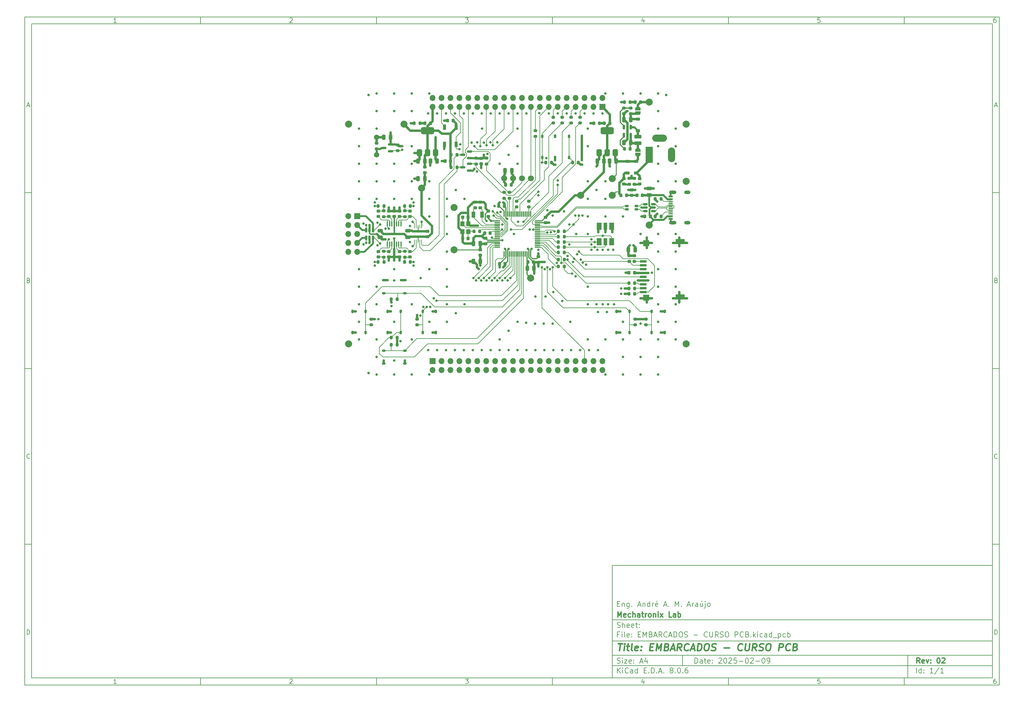
<source format=gbr>
%TF.GenerationSoftware,KiCad,Pcbnew,8.0.6*%
%TF.CreationDate,2025-02-09T14:35:08-03:00*%
%TF.ProjectId,EMBARCADOS - CURSO PCB,454d4241-5243-4414-944f-53202d204355,02*%
%TF.SameCoordinates,Original*%
%TF.FileFunction,Copper,L1,Top*%
%TF.FilePolarity,Positive*%
%FSLAX46Y46*%
G04 Gerber Fmt 4.6, Leading zero omitted, Abs format (unit mm)*
G04 Created by KiCad (PCBNEW 8.0.6) date 2025-02-09 14:35:08*
%MOMM*%
%LPD*%
G01*
G04 APERTURE LIST*
G04 Aperture macros list*
%AMRoundRect*
0 Rectangle with rounded corners*
0 $1 Rounding radius*
0 $2 $3 $4 $5 $6 $7 $8 $9 X,Y pos of 4 corners*
0 Add a 4 corners polygon primitive as box body*
4,1,4,$2,$3,$4,$5,$6,$7,$8,$9,$2,$3,0*
0 Add four circle primitives for the rounded corners*
1,1,$1+$1,$2,$3*
1,1,$1+$1,$4,$5*
1,1,$1+$1,$6,$7*
1,1,$1+$1,$8,$9*
0 Add four rect primitives between the rounded corners*
20,1,$1+$1,$2,$3,$4,$5,0*
20,1,$1+$1,$4,$5,$6,$7,0*
20,1,$1+$1,$6,$7,$8,$9,0*
20,1,$1+$1,$8,$9,$2,$3,0*%
%AMFreePoly0*
4,1,19,0.500000,-0.750000,0.000000,-0.750000,0.000000,-0.744911,-0.071157,-0.744911,-0.207708,-0.704816,-0.327430,-0.627875,-0.420627,-0.520320,-0.479746,-0.390866,-0.500000,-0.250000,-0.500000,0.250000,-0.479746,0.390866,-0.420627,0.520320,-0.327430,0.627875,-0.207708,0.704816,-0.071157,0.744911,0.000000,0.744911,0.000000,0.750000,0.500000,0.750000,0.500000,-0.750000,0.500000,-0.750000,
$1*%
%AMFreePoly1*
4,1,19,0.000000,0.744911,0.071157,0.744911,0.207708,0.704816,0.327430,0.627875,0.420627,0.520320,0.479746,0.390866,0.500000,0.250000,0.500000,-0.250000,0.479746,-0.390866,0.420627,-0.520320,0.327430,-0.627875,0.207708,-0.704816,0.071157,-0.744911,0.000000,-0.744911,0.000000,-0.750000,-0.500000,-0.750000,-0.500000,0.750000,0.000000,0.750000,0.000000,0.744911,0.000000,0.744911,
$1*%
G04 Aperture macros list end*
%ADD10C,0.100000*%
%ADD11C,0.150000*%
%ADD12C,0.300000*%
%ADD13C,0.400000*%
%TA.AperFunction,ComponentPad*%
%ADD14C,1.700000*%
%TD*%
%TA.AperFunction,SMDPad,CuDef*%
%ADD15R,1.900000X0.700000*%
%TD*%
%TA.AperFunction,SMDPad,CuDef*%
%ADD16R,1.800000X1.700000*%
%TD*%
%TA.AperFunction,SMDPad,CuDef*%
%ADD17R,2.600000X1.400000*%
%TD*%
%TA.AperFunction,SMDPad,CuDef*%
%ADD18RoundRect,0.200000X0.275000X-0.200000X0.275000X0.200000X-0.275000X0.200000X-0.275000X-0.200000X0*%
%TD*%
%TA.AperFunction,SMDPad,CuDef*%
%ADD19RoundRect,0.225000X0.250000X-0.225000X0.250000X0.225000X-0.250000X0.225000X-0.250000X-0.225000X0*%
%TD*%
%TA.AperFunction,SMDPad,CuDef*%
%ADD20RoundRect,0.225000X-0.225000X-0.250000X0.225000X-0.250000X0.225000X0.250000X-0.225000X0.250000X0*%
%TD*%
%TA.AperFunction,SMDPad,CuDef*%
%ADD21RoundRect,0.225000X-0.250000X0.225000X-0.250000X-0.225000X0.250000X-0.225000X0.250000X0.225000X0*%
%TD*%
%TA.AperFunction,ComponentPad*%
%ADD22C,2.000000*%
%TD*%
%TA.AperFunction,SMDPad,CuDef*%
%ADD23RoundRect,0.200000X0.200000X0.275000X-0.200000X0.275000X-0.200000X-0.275000X0.200000X-0.275000X0*%
%TD*%
%TA.AperFunction,SMDPad,CuDef*%
%ADD24RoundRect,0.200000X-0.275000X0.200000X-0.275000X-0.200000X0.275000X-0.200000X0.275000X0.200000X0*%
%TD*%
%TA.AperFunction,SMDPad,CuDef*%
%ADD25RoundRect,0.175000X0.325000X0.175000X-0.325000X0.175000X-0.325000X-0.175000X0.325000X-0.175000X0*%
%TD*%
%TA.AperFunction,SMDPad,CuDef*%
%ADD26RoundRect,0.225000X-0.375000X0.225000X-0.375000X-0.225000X0.375000X-0.225000X0.375000X0.225000X0*%
%TD*%
%TA.AperFunction,SMDPad,CuDef*%
%ADD27R,0.250000X1.100000*%
%TD*%
%TA.AperFunction,SMDPad,CuDef*%
%ADD28RoundRect,0.250000X0.250000X0.475000X-0.250000X0.475000X-0.250000X-0.475000X0.250000X-0.475000X0*%
%TD*%
%TA.AperFunction,ComponentPad*%
%ADD29R,1.700000X1.700000*%
%TD*%
%TA.AperFunction,ComponentPad*%
%ADD30O,1.700000X1.700000*%
%TD*%
%TA.AperFunction,SMDPad,CuDef*%
%ADD31RoundRect,0.200000X-0.200000X-0.275000X0.200000X-0.275000X0.200000X0.275000X-0.200000X0.275000X0*%
%TD*%
%TA.AperFunction,SMDPad,CuDef*%
%ADD32R,1.240000X0.600000*%
%TD*%
%TA.AperFunction,SMDPad,CuDef*%
%ADD33R,1.240000X0.300000*%
%TD*%
%TA.AperFunction,ComponentPad*%
%ADD34O,2.100000X1.000000*%
%TD*%
%TA.AperFunction,ComponentPad*%
%ADD35O,1.800000X1.000000*%
%TD*%
%TA.AperFunction,SMDPad,CuDef*%
%ADD36C,0.750000*%
%TD*%
%TA.AperFunction,SMDPad,CuDef*%
%ADD37RoundRect,0.375000X0.375000X-0.625000X0.375000X0.625000X-0.375000X0.625000X-0.375000X-0.625000X0*%
%TD*%
%TA.AperFunction,SMDPad,CuDef*%
%ADD38RoundRect,0.500000X1.400000X-0.500000X1.400000X0.500000X-1.400000X0.500000X-1.400000X-0.500000X0*%
%TD*%
%TA.AperFunction,SMDPad,CuDef*%
%ADD39RoundRect,0.175000X-0.175000X0.325000X-0.175000X-0.325000X0.175000X-0.325000X0.175000X0.325000X0*%
%TD*%
%TA.AperFunction,SMDPad,CuDef*%
%ADD40RoundRect,0.175000X0.175000X-0.325000X0.175000X0.325000X-0.175000X0.325000X-0.175000X-0.325000X0*%
%TD*%
%TA.AperFunction,SMDPad,CuDef*%
%ADD41RoundRect,0.225000X0.225000X0.250000X-0.225000X0.250000X-0.225000X-0.250000X0.225000X-0.250000X0*%
%TD*%
%TA.AperFunction,SMDPad,CuDef*%
%ADD42RoundRect,0.275000X0.725000X-0.275000X0.725000X0.275000X-0.725000X0.275000X-0.725000X-0.275000X0*%
%TD*%
%TA.AperFunction,SMDPad,CuDef*%
%ADD43RoundRect,0.250000X0.475000X-0.250000X0.475000X0.250000X-0.475000X0.250000X-0.475000X-0.250000X0*%
%TD*%
%TA.AperFunction,SMDPad,CuDef*%
%ADD44RoundRect,0.175000X-0.325000X-0.175000X0.325000X-0.175000X0.325000X0.175000X-0.325000X0.175000X0*%
%TD*%
%TA.AperFunction,SMDPad,CuDef*%
%ADD45RoundRect,0.218750X-0.256250X0.218750X-0.256250X-0.218750X0.256250X-0.218750X0.256250X0.218750X0*%
%TD*%
%TA.AperFunction,SMDPad,CuDef*%
%ADD46RoundRect,0.075000X-0.700000X-0.075000X0.700000X-0.075000X0.700000X0.075000X-0.700000X0.075000X0*%
%TD*%
%TA.AperFunction,SMDPad,CuDef*%
%ADD47RoundRect,0.075000X-0.075000X-0.700000X0.075000X-0.700000X0.075000X0.700000X-0.075000X0.700000X0*%
%TD*%
%TA.AperFunction,SMDPad,CuDef*%
%ADD48FreePoly0,90.000000*%
%TD*%
%TA.AperFunction,SMDPad,CuDef*%
%ADD49FreePoly1,90.000000*%
%TD*%
%TA.AperFunction,SMDPad,CuDef*%
%ADD50RoundRect,0.150000X-0.150000X0.512500X-0.150000X-0.512500X0.150000X-0.512500X0.150000X0.512500X0*%
%TD*%
%TA.AperFunction,SMDPad,CuDef*%
%ADD51RoundRect,0.218750X0.256250X-0.218750X0.256250X0.218750X-0.256250X0.218750X-0.256250X-0.218750X0*%
%TD*%
%TA.AperFunction,SMDPad,CuDef*%
%ADD52RoundRect,0.150000X-0.512500X-0.150000X0.512500X-0.150000X0.512500X0.150000X-0.512500X0.150000X0*%
%TD*%
%TA.AperFunction,SMDPad,CuDef*%
%ADD53RoundRect,0.150000X0.587500X0.150000X-0.587500X0.150000X-0.587500X-0.150000X0.587500X-0.150000X0*%
%TD*%
%TA.AperFunction,SMDPad,CuDef*%
%ADD54RoundRect,0.218750X-0.218750X-0.256250X0.218750X-0.256250X0.218750X0.256250X-0.218750X0.256250X0*%
%TD*%
%TA.AperFunction,SMDPad,CuDef*%
%ADD55R,1.400000X2.000000*%
%TD*%
%TA.AperFunction,SMDPad,CuDef*%
%ADD56R,1.000000X2.000000*%
%TD*%
%TA.AperFunction,SMDPad,CuDef*%
%ADD57RoundRect,0.150000X0.400000X0.150000X-0.400000X0.150000X-0.400000X-0.150000X0.400000X-0.150000X0*%
%TD*%
%TA.AperFunction,ComponentPad*%
%ADD58R,2.000000X4.600000*%
%TD*%
%TA.AperFunction,ComponentPad*%
%ADD59O,2.000000X4.200000*%
%TD*%
%TA.AperFunction,ComponentPad*%
%ADD60O,4.200000X2.000000*%
%TD*%
%TA.AperFunction,SMDPad,CuDef*%
%ADD61RoundRect,0.218750X0.218750X0.256250X-0.218750X0.256250X-0.218750X-0.256250X0.218750X-0.256250X0*%
%TD*%
%TA.AperFunction,SMDPad,CuDef*%
%ADD62RoundRect,0.250000X-0.475000X0.250000X-0.475000X-0.250000X0.475000X-0.250000X0.475000X0.250000X0*%
%TD*%
%TA.AperFunction,SMDPad,CuDef*%
%ADD63RoundRect,0.090000X-0.360000X0.660000X-0.360000X-0.660000X0.360000X-0.660000X0.360000X0.660000X0*%
%TD*%
%TA.AperFunction,SMDPad,CuDef*%
%ADD64R,1.200000X1.400000*%
%TD*%
%TA.AperFunction,SMDPad,CuDef*%
%ADD65R,1.000000X1.800000*%
%TD*%
%TA.AperFunction,SMDPad,CuDef*%
%ADD66RoundRect,0.250000X-0.250000X-0.475000X0.250000X-0.475000X0.250000X0.475000X-0.250000X0.475000X0*%
%TD*%
%TA.AperFunction,SMDPad,CuDef*%
%ADD67RoundRect,0.100000X-0.100000X0.637500X-0.100000X-0.637500X0.100000X-0.637500X0.100000X0.637500X0*%
%TD*%
%TA.AperFunction,ComponentPad*%
%ADD68C,1.500000*%
%TD*%
%TA.AperFunction,ViaPad*%
%ADD69C,0.700000*%
%TD*%
%TA.AperFunction,Conductor*%
%ADD70C,0.700000*%
%TD*%
%TA.AperFunction,Conductor*%
%ADD71C,0.300000*%
%TD*%
%TA.AperFunction,Conductor*%
%ADD72C,0.600000*%
%TD*%
%TA.AperFunction,Conductor*%
%ADD73C,0.500000*%
%TD*%
%TA.AperFunction,Conductor*%
%ADD74C,0.250000*%
%TD*%
%TA.AperFunction,Conductor*%
%ADD75C,0.400000*%
%TD*%
%TA.AperFunction,Conductor*%
%ADD76C,0.381000*%
%TD*%
%TA.AperFunction,Conductor*%
%ADD77C,0.156464*%
%TD*%
%TA.AperFunction,Conductor*%
%ADD78C,0.151130*%
%TD*%
G04 APERTURE END LIST*
D10*
D11*
X177002200Y-166007200D02*
X285002200Y-166007200D01*
X285002200Y-198007200D01*
X177002200Y-198007200D01*
X177002200Y-166007200D01*
D10*
D11*
X10000000Y-10000000D02*
X287002200Y-10000000D01*
X287002200Y-200007200D01*
X10000000Y-200007200D01*
X10000000Y-10000000D01*
D10*
D11*
X12000000Y-12000000D02*
X285002200Y-12000000D01*
X285002200Y-198007200D01*
X12000000Y-198007200D01*
X12000000Y-12000000D01*
D10*
D11*
X60000000Y-12000000D02*
X60000000Y-10000000D01*
D10*
D11*
X110000000Y-12000000D02*
X110000000Y-10000000D01*
D10*
D11*
X160000000Y-12000000D02*
X160000000Y-10000000D01*
D10*
D11*
X210000000Y-12000000D02*
X210000000Y-10000000D01*
D10*
D11*
X260000000Y-12000000D02*
X260000000Y-10000000D01*
D10*
D11*
X36089160Y-11593604D02*
X35346303Y-11593604D01*
X35717731Y-11593604D02*
X35717731Y-10293604D01*
X35717731Y-10293604D02*
X35593922Y-10479319D01*
X35593922Y-10479319D02*
X35470112Y-10603128D01*
X35470112Y-10603128D02*
X35346303Y-10665033D01*
D10*
D11*
X85346303Y-10417414D02*
X85408207Y-10355509D01*
X85408207Y-10355509D02*
X85532017Y-10293604D01*
X85532017Y-10293604D02*
X85841541Y-10293604D01*
X85841541Y-10293604D02*
X85965350Y-10355509D01*
X85965350Y-10355509D02*
X86027255Y-10417414D01*
X86027255Y-10417414D02*
X86089160Y-10541223D01*
X86089160Y-10541223D02*
X86089160Y-10665033D01*
X86089160Y-10665033D02*
X86027255Y-10850747D01*
X86027255Y-10850747D02*
X85284398Y-11593604D01*
X85284398Y-11593604D02*
X86089160Y-11593604D01*
D10*
D11*
X135284398Y-10293604D02*
X136089160Y-10293604D01*
X136089160Y-10293604D02*
X135655826Y-10788842D01*
X135655826Y-10788842D02*
X135841541Y-10788842D01*
X135841541Y-10788842D02*
X135965350Y-10850747D01*
X135965350Y-10850747D02*
X136027255Y-10912652D01*
X136027255Y-10912652D02*
X136089160Y-11036461D01*
X136089160Y-11036461D02*
X136089160Y-11345985D01*
X136089160Y-11345985D02*
X136027255Y-11469795D01*
X136027255Y-11469795D02*
X135965350Y-11531700D01*
X135965350Y-11531700D02*
X135841541Y-11593604D01*
X135841541Y-11593604D02*
X135470112Y-11593604D01*
X135470112Y-11593604D02*
X135346303Y-11531700D01*
X135346303Y-11531700D02*
X135284398Y-11469795D01*
D10*
D11*
X185965350Y-10726938D02*
X185965350Y-11593604D01*
X185655826Y-10231700D02*
X185346303Y-11160271D01*
X185346303Y-11160271D02*
X186151064Y-11160271D01*
D10*
D11*
X236027255Y-10293604D02*
X235408207Y-10293604D01*
X235408207Y-10293604D02*
X235346303Y-10912652D01*
X235346303Y-10912652D02*
X235408207Y-10850747D01*
X235408207Y-10850747D02*
X235532017Y-10788842D01*
X235532017Y-10788842D02*
X235841541Y-10788842D01*
X235841541Y-10788842D02*
X235965350Y-10850747D01*
X235965350Y-10850747D02*
X236027255Y-10912652D01*
X236027255Y-10912652D02*
X236089160Y-11036461D01*
X236089160Y-11036461D02*
X236089160Y-11345985D01*
X236089160Y-11345985D02*
X236027255Y-11469795D01*
X236027255Y-11469795D02*
X235965350Y-11531700D01*
X235965350Y-11531700D02*
X235841541Y-11593604D01*
X235841541Y-11593604D02*
X235532017Y-11593604D01*
X235532017Y-11593604D02*
X235408207Y-11531700D01*
X235408207Y-11531700D02*
X235346303Y-11469795D01*
D10*
D11*
X285965350Y-10293604D02*
X285717731Y-10293604D01*
X285717731Y-10293604D02*
X285593922Y-10355509D01*
X285593922Y-10355509D02*
X285532017Y-10417414D01*
X285532017Y-10417414D02*
X285408207Y-10603128D01*
X285408207Y-10603128D02*
X285346303Y-10850747D01*
X285346303Y-10850747D02*
X285346303Y-11345985D01*
X285346303Y-11345985D02*
X285408207Y-11469795D01*
X285408207Y-11469795D02*
X285470112Y-11531700D01*
X285470112Y-11531700D02*
X285593922Y-11593604D01*
X285593922Y-11593604D02*
X285841541Y-11593604D01*
X285841541Y-11593604D02*
X285965350Y-11531700D01*
X285965350Y-11531700D02*
X286027255Y-11469795D01*
X286027255Y-11469795D02*
X286089160Y-11345985D01*
X286089160Y-11345985D02*
X286089160Y-11036461D01*
X286089160Y-11036461D02*
X286027255Y-10912652D01*
X286027255Y-10912652D02*
X285965350Y-10850747D01*
X285965350Y-10850747D02*
X285841541Y-10788842D01*
X285841541Y-10788842D02*
X285593922Y-10788842D01*
X285593922Y-10788842D02*
X285470112Y-10850747D01*
X285470112Y-10850747D02*
X285408207Y-10912652D01*
X285408207Y-10912652D02*
X285346303Y-11036461D01*
D10*
D11*
X60000000Y-198007200D02*
X60000000Y-200007200D01*
D10*
D11*
X110000000Y-198007200D02*
X110000000Y-200007200D01*
D10*
D11*
X160000000Y-198007200D02*
X160000000Y-200007200D01*
D10*
D11*
X210000000Y-198007200D02*
X210000000Y-200007200D01*
D10*
D11*
X260000000Y-198007200D02*
X260000000Y-200007200D01*
D10*
D11*
X36089160Y-199600804D02*
X35346303Y-199600804D01*
X35717731Y-199600804D02*
X35717731Y-198300804D01*
X35717731Y-198300804D02*
X35593922Y-198486519D01*
X35593922Y-198486519D02*
X35470112Y-198610328D01*
X35470112Y-198610328D02*
X35346303Y-198672233D01*
D10*
D11*
X85346303Y-198424614D02*
X85408207Y-198362709D01*
X85408207Y-198362709D02*
X85532017Y-198300804D01*
X85532017Y-198300804D02*
X85841541Y-198300804D01*
X85841541Y-198300804D02*
X85965350Y-198362709D01*
X85965350Y-198362709D02*
X86027255Y-198424614D01*
X86027255Y-198424614D02*
X86089160Y-198548423D01*
X86089160Y-198548423D02*
X86089160Y-198672233D01*
X86089160Y-198672233D02*
X86027255Y-198857947D01*
X86027255Y-198857947D02*
X85284398Y-199600804D01*
X85284398Y-199600804D02*
X86089160Y-199600804D01*
D10*
D11*
X135284398Y-198300804D02*
X136089160Y-198300804D01*
X136089160Y-198300804D02*
X135655826Y-198796042D01*
X135655826Y-198796042D02*
X135841541Y-198796042D01*
X135841541Y-198796042D02*
X135965350Y-198857947D01*
X135965350Y-198857947D02*
X136027255Y-198919852D01*
X136027255Y-198919852D02*
X136089160Y-199043661D01*
X136089160Y-199043661D02*
X136089160Y-199353185D01*
X136089160Y-199353185D02*
X136027255Y-199476995D01*
X136027255Y-199476995D02*
X135965350Y-199538900D01*
X135965350Y-199538900D02*
X135841541Y-199600804D01*
X135841541Y-199600804D02*
X135470112Y-199600804D01*
X135470112Y-199600804D02*
X135346303Y-199538900D01*
X135346303Y-199538900D02*
X135284398Y-199476995D01*
D10*
D11*
X185965350Y-198734138D02*
X185965350Y-199600804D01*
X185655826Y-198238900D02*
X185346303Y-199167471D01*
X185346303Y-199167471D02*
X186151064Y-199167471D01*
D10*
D11*
X236027255Y-198300804D02*
X235408207Y-198300804D01*
X235408207Y-198300804D02*
X235346303Y-198919852D01*
X235346303Y-198919852D02*
X235408207Y-198857947D01*
X235408207Y-198857947D02*
X235532017Y-198796042D01*
X235532017Y-198796042D02*
X235841541Y-198796042D01*
X235841541Y-198796042D02*
X235965350Y-198857947D01*
X235965350Y-198857947D02*
X236027255Y-198919852D01*
X236027255Y-198919852D02*
X236089160Y-199043661D01*
X236089160Y-199043661D02*
X236089160Y-199353185D01*
X236089160Y-199353185D02*
X236027255Y-199476995D01*
X236027255Y-199476995D02*
X235965350Y-199538900D01*
X235965350Y-199538900D02*
X235841541Y-199600804D01*
X235841541Y-199600804D02*
X235532017Y-199600804D01*
X235532017Y-199600804D02*
X235408207Y-199538900D01*
X235408207Y-199538900D02*
X235346303Y-199476995D01*
D10*
D11*
X285965350Y-198300804D02*
X285717731Y-198300804D01*
X285717731Y-198300804D02*
X285593922Y-198362709D01*
X285593922Y-198362709D02*
X285532017Y-198424614D01*
X285532017Y-198424614D02*
X285408207Y-198610328D01*
X285408207Y-198610328D02*
X285346303Y-198857947D01*
X285346303Y-198857947D02*
X285346303Y-199353185D01*
X285346303Y-199353185D02*
X285408207Y-199476995D01*
X285408207Y-199476995D02*
X285470112Y-199538900D01*
X285470112Y-199538900D02*
X285593922Y-199600804D01*
X285593922Y-199600804D02*
X285841541Y-199600804D01*
X285841541Y-199600804D02*
X285965350Y-199538900D01*
X285965350Y-199538900D02*
X286027255Y-199476995D01*
X286027255Y-199476995D02*
X286089160Y-199353185D01*
X286089160Y-199353185D02*
X286089160Y-199043661D01*
X286089160Y-199043661D02*
X286027255Y-198919852D01*
X286027255Y-198919852D02*
X285965350Y-198857947D01*
X285965350Y-198857947D02*
X285841541Y-198796042D01*
X285841541Y-198796042D02*
X285593922Y-198796042D01*
X285593922Y-198796042D02*
X285470112Y-198857947D01*
X285470112Y-198857947D02*
X285408207Y-198919852D01*
X285408207Y-198919852D02*
X285346303Y-199043661D01*
D10*
D11*
X10000000Y-60000000D02*
X12000000Y-60000000D01*
D10*
D11*
X10000000Y-110000000D02*
X12000000Y-110000000D01*
D10*
D11*
X10000000Y-160000000D02*
X12000000Y-160000000D01*
D10*
D11*
X10690476Y-35222176D02*
X11309523Y-35222176D01*
X10566666Y-35593604D02*
X10999999Y-34293604D01*
X10999999Y-34293604D02*
X11433333Y-35593604D01*
D10*
D11*
X11092857Y-84912652D02*
X11278571Y-84974557D01*
X11278571Y-84974557D02*
X11340476Y-85036461D01*
X11340476Y-85036461D02*
X11402380Y-85160271D01*
X11402380Y-85160271D02*
X11402380Y-85345985D01*
X11402380Y-85345985D02*
X11340476Y-85469795D01*
X11340476Y-85469795D02*
X11278571Y-85531700D01*
X11278571Y-85531700D02*
X11154761Y-85593604D01*
X11154761Y-85593604D02*
X10659523Y-85593604D01*
X10659523Y-85593604D02*
X10659523Y-84293604D01*
X10659523Y-84293604D02*
X11092857Y-84293604D01*
X11092857Y-84293604D02*
X11216666Y-84355509D01*
X11216666Y-84355509D02*
X11278571Y-84417414D01*
X11278571Y-84417414D02*
X11340476Y-84541223D01*
X11340476Y-84541223D02*
X11340476Y-84665033D01*
X11340476Y-84665033D02*
X11278571Y-84788842D01*
X11278571Y-84788842D02*
X11216666Y-84850747D01*
X11216666Y-84850747D02*
X11092857Y-84912652D01*
X11092857Y-84912652D02*
X10659523Y-84912652D01*
D10*
D11*
X11402380Y-135469795D02*
X11340476Y-135531700D01*
X11340476Y-135531700D02*
X11154761Y-135593604D01*
X11154761Y-135593604D02*
X11030952Y-135593604D01*
X11030952Y-135593604D02*
X10845238Y-135531700D01*
X10845238Y-135531700D02*
X10721428Y-135407890D01*
X10721428Y-135407890D02*
X10659523Y-135284080D01*
X10659523Y-135284080D02*
X10597619Y-135036461D01*
X10597619Y-135036461D02*
X10597619Y-134850747D01*
X10597619Y-134850747D02*
X10659523Y-134603128D01*
X10659523Y-134603128D02*
X10721428Y-134479319D01*
X10721428Y-134479319D02*
X10845238Y-134355509D01*
X10845238Y-134355509D02*
X11030952Y-134293604D01*
X11030952Y-134293604D02*
X11154761Y-134293604D01*
X11154761Y-134293604D02*
X11340476Y-134355509D01*
X11340476Y-134355509D02*
X11402380Y-134417414D01*
D10*
D11*
X10659523Y-185593604D02*
X10659523Y-184293604D01*
X10659523Y-184293604D02*
X10969047Y-184293604D01*
X10969047Y-184293604D02*
X11154761Y-184355509D01*
X11154761Y-184355509D02*
X11278571Y-184479319D01*
X11278571Y-184479319D02*
X11340476Y-184603128D01*
X11340476Y-184603128D02*
X11402380Y-184850747D01*
X11402380Y-184850747D02*
X11402380Y-185036461D01*
X11402380Y-185036461D02*
X11340476Y-185284080D01*
X11340476Y-185284080D02*
X11278571Y-185407890D01*
X11278571Y-185407890D02*
X11154761Y-185531700D01*
X11154761Y-185531700D02*
X10969047Y-185593604D01*
X10969047Y-185593604D02*
X10659523Y-185593604D01*
D10*
D11*
X287002200Y-60000000D02*
X285002200Y-60000000D01*
D10*
D11*
X287002200Y-110000000D02*
X285002200Y-110000000D01*
D10*
D11*
X287002200Y-160000000D02*
X285002200Y-160000000D01*
D10*
D11*
X285692676Y-35222176D02*
X286311723Y-35222176D01*
X285568866Y-35593604D02*
X286002199Y-34293604D01*
X286002199Y-34293604D02*
X286435533Y-35593604D01*
D10*
D11*
X286095057Y-84912652D02*
X286280771Y-84974557D01*
X286280771Y-84974557D02*
X286342676Y-85036461D01*
X286342676Y-85036461D02*
X286404580Y-85160271D01*
X286404580Y-85160271D02*
X286404580Y-85345985D01*
X286404580Y-85345985D02*
X286342676Y-85469795D01*
X286342676Y-85469795D02*
X286280771Y-85531700D01*
X286280771Y-85531700D02*
X286156961Y-85593604D01*
X286156961Y-85593604D02*
X285661723Y-85593604D01*
X285661723Y-85593604D02*
X285661723Y-84293604D01*
X285661723Y-84293604D02*
X286095057Y-84293604D01*
X286095057Y-84293604D02*
X286218866Y-84355509D01*
X286218866Y-84355509D02*
X286280771Y-84417414D01*
X286280771Y-84417414D02*
X286342676Y-84541223D01*
X286342676Y-84541223D02*
X286342676Y-84665033D01*
X286342676Y-84665033D02*
X286280771Y-84788842D01*
X286280771Y-84788842D02*
X286218866Y-84850747D01*
X286218866Y-84850747D02*
X286095057Y-84912652D01*
X286095057Y-84912652D02*
X285661723Y-84912652D01*
D10*
D11*
X286404580Y-135469795D02*
X286342676Y-135531700D01*
X286342676Y-135531700D02*
X286156961Y-135593604D01*
X286156961Y-135593604D02*
X286033152Y-135593604D01*
X286033152Y-135593604D02*
X285847438Y-135531700D01*
X285847438Y-135531700D02*
X285723628Y-135407890D01*
X285723628Y-135407890D02*
X285661723Y-135284080D01*
X285661723Y-135284080D02*
X285599819Y-135036461D01*
X285599819Y-135036461D02*
X285599819Y-134850747D01*
X285599819Y-134850747D02*
X285661723Y-134603128D01*
X285661723Y-134603128D02*
X285723628Y-134479319D01*
X285723628Y-134479319D02*
X285847438Y-134355509D01*
X285847438Y-134355509D02*
X286033152Y-134293604D01*
X286033152Y-134293604D02*
X286156961Y-134293604D01*
X286156961Y-134293604D02*
X286342676Y-134355509D01*
X286342676Y-134355509D02*
X286404580Y-134417414D01*
D10*
D11*
X285661723Y-185593604D02*
X285661723Y-184293604D01*
X285661723Y-184293604D02*
X285971247Y-184293604D01*
X285971247Y-184293604D02*
X286156961Y-184355509D01*
X286156961Y-184355509D02*
X286280771Y-184479319D01*
X286280771Y-184479319D02*
X286342676Y-184603128D01*
X286342676Y-184603128D02*
X286404580Y-184850747D01*
X286404580Y-184850747D02*
X286404580Y-185036461D01*
X286404580Y-185036461D02*
X286342676Y-185284080D01*
X286342676Y-185284080D02*
X286280771Y-185407890D01*
X286280771Y-185407890D02*
X286156961Y-185531700D01*
X286156961Y-185531700D02*
X285971247Y-185593604D01*
X285971247Y-185593604D02*
X285661723Y-185593604D01*
D10*
D11*
X200458026Y-193793328D02*
X200458026Y-192293328D01*
X200458026Y-192293328D02*
X200815169Y-192293328D01*
X200815169Y-192293328D02*
X201029455Y-192364757D01*
X201029455Y-192364757D02*
X201172312Y-192507614D01*
X201172312Y-192507614D02*
X201243741Y-192650471D01*
X201243741Y-192650471D02*
X201315169Y-192936185D01*
X201315169Y-192936185D02*
X201315169Y-193150471D01*
X201315169Y-193150471D02*
X201243741Y-193436185D01*
X201243741Y-193436185D02*
X201172312Y-193579042D01*
X201172312Y-193579042D02*
X201029455Y-193721900D01*
X201029455Y-193721900D02*
X200815169Y-193793328D01*
X200815169Y-193793328D02*
X200458026Y-193793328D01*
X202600884Y-193793328D02*
X202600884Y-193007614D01*
X202600884Y-193007614D02*
X202529455Y-192864757D01*
X202529455Y-192864757D02*
X202386598Y-192793328D01*
X202386598Y-192793328D02*
X202100884Y-192793328D01*
X202100884Y-192793328D02*
X201958026Y-192864757D01*
X202600884Y-193721900D02*
X202458026Y-193793328D01*
X202458026Y-193793328D02*
X202100884Y-193793328D01*
X202100884Y-193793328D02*
X201958026Y-193721900D01*
X201958026Y-193721900D02*
X201886598Y-193579042D01*
X201886598Y-193579042D02*
X201886598Y-193436185D01*
X201886598Y-193436185D02*
X201958026Y-193293328D01*
X201958026Y-193293328D02*
X202100884Y-193221900D01*
X202100884Y-193221900D02*
X202458026Y-193221900D01*
X202458026Y-193221900D02*
X202600884Y-193150471D01*
X203100884Y-192793328D02*
X203672312Y-192793328D01*
X203315169Y-192293328D02*
X203315169Y-193579042D01*
X203315169Y-193579042D02*
X203386598Y-193721900D01*
X203386598Y-193721900D02*
X203529455Y-193793328D01*
X203529455Y-193793328D02*
X203672312Y-193793328D01*
X204743741Y-193721900D02*
X204600884Y-193793328D01*
X204600884Y-193793328D02*
X204315170Y-193793328D01*
X204315170Y-193793328D02*
X204172312Y-193721900D01*
X204172312Y-193721900D02*
X204100884Y-193579042D01*
X204100884Y-193579042D02*
X204100884Y-193007614D01*
X204100884Y-193007614D02*
X204172312Y-192864757D01*
X204172312Y-192864757D02*
X204315170Y-192793328D01*
X204315170Y-192793328D02*
X204600884Y-192793328D01*
X204600884Y-192793328D02*
X204743741Y-192864757D01*
X204743741Y-192864757D02*
X204815170Y-193007614D01*
X204815170Y-193007614D02*
X204815170Y-193150471D01*
X204815170Y-193150471D02*
X204100884Y-193293328D01*
X205458026Y-193650471D02*
X205529455Y-193721900D01*
X205529455Y-193721900D02*
X205458026Y-193793328D01*
X205458026Y-193793328D02*
X205386598Y-193721900D01*
X205386598Y-193721900D02*
X205458026Y-193650471D01*
X205458026Y-193650471D02*
X205458026Y-193793328D01*
X205458026Y-192864757D02*
X205529455Y-192936185D01*
X205529455Y-192936185D02*
X205458026Y-193007614D01*
X205458026Y-193007614D02*
X205386598Y-192936185D01*
X205386598Y-192936185D02*
X205458026Y-192864757D01*
X205458026Y-192864757D02*
X205458026Y-193007614D01*
X207243741Y-192436185D02*
X207315169Y-192364757D01*
X207315169Y-192364757D02*
X207458027Y-192293328D01*
X207458027Y-192293328D02*
X207815169Y-192293328D01*
X207815169Y-192293328D02*
X207958027Y-192364757D01*
X207958027Y-192364757D02*
X208029455Y-192436185D01*
X208029455Y-192436185D02*
X208100884Y-192579042D01*
X208100884Y-192579042D02*
X208100884Y-192721900D01*
X208100884Y-192721900D02*
X208029455Y-192936185D01*
X208029455Y-192936185D02*
X207172312Y-193793328D01*
X207172312Y-193793328D02*
X208100884Y-193793328D01*
X209029455Y-192293328D02*
X209172312Y-192293328D01*
X209172312Y-192293328D02*
X209315169Y-192364757D01*
X209315169Y-192364757D02*
X209386598Y-192436185D01*
X209386598Y-192436185D02*
X209458026Y-192579042D01*
X209458026Y-192579042D02*
X209529455Y-192864757D01*
X209529455Y-192864757D02*
X209529455Y-193221900D01*
X209529455Y-193221900D02*
X209458026Y-193507614D01*
X209458026Y-193507614D02*
X209386598Y-193650471D01*
X209386598Y-193650471D02*
X209315169Y-193721900D01*
X209315169Y-193721900D02*
X209172312Y-193793328D01*
X209172312Y-193793328D02*
X209029455Y-193793328D01*
X209029455Y-193793328D02*
X208886598Y-193721900D01*
X208886598Y-193721900D02*
X208815169Y-193650471D01*
X208815169Y-193650471D02*
X208743740Y-193507614D01*
X208743740Y-193507614D02*
X208672312Y-193221900D01*
X208672312Y-193221900D02*
X208672312Y-192864757D01*
X208672312Y-192864757D02*
X208743740Y-192579042D01*
X208743740Y-192579042D02*
X208815169Y-192436185D01*
X208815169Y-192436185D02*
X208886598Y-192364757D01*
X208886598Y-192364757D02*
X209029455Y-192293328D01*
X210100883Y-192436185D02*
X210172311Y-192364757D01*
X210172311Y-192364757D02*
X210315169Y-192293328D01*
X210315169Y-192293328D02*
X210672311Y-192293328D01*
X210672311Y-192293328D02*
X210815169Y-192364757D01*
X210815169Y-192364757D02*
X210886597Y-192436185D01*
X210886597Y-192436185D02*
X210958026Y-192579042D01*
X210958026Y-192579042D02*
X210958026Y-192721900D01*
X210958026Y-192721900D02*
X210886597Y-192936185D01*
X210886597Y-192936185D02*
X210029454Y-193793328D01*
X210029454Y-193793328D02*
X210958026Y-193793328D01*
X212315168Y-192293328D02*
X211600882Y-192293328D01*
X211600882Y-192293328D02*
X211529454Y-193007614D01*
X211529454Y-193007614D02*
X211600882Y-192936185D01*
X211600882Y-192936185D02*
X211743740Y-192864757D01*
X211743740Y-192864757D02*
X212100882Y-192864757D01*
X212100882Y-192864757D02*
X212243740Y-192936185D01*
X212243740Y-192936185D02*
X212315168Y-193007614D01*
X212315168Y-193007614D02*
X212386597Y-193150471D01*
X212386597Y-193150471D02*
X212386597Y-193507614D01*
X212386597Y-193507614D02*
X212315168Y-193650471D01*
X212315168Y-193650471D02*
X212243740Y-193721900D01*
X212243740Y-193721900D02*
X212100882Y-193793328D01*
X212100882Y-193793328D02*
X211743740Y-193793328D01*
X211743740Y-193793328D02*
X211600882Y-193721900D01*
X211600882Y-193721900D02*
X211529454Y-193650471D01*
X213029453Y-193221900D02*
X214172311Y-193221900D01*
X215172311Y-192293328D02*
X215315168Y-192293328D01*
X215315168Y-192293328D02*
X215458025Y-192364757D01*
X215458025Y-192364757D02*
X215529454Y-192436185D01*
X215529454Y-192436185D02*
X215600882Y-192579042D01*
X215600882Y-192579042D02*
X215672311Y-192864757D01*
X215672311Y-192864757D02*
X215672311Y-193221900D01*
X215672311Y-193221900D02*
X215600882Y-193507614D01*
X215600882Y-193507614D02*
X215529454Y-193650471D01*
X215529454Y-193650471D02*
X215458025Y-193721900D01*
X215458025Y-193721900D02*
X215315168Y-193793328D01*
X215315168Y-193793328D02*
X215172311Y-193793328D01*
X215172311Y-193793328D02*
X215029454Y-193721900D01*
X215029454Y-193721900D02*
X214958025Y-193650471D01*
X214958025Y-193650471D02*
X214886596Y-193507614D01*
X214886596Y-193507614D02*
X214815168Y-193221900D01*
X214815168Y-193221900D02*
X214815168Y-192864757D01*
X214815168Y-192864757D02*
X214886596Y-192579042D01*
X214886596Y-192579042D02*
X214958025Y-192436185D01*
X214958025Y-192436185D02*
X215029454Y-192364757D01*
X215029454Y-192364757D02*
X215172311Y-192293328D01*
X216243739Y-192436185D02*
X216315167Y-192364757D01*
X216315167Y-192364757D02*
X216458025Y-192293328D01*
X216458025Y-192293328D02*
X216815167Y-192293328D01*
X216815167Y-192293328D02*
X216958025Y-192364757D01*
X216958025Y-192364757D02*
X217029453Y-192436185D01*
X217029453Y-192436185D02*
X217100882Y-192579042D01*
X217100882Y-192579042D02*
X217100882Y-192721900D01*
X217100882Y-192721900D02*
X217029453Y-192936185D01*
X217029453Y-192936185D02*
X216172310Y-193793328D01*
X216172310Y-193793328D02*
X217100882Y-193793328D01*
X217743738Y-193221900D02*
X218886596Y-193221900D01*
X219886596Y-192293328D02*
X220029453Y-192293328D01*
X220029453Y-192293328D02*
X220172310Y-192364757D01*
X220172310Y-192364757D02*
X220243739Y-192436185D01*
X220243739Y-192436185D02*
X220315167Y-192579042D01*
X220315167Y-192579042D02*
X220386596Y-192864757D01*
X220386596Y-192864757D02*
X220386596Y-193221900D01*
X220386596Y-193221900D02*
X220315167Y-193507614D01*
X220315167Y-193507614D02*
X220243739Y-193650471D01*
X220243739Y-193650471D02*
X220172310Y-193721900D01*
X220172310Y-193721900D02*
X220029453Y-193793328D01*
X220029453Y-193793328D02*
X219886596Y-193793328D01*
X219886596Y-193793328D02*
X219743739Y-193721900D01*
X219743739Y-193721900D02*
X219672310Y-193650471D01*
X219672310Y-193650471D02*
X219600881Y-193507614D01*
X219600881Y-193507614D02*
X219529453Y-193221900D01*
X219529453Y-193221900D02*
X219529453Y-192864757D01*
X219529453Y-192864757D02*
X219600881Y-192579042D01*
X219600881Y-192579042D02*
X219672310Y-192436185D01*
X219672310Y-192436185D02*
X219743739Y-192364757D01*
X219743739Y-192364757D02*
X219886596Y-192293328D01*
X221100881Y-193793328D02*
X221386595Y-193793328D01*
X221386595Y-193793328D02*
X221529452Y-193721900D01*
X221529452Y-193721900D02*
X221600881Y-193650471D01*
X221600881Y-193650471D02*
X221743738Y-193436185D01*
X221743738Y-193436185D02*
X221815167Y-193150471D01*
X221815167Y-193150471D02*
X221815167Y-192579042D01*
X221815167Y-192579042D02*
X221743738Y-192436185D01*
X221743738Y-192436185D02*
X221672310Y-192364757D01*
X221672310Y-192364757D02*
X221529452Y-192293328D01*
X221529452Y-192293328D02*
X221243738Y-192293328D01*
X221243738Y-192293328D02*
X221100881Y-192364757D01*
X221100881Y-192364757D02*
X221029452Y-192436185D01*
X221029452Y-192436185D02*
X220958024Y-192579042D01*
X220958024Y-192579042D02*
X220958024Y-192936185D01*
X220958024Y-192936185D02*
X221029452Y-193079042D01*
X221029452Y-193079042D02*
X221100881Y-193150471D01*
X221100881Y-193150471D02*
X221243738Y-193221900D01*
X221243738Y-193221900D02*
X221529452Y-193221900D01*
X221529452Y-193221900D02*
X221672310Y-193150471D01*
X221672310Y-193150471D02*
X221743738Y-193079042D01*
X221743738Y-193079042D02*
X221815167Y-192936185D01*
D10*
D11*
X177002200Y-194507200D02*
X285002200Y-194507200D01*
D10*
D11*
X178458026Y-196593328D02*
X178458026Y-195093328D01*
X179315169Y-196593328D02*
X178672312Y-195736185D01*
X179315169Y-195093328D02*
X178458026Y-195950471D01*
X179958026Y-196593328D02*
X179958026Y-195593328D01*
X179958026Y-195093328D02*
X179886598Y-195164757D01*
X179886598Y-195164757D02*
X179958026Y-195236185D01*
X179958026Y-195236185D02*
X180029455Y-195164757D01*
X180029455Y-195164757D02*
X179958026Y-195093328D01*
X179958026Y-195093328D02*
X179958026Y-195236185D01*
X181529455Y-196450471D02*
X181458027Y-196521900D01*
X181458027Y-196521900D02*
X181243741Y-196593328D01*
X181243741Y-196593328D02*
X181100884Y-196593328D01*
X181100884Y-196593328D02*
X180886598Y-196521900D01*
X180886598Y-196521900D02*
X180743741Y-196379042D01*
X180743741Y-196379042D02*
X180672312Y-196236185D01*
X180672312Y-196236185D02*
X180600884Y-195950471D01*
X180600884Y-195950471D02*
X180600884Y-195736185D01*
X180600884Y-195736185D02*
X180672312Y-195450471D01*
X180672312Y-195450471D02*
X180743741Y-195307614D01*
X180743741Y-195307614D02*
X180886598Y-195164757D01*
X180886598Y-195164757D02*
X181100884Y-195093328D01*
X181100884Y-195093328D02*
X181243741Y-195093328D01*
X181243741Y-195093328D02*
X181458027Y-195164757D01*
X181458027Y-195164757D02*
X181529455Y-195236185D01*
X182815170Y-196593328D02*
X182815170Y-195807614D01*
X182815170Y-195807614D02*
X182743741Y-195664757D01*
X182743741Y-195664757D02*
X182600884Y-195593328D01*
X182600884Y-195593328D02*
X182315170Y-195593328D01*
X182315170Y-195593328D02*
X182172312Y-195664757D01*
X182815170Y-196521900D02*
X182672312Y-196593328D01*
X182672312Y-196593328D02*
X182315170Y-196593328D01*
X182315170Y-196593328D02*
X182172312Y-196521900D01*
X182172312Y-196521900D02*
X182100884Y-196379042D01*
X182100884Y-196379042D02*
X182100884Y-196236185D01*
X182100884Y-196236185D02*
X182172312Y-196093328D01*
X182172312Y-196093328D02*
X182315170Y-196021900D01*
X182315170Y-196021900D02*
X182672312Y-196021900D01*
X182672312Y-196021900D02*
X182815170Y-195950471D01*
X184172313Y-196593328D02*
X184172313Y-195093328D01*
X184172313Y-196521900D02*
X184029455Y-196593328D01*
X184029455Y-196593328D02*
X183743741Y-196593328D01*
X183743741Y-196593328D02*
X183600884Y-196521900D01*
X183600884Y-196521900D02*
X183529455Y-196450471D01*
X183529455Y-196450471D02*
X183458027Y-196307614D01*
X183458027Y-196307614D02*
X183458027Y-195879042D01*
X183458027Y-195879042D02*
X183529455Y-195736185D01*
X183529455Y-195736185D02*
X183600884Y-195664757D01*
X183600884Y-195664757D02*
X183743741Y-195593328D01*
X183743741Y-195593328D02*
X184029455Y-195593328D01*
X184029455Y-195593328D02*
X184172313Y-195664757D01*
X186029455Y-195807614D02*
X186529455Y-195807614D01*
X186743741Y-196593328D02*
X186029455Y-196593328D01*
X186029455Y-196593328D02*
X186029455Y-195093328D01*
X186029455Y-195093328D02*
X186743741Y-195093328D01*
X187386598Y-196450471D02*
X187458027Y-196521900D01*
X187458027Y-196521900D02*
X187386598Y-196593328D01*
X187386598Y-196593328D02*
X187315170Y-196521900D01*
X187315170Y-196521900D02*
X187386598Y-196450471D01*
X187386598Y-196450471D02*
X187386598Y-196593328D01*
X188100884Y-196593328D02*
X188100884Y-195093328D01*
X188100884Y-195093328D02*
X188458027Y-195093328D01*
X188458027Y-195093328D02*
X188672313Y-195164757D01*
X188672313Y-195164757D02*
X188815170Y-195307614D01*
X188815170Y-195307614D02*
X188886599Y-195450471D01*
X188886599Y-195450471D02*
X188958027Y-195736185D01*
X188958027Y-195736185D02*
X188958027Y-195950471D01*
X188958027Y-195950471D02*
X188886599Y-196236185D01*
X188886599Y-196236185D02*
X188815170Y-196379042D01*
X188815170Y-196379042D02*
X188672313Y-196521900D01*
X188672313Y-196521900D02*
X188458027Y-196593328D01*
X188458027Y-196593328D02*
X188100884Y-196593328D01*
X189600884Y-196450471D02*
X189672313Y-196521900D01*
X189672313Y-196521900D02*
X189600884Y-196593328D01*
X189600884Y-196593328D02*
X189529456Y-196521900D01*
X189529456Y-196521900D02*
X189600884Y-196450471D01*
X189600884Y-196450471D02*
X189600884Y-196593328D01*
X190243742Y-196164757D02*
X190958028Y-196164757D01*
X190100885Y-196593328D02*
X190600885Y-195093328D01*
X190600885Y-195093328D02*
X191100885Y-196593328D01*
X191600884Y-196450471D02*
X191672313Y-196521900D01*
X191672313Y-196521900D02*
X191600884Y-196593328D01*
X191600884Y-196593328D02*
X191529456Y-196521900D01*
X191529456Y-196521900D02*
X191600884Y-196450471D01*
X191600884Y-196450471D02*
X191600884Y-196593328D01*
X193672313Y-195736185D02*
X193529456Y-195664757D01*
X193529456Y-195664757D02*
X193458027Y-195593328D01*
X193458027Y-195593328D02*
X193386599Y-195450471D01*
X193386599Y-195450471D02*
X193386599Y-195379042D01*
X193386599Y-195379042D02*
X193458027Y-195236185D01*
X193458027Y-195236185D02*
X193529456Y-195164757D01*
X193529456Y-195164757D02*
X193672313Y-195093328D01*
X193672313Y-195093328D02*
X193958027Y-195093328D01*
X193958027Y-195093328D02*
X194100885Y-195164757D01*
X194100885Y-195164757D02*
X194172313Y-195236185D01*
X194172313Y-195236185D02*
X194243742Y-195379042D01*
X194243742Y-195379042D02*
X194243742Y-195450471D01*
X194243742Y-195450471D02*
X194172313Y-195593328D01*
X194172313Y-195593328D02*
X194100885Y-195664757D01*
X194100885Y-195664757D02*
X193958027Y-195736185D01*
X193958027Y-195736185D02*
X193672313Y-195736185D01*
X193672313Y-195736185D02*
X193529456Y-195807614D01*
X193529456Y-195807614D02*
X193458027Y-195879042D01*
X193458027Y-195879042D02*
X193386599Y-196021900D01*
X193386599Y-196021900D02*
X193386599Y-196307614D01*
X193386599Y-196307614D02*
X193458027Y-196450471D01*
X193458027Y-196450471D02*
X193529456Y-196521900D01*
X193529456Y-196521900D02*
X193672313Y-196593328D01*
X193672313Y-196593328D02*
X193958027Y-196593328D01*
X193958027Y-196593328D02*
X194100885Y-196521900D01*
X194100885Y-196521900D02*
X194172313Y-196450471D01*
X194172313Y-196450471D02*
X194243742Y-196307614D01*
X194243742Y-196307614D02*
X194243742Y-196021900D01*
X194243742Y-196021900D02*
X194172313Y-195879042D01*
X194172313Y-195879042D02*
X194100885Y-195807614D01*
X194100885Y-195807614D02*
X193958027Y-195736185D01*
X194886598Y-196450471D02*
X194958027Y-196521900D01*
X194958027Y-196521900D02*
X194886598Y-196593328D01*
X194886598Y-196593328D02*
X194815170Y-196521900D01*
X194815170Y-196521900D02*
X194886598Y-196450471D01*
X194886598Y-196450471D02*
X194886598Y-196593328D01*
X195886599Y-195093328D02*
X196029456Y-195093328D01*
X196029456Y-195093328D02*
X196172313Y-195164757D01*
X196172313Y-195164757D02*
X196243742Y-195236185D01*
X196243742Y-195236185D02*
X196315170Y-195379042D01*
X196315170Y-195379042D02*
X196386599Y-195664757D01*
X196386599Y-195664757D02*
X196386599Y-196021900D01*
X196386599Y-196021900D02*
X196315170Y-196307614D01*
X196315170Y-196307614D02*
X196243742Y-196450471D01*
X196243742Y-196450471D02*
X196172313Y-196521900D01*
X196172313Y-196521900D02*
X196029456Y-196593328D01*
X196029456Y-196593328D02*
X195886599Y-196593328D01*
X195886599Y-196593328D02*
X195743742Y-196521900D01*
X195743742Y-196521900D02*
X195672313Y-196450471D01*
X195672313Y-196450471D02*
X195600884Y-196307614D01*
X195600884Y-196307614D02*
X195529456Y-196021900D01*
X195529456Y-196021900D02*
X195529456Y-195664757D01*
X195529456Y-195664757D02*
X195600884Y-195379042D01*
X195600884Y-195379042D02*
X195672313Y-195236185D01*
X195672313Y-195236185D02*
X195743742Y-195164757D01*
X195743742Y-195164757D02*
X195886599Y-195093328D01*
X197029455Y-196450471D02*
X197100884Y-196521900D01*
X197100884Y-196521900D02*
X197029455Y-196593328D01*
X197029455Y-196593328D02*
X196958027Y-196521900D01*
X196958027Y-196521900D02*
X197029455Y-196450471D01*
X197029455Y-196450471D02*
X197029455Y-196593328D01*
X198386599Y-195093328D02*
X198100884Y-195093328D01*
X198100884Y-195093328D02*
X197958027Y-195164757D01*
X197958027Y-195164757D02*
X197886599Y-195236185D01*
X197886599Y-195236185D02*
X197743741Y-195450471D01*
X197743741Y-195450471D02*
X197672313Y-195736185D01*
X197672313Y-195736185D02*
X197672313Y-196307614D01*
X197672313Y-196307614D02*
X197743741Y-196450471D01*
X197743741Y-196450471D02*
X197815170Y-196521900D01*
X197815170Y-196521900D02*
X197958027Y-196593328D01*
X197958027Y-196593328D02*
X198243741Y-196593328D01*
X198243741Y-196593328D02*
X198386599Y-196521900D01*
X198386599Y-196521900D02*
X198458027Y-196450471D01*
X198458027Y-196450471D02*
X198529456Y-196307614D01*
X198529456Y-196307614D02*
X198529456Y-195950471D01*
X198529456Y-195950471D02*
X198458027Y-195807614D01*
X198458027Y-195807614D02*
X198386599Y-195736185D01*
X198386599Y-195736185D02*
X198243741Y-195664757D01*
X198243741Y-195664757D02*
X197958027Y-195664757D01*
X197958027Y-195664757D02*
X197815170Y-195736185D01*
X197815170Y-195736185D02*
X197743741Y-195807614D01*
X197743741Y-195807614D02*
X197672313Y-195950471D01*
D10*
D11*
X177002200Y-191507200D02*
X285002200Y-191507200D01*
D10*
D12*
X264413853Y-193785528D02*
X263913853Y-193071242D01*
X263556710Y-193785528D02*
X263556710Y-192285528D01*
X263556710Y-192285528D02*
X264128139Y-192285528D01*
X264128139Y-192285528D02*
X264270996Y-192356957D01*
X264270996Y-192356957D02*
X264342425Y-192428385D01*
X264342425Y-192428385D02*
X264413853Y-192571242D01*
X264413853Y-192571242D02*
X264413853Y-192785528D01*
X264413853Y-192785528D02*
X264342425Y-192928385D01*
X264342425Y-192928385D02*
X264270996Y-192999814D01*
X264270996Y-192999814D02*
X264128139Y-193071242D01*
X264128139Y-193071242D02*
X263556710Y-193071242D01*
X265628139Y-193714100D02*
X265485282Y-193785528D01*
X265485282Y-193785528D02*
X265199568Y-193785528D01*
X265199568Y-193785528D02*
X265056710Y-193714100D01*
X265056710Y-193714100D02*
X264985282Y-193571242D01*
X264985282Y-193571242D02*
X264985282Y-192999814D01*
X264985282Y-192999814D02*
X265056710Y-192856957D01*
X265056710Y-192856957D02*
X265199568Y-192785528D01*
X265199568Y-192785528D02*
X265485282Y-192785528D01*
X265485282Y-192785528D02*
X265628139Y-192856957D01*
X265628139Y-192856957D02*
X265699568Y-192999814D01*
X265699568Y-192999814D02*
X265699568Y-193142671D01*
X265699568Y-193142671D02*
X264985282Y-193285528D01*
X266199567Y-192785528D02*
X266556710Y-193785528D01*
X266556710Y-193785528D02*
X266913853Y-192785528D01*
X267485281Y-193642671D02*
X267556710Y-193714100D01*
X267556710Y-193714100D02*
X267485281Y-193785528D01*
X267485281Y-193785528D02*
X267413853Y-193714100D01*
X267413853Y-193714100D02*
X267485281Y-193642671D01*
X267485281Y-193642671D02*
X267485281Y-193785528D01*
X267485281Y-192856957D02*
X267556710Y-192928385D01*
X267556710Y-192928385D02*
X267485281Y-192999814D01*
X267485281Y-192999814D02*
X267413853Y-192928385D01*
X267413853Y-192928385D02*
X267485281Y-192856957D01*
X267485281Y-192856957D02*
X267485281Y-192999814D01*
X269628139Y-192285528D02*
X269770996Y-192285528D01*
X269770996Y-192285528D02*
X269913853Y-192356957D01*
X269913853Y-192356957D02*
X269985282Y-192428385D01*
X269985282Y-192428385D02*
X270056710Y-192571242D01*
X270056710Y-192571242D02*
X270128139Y-192856957D01*
X270128139Y-192856957D02*
X270128139Y-193214100D01*
X270128139Y-193214100D02*
X270056710Y-193499814D01*
X270056710Y-193499814D02*
X269985282Y-193642671D01*
X269985282Y-193642671D02*
X269913853Y-193714100D01*
X269913853Y-193714100D02*
X269770996Y-193785528D01*
X269770996Y-193785528D02*
X269628139Y-193785528D01*
X269628139Y-193785528D02*
X269485282Y-193714100D01*
X269485282Y-193714100D02*
X269413853Y-193642671D01*
X269413853Y-193642671D02*
X269342424Y-193499814D01*
X269342424Y-193499814D02*
X269270996Y-193214100D01*
X269270996Y-193214100D02*
X269270996Y-192856957D01*
X269270996Y-192856957D02*
X269342424Y-192571242D01*
X269342424Y-192571242D02*
X269413853Y-192428385D01*
X269413853Y-192428385D02*
X269485282Y-192356957D01*
X269485282Y-192356957D02*
X269628139Y-192285528D01*
X270699567Y-192428385D02*
X270770995Y-192356957D01*
X270770995Y-192356957D02*
X270913853Y-192285528D01*
X270913853Y-192285528D02*
X271270995Y-192285528D01*
X271270995Y-192285528D02*
X271413853Y-192356957D01*
X271413853Y-192356957D02*
X271485281Y-192428385D01*
X271485281Y-192428385D02*
X271556710Y-192571242D01*
X271556710Y-192571242D02*
X271556710Y-192714100D01*
X271556710Y-192714100D02*
X271485281Y-192928385D01*
X271485281Y-192928385D02*
X270628138Y-193785528D01*
X270628138Y-193785528D02*
X271556710Y-193785528D01*
D10*
D11*
X178386598Y-193721900D02*
X178600884Y-193793328D01*
X178600884Y-193793328D02*
X178958026Y-193793328D01*
X178958026Y-193793328D02*
X179100884Y-193721900D01*
X179100884Y-193721900D02*
X179172312Y-193650471D01*
X179172312Y-193650471D02*
X179243741Y-193507614D01*
X179243741Y-193507614D02*
X179243741Y-193364757D01*
X179243741Y-193364757D02*
X179172312Y-193221900D01*
X179172312Y-193221900D02*
X179100884Y-193150471D01*
X179100884Y-193150471D02*
X178958026Y-193079042D01*
X178958026Y-193079042D02*
X178672312Y-193007614D01*
X178672312Y-193007614D02*
X178529455Y-192936185D01*
X178529455Y-192936185D02*
X178458026Y-192864757D01*
X178458026Y-192864757D02*
X178386598Y-192721900D01*
X178386598Y-192721900D02*
X178386598Y-192579042D01*
X178386598Y-192579042D02*
X178458026Y-192436185D01*
X178458026Y-192436185D02*
X178529455Y-192364757D01*
X178529455Y-192364757D02*
X178672312Y-192293328D01*
X178672312Y-192293328D02*
X179029455Y-192293328D01*
X179029455Y-192293328D02*
X179243741Y-192364757D01*
X179886597Y-193793328D02*
X179886597Y-192793328D01*
X179886597Y-192293328D02*
X179815169Y-192364757D01*
X179815169Y-192364757D02*
X179886597Y-192436185D01*
X179886597Y-192436185D02*
X179958026Y-192364757D01*
X179958026Y-192364757D02*
X179886597Y-192293328D01*
X179886597Y-192293328D02*
X179886597Y-192436185D01*
X180458026Y-192793328D02*
X181243741Y-192793328D01*
X181243741Y-192793328D02*
X180458026Y-193793328D01*
X180458026Y-193793328D02*
X181243741Y-193793328D01*
X182386598Y-193721900D02*
X182243741Y-193793328D01*
X182243741Y-193793328D02*
X181958027Y-193793328D01*
X181958027Y-193793328D02*
X181815169Y-193721900D01*
X181815169Y-193721900D02*
X181743741Y-193579042D01*
X181743741Y-193579042D02*
X181743741Y-193007614D01*
X181743741Y-193007614D02*
X181815169Y-192864757D01*
X181815169Y-192864757D02*
X181958027Y-192793328D01*
X181958027Y-192793328D02*
X182243741Y-192793328D01*
X182243741Y-192793328D02*
X182386598Y-192864757D01*
X182386598Y-192864757D02*
X182458027Y-193007614D01*
X182458027Y-193007614D02*
X182458027Y-193150471D01*
X182458027Y-193150471D02*
X181743741Y-193293328D01*
X183100883Y-193650471D02*
X183172312Y-193721900D01*
X183172312Y-193721900D02*
X183100883Y-193793328D01*
X183100883Y-193793328D02*
X183029455Y-193721900D01*
X183029455Y-193721900D02*
X183100883Y-193650471D01*
X183100883Y-193650471D02*
X183100883Y-193793328D01*
X183100883Y-192864757D02*
X183172312Y-192936185D01*
X183172312Y-192936185D02*
X183100883Y-193007614D01*
X183100883Y-193007614D02*
X183029455Y-192936185D01*
X183029455Y-192936185D02*
X183100883Y-192864757D01*
X183100883Y-192864757D02*
X183100883Y-193007614D01*
X184886598Y-193364757D02*
X185600884Y-193364757D01*
X184743741Y-193793328D02*
X185243741Y-192293328D01*
X185243741Y-192293328D02*
X185743741Y-193793328D01*
X186886598Y-192793328D02*
X186886598Y-193793328D01*
X186529455Y-192221900D02*
X186172312Y-193293328D01*
X186172312Y-193293328D02*
X187100883Y-193293328D01*
D10*
D11*
X263458026Y-196593328D02*
X263458026Y-195093328D01*
X264815170Y-196593328D02*
X264815170Y-195093328D01*
X264815170Y-196521900D02*
X264672312Y-196593328D01*
X264672312Y-196593328D02*
X264386598Y-196593328D01*
X264386598Y-196593328D02*
X264243741Y-196521900D01*
X264243741Y-196521900D02*
X264172312Y-196450471D01*
X264172312Y-196450471D02*
X264100884Y-196307614D01*
X264100884Y-196307614D02*
X264100884Y-195879042D01*
X264100884Y-195879042D02*
X264172312Y-195736185D01*
X264172312Y-195736185D02*
X264243741Y-195664757D01*
X264243741Y-195664757D02*
X264386598Y-195593328D01*
X264386598Y-195593328D02*
X264672312Y-195593328D01*
X264672312Y-195593328D02*
X264815170Y-195664757D01*
X265529455Y-196450471D02*
X265600884Y-196521900D01*
X265600884Y-196521900D02*
X265529455Y-196593328D01*
X265529455Y-196593328D02*
X265458027Y-196521900D01*
X265458027Y-196521900D02*
X265529455Y-196450471D01*
X265529455Y-196450471D02*
X265529455Y-196593328D01*
X265529455Y-195664757D02*
X265600884Y-195736185D01*
X265600884Y-195736185D02*
X265529455Y-195807614D01*
X265529455Y-195807614D02*
X265458027Y-195736185D01*
X265458027Y-195736185D02*
X265529455Y-195664757D01*
X265529455Y-195664757D02*
X265529455Y-195807614D01*
X268172313Y-196593328D02*
X267315170Y-196593328D01*
X267743741Y-196593328D02*
X267743741Y-195093328D01*
X267743741Y-195093328D02*
X267600884Y-195307614D01*
X267600884Y-195307614D02*
X267458027Y-195450471D01*
X267458027Y-195450471D02*
X267315170Y-195521900D01*
X269886598Y-195021900D02*
X268600884Y-196950471D01*
X271172313Y-196593328D02*
X270315170Y-196593328D01*
X270743741Y-196593328D02*
X270743741Y-195093328D01*
X270743741Y-195093328D02*
X270600884Y-195307614D01*
X270600884Y-195307614D02*
X270458027Y-195450471D01*
X270458027Y-195450471D02*
X270315170Y-195521900D01*
D10*
D11*
X177002200Y-187507200D02*
X285002200Y-187507200D01*
D10*
D13*
X178693928Y-188211638D02*
X179836785Y-188211638D01*
X179015357Y-190211638D02*
X179265357Y-188211638D01*
X180253452Y-190211638D02*
X180420119Y-188878304D01*
X180503452Y-188211638D02*
X180396309Y-188306876D01*
X180396309Y-188306876D02*
X180479643Y-188402114D01*
X180479643Y-188402114D02*
X180586786Y-188306876D01*
X180586786Y-188306876D02*
X180503452Y-188211638D01*
X180503452Y-188211638D02*
X180479643Y-188402114D01*
X181086786Y-188878304D02*
X181848690Y-188878304D01*
X181455833Y-188211638D02*
X181241548Y-189925923D01*
X181241548Y-189925923D02*
X181312976Y-190116400D01*
X181312976Y-190116400D02*
X181491548Y-190211638D01*
X181491548Y-190211638D02*
X181682024Y-190211638D01*
X182634405Y-190211638D02*
X182455833Y-190116400D01*
X182455833Y-190116400D02*
X182384405Y-189925923D01*
X182384405Y-189925923D02*
X182598690Y-188211638D01*
X184170119Y-190116400D02*
X183967738Y-190211638D01*
X183967738Y-190211638D02*
X183586785Y-190211638D01*
X183586785Y-190211638D02*
X183408214Y-190116400D01*
X183408214Y-190116400D02*
X183336785Y-189925923D01*
X183336785Y-189925923D02*
X183432024Y-189164019D01*
X183432024Y-189164019D02*
X183551071Y-188973542D01*
X183551071Y-188973542D02*
X183753452Y-188878304D01*
X183753452Y-188878304D02*
X184134404Y-188878304D01*
X184134404Y-188878304D02*
X184312976Y-188973542D01*
X184312976Y-188973542D02*
X184384404Y-189164019D01*
X184384404Y-189164019D02*
X184360595Y-189354495D01*
X184360595Y-189354495D02*
X183384404Y-189544971D01*
X185134405Y-190021161D02*
X185217738Y-190116400D01*
X185217738Y-190116400D02*
X185110595Y-190211638D01*
X185110595Y-190211638D02*
X185027262Y-190116400D01*
X185027262Y-190116400D02*
X185134405Y-190021161D01*
X185134405Y-190021161D02*
X185110595Y-190211638D01*
X185265357Y-188973542D02*
X185348690Y-189068780D01*
X185348690Y-189068780D02*
X185241548Y-189164019D01*
X185241548Y-189164019D02*
X185158214Y-189068780D01*
X185158214Y-189068780D02*
X185265357Y-188973542D01*
X185265357Y-188973542D02*
X185241548Y-189164019D01*
X187717739Y-189164019D02*
X188384405Y-189164019D01*
X188539167Y-190211638D02*
X187586786Y-190211638D01*
X187586786Y-190211638D02*
X187836786Y-188211638D01*
X187836786Y-188211638D02*
X188789167Y-188211638D01*
X189396310Y-190211638D02*
X189646310Y-188211638D01*
X189646310Y-188211638D02*
X190134405Y-189640209D01*
X190134405Y-189640209D02*
X190979644Y-188211638D01*
X190979644Y-188211638D02*
X190729644Y-190211638D01*
X192479643Y-189164019D02*
X192753453Y-189259257D01*
X192753453Y-189259257D02*
X192836786Y-189354495D01*
X192836786Y-189354495D02*
X192908215Y-189544971D01*
X192908215Y-189544971D02*
X192872500Y-189830685D01*
X192872500Y-189830685D02*
X192753453Y-190021161D01*
X192753453Y-190021161D02*
X192646310Y-190116400D01*
X192646310Y-190116400D02*
X192443929Y-190211638D01*
X192443929Y-190211638D02*
X191682024Y-190211638D01*
X191682024Y-190211638D02*
X191932024Y-188211638D01*
X191932024Y-188211638D02*
X192598691Y-188211638D01*
X192598691Y-188211638D02*
X192777262Y-188306876D01*
X192777262Y-188306876D02*
X192860596Y-188402114D01*
X192860596Y-188402114D02*
X192932024Y-188592590D01*
X192932024Y-188592590D02*
X192908215Y-188783066D01*
X192908215Y-188783066D02*
X192789167Y-188973542D01*
X192789167Y-188973542D02*
X192682024Y-189068780D01*
X192682024Y-189068780D02*
X192479643Y-189164019D01*
X192479643Y-189164019D02*
X191812977Y-189164019D01*
X193658215Y-189640209D02*
X194610596Y-189640209D01*
X193396310Y-190211638D02*
X194312977Y-188211638D01*
X194312977Y-188211638D02*
X194729643Y-190211638D01*
X196539167Y-190211638D02*
X195991548Y-189259257D01*
X195396310Y-190211638D02*
X195646310Y-188211638D01*
X195646310Y-188211638D02*
X196408215Y-188211638D01*
X196408215Y-188211638D02*
X196586786Y-188306876D01*
X196586786Y-188306876D02*
X196670120Y-188402114D01*
X196670120Y-188402114D02*
X196741548Y-188592590D01*
X196741548Y-188592590D02*
X196705834Y-188878304D01*
X196705834Y-188878304D02*
X196586786Y-189068780D01*
X196586786Y-189068780D02*
X196479644Y-189164019D01*
X196479644Y-189164019D02*
X196277263Y-189259257D01*
X196277263Y-189259257D02*
X195515358Y-189259257D01*
X198562977Y-190021161D02*
X198455834Y-190116400D01*
X198455834Y-190116400D02*
X198158215Y-190211638D01*
X198158215Y-190211638D02*
X197967739Y-190211638D01*
X197967739Y-190211638D02*
X197693929Y-190116400D01*
X197693929Y-190116400D02*
X197527263Y-189925923D01*
X197527263Y-189925923D02*
X197455834Y-189735447D01*
X197455834Y-189735447D02*
X197408215Y-189354495D01*
X197408215Y-189354495D02*
X197443929Y-189068780D01*
X197443929Y-189068780D02*
X197586786Y-188687828D01*
X197586786Y-188687828D02*
X197705834Y-188497352D01*
X197705834Y-188497352D02*
X197920120Y-188306876D01*
X197920120Y-188306876D02*
X198217739Y-188211638D01*
X198217739Y-188211638D02*
X198408215Y-188211638D01*
X198408215Y-188211638D02*
X198682025Y-188306876D01*
X198682025Y-188306876D02*
X198765358Y-188402114D01*
X199372501Y-189640209D02*
X200324882Y-189640209D01*
X199110596Y-190211638D02*
X200027263Y-188211638D01*
X200027263Y-188211638D02*
X200443929Y-190211638D01*
X201110596Y-190211638D02*
X201360596Y-188211638D01*
X201360596Y-188211638D02*
X201836787Y-188211638D01*
X201836787Y-188211638D02*
X202110596Y-188306876D01*
X202110596Y-188306876D02*
X202277263Y-188497352D01*
X202277263Y-188497352D02*
X202348691Y-188687828D01*
X202348691Y-188687828D02*
X202396311Y-189068780D01*
X202396311Y-189068780D02*
X202360596Y-189354495D01*
X202360596Y-189354495D02*
X202217739Y-189735447D01*
X202217739Y-189735447D02*
X202098691Y-189925923D01*
X202098691Y-189925923D02*
X201884406Y-190116400D01*
X201884406Y-190116400D02*
X201586787Y-190211638D01*
X201586787Y-190211638D02*
X201110596Y-190211638D01*
X203741549Y-188211638D02*
X204122501Y-188211638D01*
X204122501Y-188211638D02*
X204301072Y-188306876D01*
X204301072Y-188306876D02*
X204467739Y-188497352D01*
X204467739Y-188497352D02*
X204515358Y-188878304D01*
X204515358Y-188878304D02*
X204432025Y-189544971D01*
X204432025Y-189544971D02*
X204289168Y-189925923D01*
X204289168Y-189925923D02*
X204074882Y-190116400D01*
X204074882Y-190116400D02*
X203872501Y-190211638D01*
X203872501Y-190211638D02*
X203491549Y-190211638D01*
X203491549Y-190211638D02*
X203312977Y-190116400D01*
X203312977Y-190116400D02*
X203146311Y-189925923D01*
X203146311Y-189925923D02*
X203098691Y-189544971D01*
X203098691Y-189544971D02*
X203182025Y-188878304D01*
X203182025Y-188878304D02*
X203324882Y-188497352D01*
X203324882Y-188497352D02*
X203539168Y-188306876D01*
X203539168Y-188306876D02*
X203741549Y-188211638D01*
X205122501Y-190116400D02*
X205396310Y-190211638D01*
X205396310Y-190211638D02*
X205872501Y-190211638D01*
X205872501Y-190211638D02*
X206074882Y-190116400D01*
X206074882Y-190116400D02*
X206182025Y-190021161D01*
X206182025Y-190021161D02*
X206301072Y-189830685D01*
X206301072Y-189830685D02*
X206324882Y-189640209D01*
X206324882Y-189640209D02*
X206253453Y-189449733D01*
X206253453Y-189449733D02*
X206170120Y-189354495D01*
X206170120Y-189354495D02*
X205991549Y-189259257D01*
X205991549Y-189259257D02*
X205622501Y-189164019D01*
X205622501Y-189164019D02*
X205443929Y-189068780D01*
X205443929Y-189068780D02*
X205360596Y-188973542D01*
X205360596Y-188973542D02*
X205289168Y-188783066D01*
X205289168Y-188783066D02*
X205312977Y-188592590D01*
X205312977Y-188592590D02*
X205432025Y-188402114D01*
X205432025Y-188402114D02*
X205539168Y-188306876D01*
X205539168Y-188306876D02*
X205741549Y-188211638D01*
X205741549Y-188211638D02*
X206217739Y-188211638D01*
X206217739Y-188211638D02*
X206491549Y-188306876D01*
X208729644Y-189449733D02*
X210253454Y-189449733D01*
X213801073Y-190021161D02*
X213693930Y-190116400D01*
X213693930Y-190116400D02*
X213396311Y-190211638D01*
X213396311Y-190211638D02*
X213205835Y-190211638D01*
X213205835Y-190211638D02*
X212932025Y-190116400D01*
X212932025Y-190116400D02*
X212765359Y-189925923D01*
X212765359Y-189925923D02*
X212693930Y-189735447D01*
X212693930Y-189735447D02*
X212646311Y-189354495D01*
X212646311Y-189354495D02*
X212682025Y-189068780D01*
X212682025Y-189068780D02*
X212824882Y-188687828D01*
X212824882Y-188687828D02*
X212943930Y-188497352D01*
X212943930Y-188497352D02*
X213158216Y-188306876D01*
X213158216Y-188306876D02*
X213455835Y-188211638D01*
X213455835Y-188211638D02*
X213646311Y-188211638D01*
X213646311Y-188211638D02*
X213920121Y-188306876D01*
X213920121Y-188306876D02*
X214003454Y-188402114D01*
X214884406Y-188211638D02*
X214682025Y-189830685D01*
X214682025Y-189830685D02*
X214753454Y-190021161D01*
X214753454Y-190021161D02*
X214836787Y-190116400D01*
X214836787Y-190116400D02*
X215015359Y-190211638D01*
X215015359Y-190211638D02*
X215396311Y-190211638D01*
X215396311Y-190211638D02*
X215598692Y-190116400D01*
X215598692Y-190116400D02*
X215705835Y-190021161D01*
X215705835Y-190021161D02*
X215824882Y-189830685D01*
X215824882Y-189830685D02*
X216027263Y-188211638D01*
X217872501Y-190211638D02*
X217324882Y-189259257D01*
X216729644Y-190211638D02*
X216979644Y-188211638D01*
X216979644Y-188211638D02*
X217741549Y-188211638D01*
X217741549Y-188211638D02*
X217920120Y-188306876D01*
X217920120Y-188306876D02*
X218003454Y-188402114D01*
X218003454Y-188402114D02*
X218074882Y-188592590D01*
X218074882Y-188592590D02*
X218039168Y-188878304D01*
X218039168Y-188878304D02*
X217920120Y-189068780D01*
X217920120Y-189068780D02*
X217812978Y-189164019D01*
X217812978Y-189164019D02*
X217610597Y-189259257D01*
X217610597Y-189259257D02*
X216848692Y-189259257D01*
X218646311Y-190116400D02*
X218920120Y-190211638D01*
X218920120Y-190211638D02*
X219396311Y-190211638D01*
X219396311Y-190211638D02*
X219598692Y-190116400D01*
X219598692Y-190116400D02*
X219705835Y-190021161D01*
X219705835Y-190021161D02*
X219824882Y-189830685D01*
X219824882Y-189830685D02*
X219848692Y-189640209D01*
X219848692Y-189640209D02*
X219777263Y-189449733D01*
X219777263Y-189449733D02*
X219693930Y-189354495D01*
X219693930Y-189354495D02*
X219515359Y-189259257D01*
X219515359Y-189259257D02*
X219146311Y-189164019D01*
X219146311Y-189164019D02*
X218967739Y-189068780D01*
X218967739Y-189068780D02*
X218884406Y-188973542D01*
X218884406Y-188973542D02*
X218812978Y-188783066D01*
X218812978Y-188783066D02*
X218836787Y-188592590D01*
X218836787Y-188592590D02*
X218955835Y-188402114D01*
X218955835Y-188402114D02*
X219062978Y-188306876D01*
X219062978Y-188306876D02*
X219265359Y-188211638D01*
X219265359Y-188211638D02*
X219741549Y-188211638D01*
X219741549Y-188211638D02*
X220015359Y-188306876D01*
X221265359Y-188211638D02*
X221646311Y-188211638D01*
X221646311Y-188211638D02*
X221824882Y-188306876D01*
X221824882Y-188306876D02*
X221991549Y-188497352D01*
X221991549Y-188497352D02*
X222039168Y-188878304D01*
X222039168Y-188878304D02*
X221955835Y-189544971D01*
X221955835Y-189544971D02*
X221812978Y-189925923D01*
X221812978Y-189925923D02*
X221598692Y-190116400D01*
X221598692Y-190116400D02*
X221396311Y-190211638D01*
X221396311Y-190211638D02*
X221015359Y-190211638D01*
X221015359Y-190211638D02*
X220836787Y-190116400D01*
X220836787Y-190116400D02*
X220670121Y-189925923D01*
X220670121Y-189925923D02*
X220622501Y-189544971D01*
X220622501Y-189544971D02*
X220705835Y-188878304D01*
X220705835Y-188878304D02*
X220848692Y-188497352D01*
X220848692Y-188497352D02*
X221062978Y-188306876D01*
X221062978Y-188306876D02*
X221265359Y-188211638D01*
X224253454Y-190211638D02*
X224503454Y-188211638D01*
X224503454Y-188211638D02*
X225265359Y-188211638D01*
X225265359Y-188211638D02*
X225443930Y-188306876D01*
X225443930Y-188306876D02*
X225527264Y-188402114D01*
X225527264Y-188402114D02*
X225598692Y-188592590D01*
X225598692Y-188592590D02*
X225562978Y-188878304D01*
X225562978Y-188878304D02*
X225443930Y-189068780D01*
X225443930Y-189068780D02*
X225336788Y-189164019D01*
X225336788Y-189164019D02*
X225134407Y-189259257D01*
X225134407Y-189259257D02*
X224372502Y-189259257D01*
X227420121Y-190021161D02*
X227312978Y-190116400D01*
X227312978Y-190116400D02*
X227015359Y-190211638D01*
X227015359Y-190211638D02*
X226824883Y-190211638D01*
X226824883Y-190211638D02*
X226551073Y-190116400D01*
X226551073Y-190116400D02*
X226384407Y-189925923D01*
X226384407Y-189925923D02*
X226312978Y-189735447D01*
X226312978Y-189735447D02*
X226265359Y-189354495D01*
X226265359Y-189354495D02*
X226301073Y-189068780D01*
X226301073Y-189068780D02*
X226443930Y-188687828D01*
X226443930Y-188687828D02*
X226562978Y-188497352D01*
X226562978Y-188497352D02*
X226777264Y-188306876D01*
X226777264Y-188306876D02*
X227074883Y-188211638D01*
X227074883Y-188211638D02*
X227265359Y-188211638D01*
X227265359Y-188211638D02*
X227539169Y-188306876D01*
X227539169Y-188306876D02*
X227622502Y-188402114D01*
X229051073Y-189164019D02*
X229324883Y-189259257D01*
X229324883Y-189259257D02*
X229408216Y-189354495D01*
X229408216Y-189354495D02*
X229479645Y-189544971D01*
X229479645Y-189544971D02*
X229443930Y-189830685D01*
X229443930Y-189830685D02*
X229324883Y-190021161D01*
X229324883Y-190021161D02*
X229217740Y-190116400D01*
X229217740Y-190116400D02*
X229015359Y-190211638D01*
X229015359Y-190211638D02*
X228253454Y-190211638D01*
X228253454Y-190211638D02*
X228503454Y-188211638D01*
X228503454Y-188211638D02*
X229170121Y-188211638D01*
X229170121Y-188211638D02*
X229348692Y-188306876D01*
X229348692Y-188306876D02*
X229432026Y-188402114D01*
X229432026Y-188402114D02*
X229503454Y-188592590D01*
X229503454Y-188592590D02*
X229479645Y-188783066D01*
X229479645Y-188783066D02*
X229360597Y-188973542D01*
X229360597Y-188973542D02*
X229253454Y-189068780D01*
X229253454Y-189068780D02*
X229051073Y-189164019D01*
X229051073Y-189164019D02*
X228384407Y-189164019D01*
D10*
D11*
X178958026Y-185607614D02*
X178458026Y-185607614D01*
X178458026Y-186393328D02*
X178458026Y-184893328D01*
X178458026Y-184893328D02*
X179172312Y-184893328D01*
X179743740Y-186393328D02*
X179743740Y-185393328D01*
X179743740Y-184893328D02*
X179672312Y-184964757D01*
X179672312Y-184964757D02*
X179743740Y-185036185D01*
X179743740Y-185036185D02*
X179815169Y-184964757D01*
X179815169Y-184964757D02*
X179743740Y-184893328D01*
X179743740Y-184893328D02*
X179743740Y-185036185D01*
X180672312Y-186393328D02*
X180529455Y-186321900D01*
X180529455Y-186321900D02*
X180458026Y-186179042D01*
X180458026Y-186179042D02*
X180458026Y-184893328D01*
X181815169Y-186321900D02*
X181672312Y-186393328D01*
X181672312Y-186393328D02*
X181386598Y-186393328D01*
X181386598Y-186393328D02*
X181243740Y-186321900D01*
X181243740Y-186321900D02*
X181172312Y-186179042D01*
X181172312Y-186179042D02*
X181172312Y-185607614D01*
X181172312Y-185607614D02*
X181243740Y-185464757D01*
X181243740Y-185464757D02*
X181386598Y-185393328D01*
X181386598Y-185393328D02*
X181672312Y-185393328D01*
X181672312Y-185393328D02*
X181815169Y-185464757D01*
X181815169Y-185464757D02*
X181886598Y-185607614D01*
X181886598Y-185607614D02*
X181886598Y-185750471D01*
X181886598Y-185750471D02*
X181172312Y-185893328D01*
X182529454Y-186250471D02*
X182600883Y-186321900D01*
X182600883Y-186321900D02*
X182529454Y-186393328D01*
X182529454Y-186393328D02*
X182458026Y-186321900D01*
X182458026Y-186321900D02*
X182529454Y-186250471D01*
X182529454Y-186250471D02*
X182529454Y-186393328D01*
X182529454Y-185464757D02*
X182600883Y-185536185D01*
X182600883Y-185536185D02*
X182529454Y-185607614D01*
X182529454Y-185607614D02*
X182458026Y-185536185D01*
X182458026Y-185536185D02*
X182529454Y-185464757D01*
X182529454Y-185464757D02*
X182529454Y-185607614D01*
X184386597Y-185607614D02*
X184886597Y-185607614D01*
X185100883Y-186393328D02*
X184386597Y-186393328D01*
X184386597Y-186393328D02*
X184386597Y-184893328D01*
X184386597Y-184893328D02*
X185100883Y-184893328D01*
X185743740Y-186393328D02*
X185743740Y-184893328D01*
X185743740Y-184893328D02*
X186243740Y-185964757D01*
X186243740Y-185964757D02*
X186743740Y-184893328D01*
X186743740Y-184893328D02*
X186743740Y-186393328D01*
X187958026Y-185607614D02*
X188172312Y-185679042D01*
X188172312Y-185679042D02*
X188243741Y-185750471D01*
X188243741Y-185750471D02*
X188315169Y-185893328D01*
X188315169Y-185893328D02*
X188315169Y-186107614D01*
X188315169Y-186107614D02*
X188243741Y-186250471D01*
X188243741Y-186250471D02*
X188172312Y-186321900D01*
X188172312Y-186321900D02*
X188029455Y-186393328D01*
X188029455Y-186393328D02*
X187458026Y-186393328D01*
X187458026Y-186393328D02*
X187458026Y-184893328D01*
X187458026Y-184893328D02*
X187958026Y-184893328D01*
X187958026Y-184893328D02*
X188100884Y-184964757D01*
X188100884Y-184964757D02*
X188172312Y-185036185D01*
X188172312Y-185036185D02*
X188243741Y-185179042D01*
X188243741Y-185179042D02*
X188243741Y-185321900D01*
X188243741Y-185321900D02*
X188172312Y-185464757D01*
X188172312Y-185464757D02*
X188100884Y-185536185D01*
X188100884Y-185536185D02*
X187958026Y-185607614D01*
X187958026Y-185607614D02*
X187458026Y-185607614D01*
X188886598Y-185964757D02*
X189600884Y-185964757D01*
X188743741Y-186393328D02*
X189243741Y-184893328D01*
X189243741Y-184893328D02*
X189743741Y-186393328D01*
X191100883Y-186393328D02*
X190600883Y-185679042D01*
X190243740Y-186393328D02*
X190243740Y-184893328D01*
X190243740Y-184893328D02*
X190815169Y-184893328D01*
X190815169Y-184893328D02*
X190958026Y-184964757D01*
X190958026Y-184964757D02*
X191029455Y-185036185D01*
X191029455Y-185036185D02*
X191100883Y-185179042D01*
X191100883Y-185179042D02*
X191100883Y-185393328D01*
X191100883Y-185393328D02*
X191029455Y-185536185D01*
X191029455Y-185536185D02*
X190958026Y-185607614D01*
X190958026Y-185607614D02*
X190815169Y-185679042D01*
X190815169Y-185679042D02*
X190243740Y-185679042D01*
X192600883Y-186250471D02*
X192529455Y-186321900D01*
X192529455Y-186321900D02*
X192315169Y-186393328D01*
X192315169Y-186393328D02*
X192172312Y-186393328D01*
X192172312Y-186393328D02*
X191958026Y-186321900D01*
X191958026Y-186321900D02*
X191815169Y-186179042D01*
X191815169Y-186179042D02*
X191743740Y-186036185D01*
X191743740Y-186036185D02*
X191672312Y-185750471D01*
X191672312Y-185750471D02*
X191672312Y-185536185D01*
X191672312Y-185536185D02*
X191743740Y-185250471D01*
X191743740Y-185250471D02*
X191815169Y-185107614D01*
X191815169Y-185107614D02*
X191958026Y-184964757D01*
X191958026Y-184964757D02*
X192172312Y-184893328D01*
X192172312Y-184893328D02*
X192315169Y-184893328D01*
X192315169Y-184893328D02*
X192529455Y-184964757D01*
X192529455Y-184964757D02*
X192600883Y-185036185D01*
X193172312Y-185964757D02*
X193886598Y-185964757D01*
X193029455Y-186393328D02*
X193529455Y-184893328D01*
X193529455Y-184893328D02*
X194029455Y-186393328D01*
X194529454Y-186393328D02*
X194529454Y-184893328D01*
X194529454Y-184893328D02*
X194886597Y-184893328D01*
X194886597Y-184893328D02*
X195100883Y-184964757D01*
X195100883Y-184964757D02*
X195243740Y-185107614D01*
X195243740Y-185107614D02*
X195315169Y-185250471D01*
X195315169Y-185250471D02*
X195386597Y-185536185D01*
X195386597Y-185536185D02*
X195386597Y-185750471D01*
X195386597Y-185750471D02*
X195315169Y-186036185D01*
X195315169Y-186036185D02*
X195243740Y-186179042D01*
X195243740Y-186179042D02*
X195100883Y-186321900D01*
X195100883Y-186321900D02*
X194886597Y-186393328D01*
X194886597Y-186393328D02*
X194529454Y-186393328D01*
X196315169Y-184893328D02*
X196600883Y-184893328D01*
X196600883Y-184893328D02*
X196743740Y-184964757D01*
X196743740Y-184964757D02*
X196886597Y-185107614D01*
X196886597Y-185107614D02*
X196958026Y-185393328D01*
X196958026Y-185393328D02*
X196958026Y-185893328D01*
X196958026Y-185893328D02*
X196886597Y-186179042D01*
X196886597Y-186179042D02*
X196743740Y-186321900D01*
X196743740Y-186321900D02*
X196600883Y-186393328D01*
X196600883Y-186393328D02*
X196315169Y-186393328D01*
X196315169Y-186393328D02*
X196172312Y-186321900D01*
X196172312Y-186321900D02*
X196029454Y-186179042D01*
X196029454Y-186179042D02*
X195958026Y-185893328D01*
X195958026Y-185893328D02*
X195958026Y-185393328D01*
X195958026Y-185393328D02*
X196029454Y-185107614D01*
X196029454Y-185107614D02*
X196172312Y-184964757D01*
X196172312Y-184964757D02*
X196315169Y-184893328D01*
X197529455Y-186321900D02*
X197743741Y-186393328D01*
X197743741Y-186393328D02*
X198100883Y-186393328D01*
X198100883Y-186393328D02*
X198243741Y-186321900D01*
X198243741Y-186321900D02*
X198315169Y-186250471D01*
X198315169Y-186250471D02*
X198386598Y-186107614D01*
X198386598Y-186107614D02*
X198386598Y-185964757D01*
X198386598Y-185964757D02*
X198315169Y-185821900D01*
X198315169Y-185821900D02*
X198243741Y-185750471D01*
X198243741Y-185750471D02*
X198100883Y-185679042D01*
X198100883Y-185679042D02*
X197815169Y-185607614D01*
X197815169Y-185607614D02*
X197672312Y-185536185D01*
X197672312Y-185536185D02*
X197600883Y-185464757D01*
X197600883Y-185464757D02*
X197529455Y-185321900D01*
X197529455Y-185321900D02*
X197529455Y-185179042D01*
X197529455Y-185179042D02*
X197600883Y-185036185D01*
X197600883Y-185036185D02*
X197672312Y-184964757D01*
X197672312Y-184964757D02*
X197815169Y-184893328D01*
X197815169Y-184893328D02*
X198172312Y-184893328D01*
X198172312Y-184893328D02*
X198386598Y-184964757D01*
X200172311Y-185821900D02*
X201315169Y-185821900D01*
X204029454Y-186250471D02*
X203958026Y-186321900D01*
X203958026Y-186321900D02*
X203743740Y-186393328D01*
X203743740Y-186393328D02*
X203600883Y-186393328D01*
X203600883Y-186393328D02*
X203386597Y-186321900D01*
X203386597Y-186321900D02*
X203243740Y-186179042D01*
X203243740Y-186179042D02*
X203172311Y-186036185D01*
X203172311Y-186036185D02*
X203100883Y-185750471D01*
X203100883Y-185750471D02*
X203100883Y-185536185D01*
X203100883Y-185536185D02*
X203172311Y-185250471D01*
X203172311Y-185250471D02*
X203243740Y-185107614D01*
X203243740Y-185107614D02*
X203386597Y-184964757D01*
X203386597Y-184964757D02*
X203600883Y-184893328D01*
X203600883Y-184893328D02*
X203743740Y-184893328D01*
X203743740Y-184893328D02*
X203958026Y-184964757D01*
X203958026Y-184964757D02*
X204029454Y-185036185D01*
X204672311Y-184893328D02*
X204672311Y-186107614D01*
X204672311Y-186107614D02*
X204743740Y-186250471D01*
X204743740Y-186250471D02*
X204815169Y-186321900D01*
X204815169Y-186321900D02*
X204958026Y-186393328D01*
X204958026Y-186393328D02*
X205243740Y-186393328D01*
X205243740Y-186393328D02*
X205386597Y-186321900D01*
X205386597Y-186321900D02*
X205458026Y-186250471D01*
X205458026Y-186250471D02*
X205529454Y-186107614D01*
X205529454Y-186107614D02*
X205529454Y-184893328D01*
X207100883Y-186393328D02*
X206600883Y-185679042D01*
X206243740Y-186393328D02*
X206243740Y-184893328D01*
X206243740Y-184893328D02*
X206815169Y-184893328D01*
X206815169Y-184893328D02*
X206958026Y-184964757D01*
X206958026Y-184964757D02*
X207029455Y-185036185D01*
X207029455Y-185036185D02*
X207100883Y-185179042D01*
X207100883Y-185179042D02*
X207100883Y-185393328D01*
X207100883Y-185393328D02*
X207029455Y-185536185D01*
X207029455Y-185536185D02*
X206958026Y-185607614D01*
X206958026Y-185607614D02*
X206815169Y-185679042D01*
X206815169Y-185679042D02*
X206243740Y-185679042D01*
X207672312Y-186321900D02*
X207886598Y-186393328D01*
X207886598Y-186393328D02*
X208243740Y-186393328D01*
X208243740Y-186393328D02*
X208386598Y-186321900D01*
X208386598Y-186321900D02*
X208458026Y-186250471D01*
X208458026Y-186250471D02*
X208529455Y-186107614D01*
X208529455Y-186107614D02*
X208529455Y-185964757D01*
X208529455Y-185964757D02*
X208458026Y-185821900D01*
X208458026Y-185821900D02*
X208386598Y-185750471D01*
X208386598Y-185750471D02*
X208243740Y-185679042D01*
X208243740Y-185679042D02*
X207958026Y-185607614D01*
X207958026Y-185607614D02*
X207815169Y-185536185D01*
X207815169Y-185536185D02*
X207743740Y-185464757D01*
X207743740Y-185464757D02*
X207672312Y-185321900D01*
X207672312Y-185321900D02*
X207672312Y-185179042D01*
X207672312Y-185179042D02*
X207743740Y-185036185D01*
X207743740Y-185036185D02*
X207815169Y-184964757D01*
X207815169Y-184964757D02*
X207958026Y-184893328D01*
X207958026Y-184893328D02*
X208315169Y-184893328D01*
X208315169Y-184893328D02*
X208529455Y-184964757D01*
X209458026Y-184893328D02*
X209743740Y-184893328D01*
X209743740Y-184893328D02*
X209886597Y-184964757D01*
X209886597Y-184964757D02*
X210029454Y-185107614D01*
X210029454Y-185107614D02*
X210100883Y-185393328D01*
X210100883Y-185393328D02*
X210100883Y-185893328D01*
X210100883Y-185893328D02*
X210029454Y-186179042D01*
X210029454Y-186179042D02*
X209886597Y-186321900D01*
X209886597Y-186321900D02*
X209743740Y-186393328D01*
X209743740Y-186393328D02*
X209458026Y-186393328D01*
X209458026Y-186393328D02*
X209315169Y-186321900D01*
X209315169Y-186321900D02*
X209172311Y-186179042D01*
X209172311Y-186179042D02*
X209100883Y-185893328D01*
X209100883Y-185893328D02*
X209100883Y-185393328D01*
X209100883Y-185393328D02*
X209172311Y-185107614D01*
X209172311Y-185107614D02*
X209315169Y-184964757D01*
X209315169Y-184964757D02*
X209458026Y-184893328D01*
X211886597Y-186393328D02*
X211886597Y-184893328D01*
X211886597Y-184893328D02*
X212458026Y-184893328D01*
X212458026Y-184893328D02*
X212600883Y-184964757D01*
X212600883Y-184964757D02*
X212672312Y-185036185D01*
X212672312Y-185036185D02*
X212743740Y-185179042D01*
X212743740Y-185179042D02*
X212743740Y-185393328D01*
X212743740Y-185393328D02*
X212672312Y-185536185D01*
X212672312Y-185536185D02*
X212600883Y-185607614D01*
X212600883Y-185607614D02*
X212458026Y-185679042D01*
X212458026Y-185679042D02*
X211886597Y-185679042D01*
X214243740Y-186250471D02*
X214172312Y-186321900D01*
X214172312Y-186321900D02*
X213958026Y-186393328D01*
X213958026Y-186393328D02*
X213815169Y-186393328D01*
X213815169Y-186393328D02*
X213600883Y-186321900D01*
X213600883Y-186321900D02*
X213458026Y-186179042D01*
X213458026Y-186179042D02*
X213386597Y-186036185D01*
X213386597Y-186036185D02*
X213315169Y-185750471D01*
X213315169Y-185750471D02*
X213315169Y-185536185D01*
X213315169Y-185536185D02*
X213386597Y-185250471D01*
X213386597Y-185250471D02*
X213458026Y-185107614D01*
X213458026Y-185107614D02*
X213600883Y-184964757D01*
X213600883Y-184964757D02*
X213815169Y-184893328D01*
X213815169Y-184893328D02*
X213958026Y-184893328D01*
X213958026Y-184893328D02*
X214172312Y-184964757D01*
X214172312Y-184964757D02*
X214243740Y-185036185D01*
X215386597Y-185607614D02*
X215600883Y-185679042D01*
X215600883Y-185679042D02*
X215672312Y-185750471D01*
X215672312Y-185750471D02*
X215743740Y-185893328D01*
X215743740Y-185893328D02*
X215743740Y-186107614D01*
X215743740Y-186107614D02*
X215672312Y-186250471D01*
X215672312Y-186250471D02*
X215600883Y-186321900D01*
X215600883Y-186321900D02*
X215458026Y-186393328D01*
X215458026Y-186393328D02*
X214886597Y-186393328D01*
X214886597Y-186393328D02*
X214886597Y-184893328D01*
X214886597Y-184893328D02*
X215386597Y-184893328D01*
X215386597Y-184893328D02*
X215529455Y-184964757D01*
X215529455Y-184964757D02*
X215600883Y-185036185D01*
X215600883Y-185036185D02*
X215672312Y-185179042D01*
X215672312Y-185179042D02*
X215672312Y-185321900D01*
X215672312Y-185321900D02*
X215600883Y-185464757D01*
X215600883Y-185464757D02*
X215529455Y-185536185D01*
X215529455Y-185536185D02*
X215386597Y-185607614D01*
X215386597Y-185607614D02*
X214886597Y-185607614D01*
X216386597Y-186250471D02*
X216458026Y-186321900D01*
X216458026Y-186321900D02*
X216386597Y-186393328D01*
X216386597Y-186393328D02*
X216315169Y-186321900D01*
X216315169Y-186321900D02*
X216386597Y-186250471D01*
X216386597Y-186250471D02*
X216386597Y-186393328D01*
X217100883Y-186393328D02*
X217100883Y-184893328D01*
X217243741Y-185821900D02*
X217672312Y-186393328D01*
X217672312Y-185393328D02*
X217100883Y-185964757D01*
X218315169Y-186393328D02*
X218315169Y-185393328D01*
X218315169Y-184893328D02*
X218243741Y-184964757D01*
X218243741Y-184964757D02*
X218315169Y-185036185D01*
X218315169Y-185036185D02*
X218386598Y-184964757D01*
X218386598Y-184964757D02*
X218315169Y-184893328D01*
X218315169Y-184893328D02*
X218315169Y-185036185D01*
X219672313Y-186321900D02*
X219529455Y-186393328D01*
X219529455Y-186393328D02*
X219243741Y-186393328D01*
X219243741Y-186393328D02*
X219100884Y-186321900D01*
X219100884Y-186321900D02*
X219029455Y-186250471D01*
X219029455Y-186250471D02*
X218958027Y-186107614D01*
X218958027Y-186107614D02*
X218958027Y-185679042D01*
X218958027Y-185679042D02*
X219029455Y-185536185D01*
X219029455Y-185536185D02*
X219100884Y-185464757D01*
X219100884Y-185464757D02*
X219243741Y-185393328D01*
X219243741Y-185393328D02*
X219529455Y-185393328D01*
X219529455Y-185393328D02*
X219672313Y-185464757D01*
X220958027Y-186393328D02*
X220958027Y-185607614D01*
X220958027Y-185607614D02*
X220886598Y-185464757D01*
X220886598Y-185464757D02*
X220743741Y-185393328D01*
X220743741Y-185393328D02*
X220458027Y-185393328D01*
X220458027Y-185393328D02*
X220315169Y-185464757D01*
X220958027Y-186321900D02*
X220815169Y-186393328D01*
X220815169Y-186393328D02*
X220458027Y-186393328D01*
X220458027Y-186393328D02*
X220315169Y-186321900D01*
X220315169Y-186321900D02*
X220243741Y-186179042D01*
X220243741Y-186179042D02*
X220243741Y-186036185D01*
X220243741Y-186036185D02*
X220315169Y-185893328D01*
X220315169Y-185893328D02*
X220458027Y-185821900D01*
X220458027Y-185821900D02*
X220815169Y-185821900D01*
X220815169Y-185821900D02*
X220958027Y-185750471D01*
X222315170Y-186393328D02*
X222315170Y-184893328D01*
X222315170Y-186321900D02*
X222172312Y-186393328D01*
X222172312Y-186393328D02*
X221886598Y-186393328D01*
X221886598Y-186393328D02*
X221743741Y-186321900D01*
X221743741Y-186321900D02*
X221672312Y-186250471D01*
X221672312Y-186250471D02*
X221600884Y-186107614D01*
X221600884Y-186107614D02*
X221600884Y-185679042D01*
X221600884Y-185679042D02*
X221672312Y-185536185D01*
X221672312Y-185536185D02*
X221743741Y-185464757D01*
X221743741Y-185464757D02*
X221886598Y-185393328D01*
X221886598Y-185393328D02*
X222172312Y-185393328D01*
X222172312Y-185393328D02*
X222315170Y-185464757D01*
X222672313Y-186536185D02*
X223815170Y-186536185D01*
X224172312Y-185393328D02*
X224172312Y-186893328D01*
X224172312Y-185464757D02*
X224315170Y-185393328D01*
X224315170Y-185393328D02*
X224600884Y-185393328D01*
X224600884Y-185393328D02*
X224743741Y-185464757D01*
X224743741Y-185464757D02*
X224815170Y-185536185D01*
X224815170Y-185536185D02*
X224886598Y-185679042D01*
X224886598Y-185679042D02*
X224886598Y-186107614D01*
X224886598Y-186107614D02*
X224815170Y-186250471D01*
X224815170Y-186250471D02*
X224743741Y-186321900D01*
X224743741Y-186321900D02*
X224600884Y-186393328D01*
X224600884Y-186393328D02*
X224315170Y-186393328D01*
X224315170Y-186393328D02*
X224172312Y-186321900D01*
X226172313Y-186321900D02*
X226029455Y-186393328D01*
X226029455Y-186393328D02*
X225743741Y-186393328D01*
X225743741Y-186393328D02*
X225600884Y-186321900D01*
X225600884Y-186321900D02*
X225529455Y-186250471D01*
X225529455Y-186250471D02*
X225458027Y-186107614D01*
X225458027Y-186107614D02*
X225458027Y-185679042D01*
X225458027Y-185679042D02*
X225529455Y-185536185D01*
X225529455Y-185536185D02*
X225600884Y-185464757D01*
X225600884Y-185464757D02*
X225743741Y-185393328D01*
X225743741Y-185393328D02*
X226029455Y-185393328D01*
X226029455Y-185393328D02*
X226172313Y-185464757D01*
X226815169Y-186393328D02*
X226815169Y-184893328D01*
X226815169Y-185464757D02*
X226958027Y-185393328D01*
X226958027Y-185393328D02*
X227243741Y-185393328D01*
X227243741Y-185393328D02*
X227386598Y-185464757D01*
X227386598Y-185464757D02*
X227458027Y-185536185D01*
X227458027Y-185536185D02*
X227529455Y-185679042D01*
X227529455Y-185679042D02*
X227529455Y-186107614D01*
X227529455Y-186107614D02*
X227458027Y-186250471D01*
X227458027Y-186250471D02*
X227386598Y-186321900D01*
X227386598Y-186321900D02*
X227243741Y-186393328D01*
X227243741Y-186393328D02*
X226958027Y-186393328D01*
X226958027Y-186393328D02*
X226815169Y-186321900D01*
D10*
D11*
X177002200Y-181507200D02*
X285002200Y-181507200D01*
D10*
D11*
X178386598Y-183621900D02*
X178600884Y-183693328D01*
X178600884Y-183693328D02*
X178958026Y-183693328D01*
X178958026Y-183693328D02*
X179100884Y-183621900D01*
X179100884Y-183621900D02*
X179172312Y-183550471D01*
X179172312Y-183550471D02*
X179243741Y-183407614D01*
X179243741Y-183407614D02*
X179243741Y-183264757D01*
X179243741Y-183264757D02*
X179172312Y-183121900D01*
X179172312Y-183121900D02*
X179100884Y-183050471D01*
X179100884Y-183050471D02*
X178958026Y-182979042D01*
X178958026Y-182979042D02*
X178672312Y-182907614D01*
X178672312Y-182907614D02*
X178529455Y-182836185D01*
X178529455Y-182836185D02*
X178458026Y-182764757D01*
X178458026Y-182764757D02*
X178386598Y-182621900D01*
X178386598Y-182621900D02*
X178386598Y-182479042D01*
X178386598Y-182479042D02*
X178458026Y-182336185D01*
X178458026Y-182336185D02*
X178529455Y-182264757D01*
X178529455Y-182264757D02*
X178672312Y-182193328D01*
X178672312Y-182193328D02*
X179029455Y-182193328D01*
X179029455Y-182193328D02*
X179243741Y-182264757D01*
X179886597Y-183693328D02*
X179886597Y-182193328D01*
X180529455Y-183693328D02*
X180529455Y-182907614D01*
X180529455Y-182907614D02*
X180458026Y-182764757D01*
X180458026Y-182764757D02*
X180315169Y-182693328D01*
X180315169Y-182693328D02*
X180100883Y-182693328D01*
X180100883Y-182693328D02*
X179958026Y-182764757D01*
X179958026Y-182764757D02*
X179886597Y-182836185D01*
X181815169Y-183621900D02*
X181672312Y-183693328D01*
X181672312Y-183693328D02*
X181386598Y-183693328D01*
X181386598Y-183693328D02*
X181243740Y-183621900D01*
X181243740Y-183621900D02*
X181172312Y-183479042D01*
X181172312Y-183479042D02*
X181172312Y-182907614D01*
X181172312Y-182907614D02*
X181243740Y-182764757D01*
X181243740Y-182764757D02*
X181386598Y-182693328D01*
X181386598Y-182693328D02*
X181672312Y-182693328D01*
X181672312Y-182693328D02*
X181815169Y-182764757D01*
X181815169Y-182764757D02*
X181886598Y-182907614D01*
X181886598Y-182907614D02*
X181886598Y-183050471D01*
X181886598Y-183050471D02*
X181172312Y-183193328D01*
X183100883Y-183621900D02*
X182958026Y-183693328D01*
X182958026Y-183693328D02*
X182672312Y-183693328D01*
X182672312Y-183693328D02*
X182529454Y-183621900D01*
X182529454Y-183621900D02*
X182458026Y-183479042D01*
X182458026Y-183479042D02*
X182458026Y-182907614D01*
X182458026Y-182907614D02*
X182529454Y-182764757D01*
X182529454Y-182764757D02*
X182672312Y-182693328D01*
X182672312Y-182693328D02*
X182958026Y-182693328D01*
X182958026Y-182693328D02*
X183100883Y-182764757D01*
X183100883Y-182764757D02*
X183172312Y-182907614D01*
X183172312Y-182907614D02*
X183172312Y-183050471D01*
X183172312Y-183050471D02*
X182458026Y-183193328D01*
X183600883Y-182693328D02*
X184172311Y-182693328D01*
X183815168Y-182193328D02*
X183815168Y-183479042D01*
X183815168Y-183479042D02*
X183886597Y-183621900D01*
X183886597Y-183621900D02*
X184029454Y-183693328D01*
X184029454Y-183693328D02*
X184172311Y-183693328D01*
X184672311Y-183550471D02*
X184743740Y-183621900D01*
X184743740Y-183621900D02*
X184672311Y-183693328D01*
X184672311Y-183693328D02*
X184600883Y-183621900D01*
X184600883Y-183621900D02*
X184672311Y-183550471D01*
X184672311Y-183550471D02*
X184672311Y-183693328D01*
X184672311Y-182764757D02*
X184743740Y-182836185D01*
X184743740Y-182836185D02*
X184672311Y-182907614D01*
X184672311Y-182907614D02*
X184600883Y-182836185D01*
X184600883Y-182836185D02*
X184672311Y-182764757D01*
X184672311Y-182764757D02*
X184672311Y-182907614D01*
D10*
D12*
X178556710Y-180685528D02*
X178556710Y-179185528D01*
X178556710Y-179185528D02*
X179056710Y-180256957D01*
X179056710Y-180256957D02*
X179556710Y-179185528D01*
X179556710Y-179185528D02*
X179556710Y-180685528D01*
X180842425Y-180614100D02*
X180699568Y-180685528D01*
X180699568Y-180685528D02*
X180413854Y-180685528D01*
X180413854Y-180685528D02*
X180270996Y-180614100D01*
X180270996Y-180614100D02*
X180199568Y-180471242D01*
X180199568Y-180471242D02*
X180199568Y-179899814D01*
X180199568Y-179899814D02*
X180270996Y-179756957D01*
X180270996Y-179756957D02*
X180413854Y-179685528D01*
X180413854Y-179685528D02*
X180699568Y-179685528D01*
X180699568Y-179685528D02*
X180842425Y-179756957D01*
X180842425Y-179756957D02*
X180913854Y-179899814D01*
X180913854Y-179899814D02*
X180913854Y-180042671D01*
X180913854Y-180042671D02*
X180199568Y-180185528D01*
X182199568Y-180614100D02*
X182056710Y-180685528D01*
X182056710Y-180685528D02*
X181770996Y-180685528D01*
X181770996Y-180685528D02*
X181628139Y-180614100D01*
X181628139Y-180614100D02*
X181556710Y-180542671D01*
X181556710Y-180542671D02*
X181485282Y-180399814D01*
X181485282Y-180399814D02*
X181485282Y-179971242D01*
X181485282Y-179971242D02*
X181556710Y-179828385D01*
X181556710Y-179828385D02*
X181628139Y-179756957D01*
X181628139Y-179756957D02*
X181770996Y-179685528D01*
X181770996Y-179685528D02*
X182056710Y-179685528D01*
X182056710Y-179685528D02*
X182199568Y-179756957D01*
X182842424Y-180685528D02*
X182842424Y-179185528D01*
X183485282Y-180685528D02*
X183485282Y-179899814D01*
X183485282Y-179899814D02*
X183413853Y-179756957D01*
X183413853Y-179756957D02*
X183270996Y-179685528D01*
X183270996Y-179685528D02*
X183056710Y-179685528D01*
X183056710Y-179685528D02*
X182913853Y-179756957D01*
X182913853Y-179756957D02*
X182842424Y-179828385D01*
X184842425Y-180685528D02*
X184842425Y-179899814D01*
X184842425Y-179899814D02*
X184770996Y-179756957D01*
X184770996Y-179756957D02*
X184628139Y-179685528D01*
X184628139Y-179685528D02*
X184342425Y-179685528D01*
X184342425Y-179685528D02*
X184199567Y-179756957D01*
X184842425Y-180614100D02*
X184699567Y-180685528D01*
X184699567Y-180685528D02*
X184342425Y-180685528D01*
X184342425Y-180685528D02*
X184199567Y-180614100D01*
X184199567Y-180614100D02*
X184128139Y-180471242D01*
X184128139Y-180471242D02*
X184128139Y-180328385D01*
X184128139Y-180328385D02*
X184199567Y-180185528D01*
X184199567Y-180185528D02*
X184342425Y-180114100D01*
X184342425Y-180114100D02*
X184699567Y-180114100D01*
X184699567Y-180114100D02*
X184842425Y-180042671D01*
X185342425Y-179685528D02*
X185913853Y-179685528D01*
X185556710Y-179185528D02*
X185556710Y-180471242D01*
X185556710Y-180471242D02*
X185628139Y-180614100D01*
X185628139Y-180614100D02*
X185770996Y-180685528D01*
X185770996Y-180685528D02*
X185913853Y-180685528D01*
X186413853Y-180685528D02*
X186413853Y-179685528D01*
X186413853Y-179971242D02*
X186485282Y-179828385D01*
X186485282Y-179828385D02*
X186556711Y-179756957D01*
X186556711Y-179756957D02*
X186699568Y-179685528D01*
X186699568Y-179685528D02*
X186842425Y-179685528D01*
X187556710Y-180685528D02*
X187413853Y-180614100D01*
X187413853Y-180614100D02*
X187342424Y-180542671D01*
X187342424Y-180542671D02*
X187270996Y-180399814D01*
X187270996Y-180399814D02*
X187270996Y-179971242D01*
X187270996Y-179971242D02*
X187342424Y-179828385D01*
X187342424Y-179828385D02*
X187413853Y-179756957D01*
X187413853Y-179756957D02*
X187556710Y-179685528D01*
X187556710Y-179685528D02*
X187770996Y-179685528D01*
X187770996Y-179685528D02*
X187913853Y-179756957D01*
X187913853Y-179756957D02*
X187985282Y-179828385D01*
X187985282Y-179828385D02*
X188056710Y-179971242D01*
X188056710Y-179971242D02*
X188056710Y-180399814D01*
X188056710Y-180399814D02*
X187985282Y-180542671D01*
X187985282Y-180542671D02*
X187913853Y-180614100D01*
X187913853Y-180614100D02*
X187770996Y-180685528D01*
X187770996Y-180685528D02*
X187556710Y-180685528D01*
X188699567Y-179685528D02*
X188699567Y-180685528D01*
X188699567Y-179828385D02*
X188770996Y-179756957D01*
X188770996Y-179756957D02*
X188913853Y-179685528D01*
X188913853Y-179685528D02*
X189128139Y-179685528D01*
X189128139Y-179685528D02*
X189270996Y-179756957D01*
X189270996Y-179756957D02*
X189342425Y-179899814D01*
X189342425Y-179899814D02*
X189342425Y-180685528D01*
X190056710Y-180685528D02*
X190056710Y-179685528D01*
X190056710Y-179185528D02*
X189985282Y-179256957D01*
X189985282Y-179256957D02*
X190056710Y-179328385D01*
X190056710Y-179328385D02*
X190128139Y-179256957D01*
X190128139Y-179256957D02*
X190056710Y-179185528D01*
X190056710Y-179185528D02*
X190056710Y-179328385D01*
X190628139Y-180685528D02*
X191413854Y-179685528D01*
X190628139Y-179685528D02*
X191413854Y-180685528D01*
X193842425Y-180685528D02*
X193128139Y-180685528D01*
X193128139Y-180685528D02*
X193128139Y-179185528D01*
X194985283Y-180685528D02*
X194985283Y-179899814D01*
X194985283Y-179899814D02*
X194913854Y-179756957D01*
X194913854Y-179756957D02*
X194770997Y-179685528D01*
X194770997Y-179685528D02*
X194485283Y-179685528D01*
X194485283Y-179685528D02*
X194342425Y-179756957D01*
X194985283Y-180614100D02*
X194842425Y-180685528D01*
X194842425Y-180685528D02*
X194485283Y-180685528D01*
X194485283Y-180685528D02*
X194342425Y-180614100D01*
X194342425Y-180614100D02*
X194270997Y-180471242D01*
X194270997Y-180471242D02*
X194270997Y-180328385D01*
X194270997Y-180328385D02*
X194342425Y-180185528D01*
X194342425Y-180185528D02*
X194485283Y-180114100D01*
X194485283Y-180114100D02*
X194842425Y-180114100D01*
X194842425Y-180114100D02*
X194985283Y-180042671D01*
X195699568Y-180685528D02*
X195699568Y-179185528D01*
X195699568Y-179756957D02*
X195842426Y-179685528D01*
X195842426Y-179685528D02*
X196128140Y-179685528D01*
X196128140Y-179685528D02*
X196270997Y-179756957D01*
X196270997Y-179756957D02*
X196342426Y-179828385D01*
X196342426Y-179828385D02*
X196413854Y-179971242D01*
X196413854Y-179971242D02*
X196413854Y-180399814D01*
X196413854Y-180399814D02*
X196342426Y-180542671D01*
X196342426Y-180542671D02*
X196270997Y-180614100D01*
X196270997Y-180614100D02*
X196128140Y-180685528D01*
X196128140Y-180685528D02*
X195842426Y-180685528D01*
X195842426Y-180685528D02*
X195699568Y-180614100D01*
D10*
D11*
X178458026Y-176907614D02*
X178958026Y-176907614D01*
X179172312Y-177693328D02*
X178458026Y-177693328D01*
X178458026Y-177693328D02*
X178458026Y-176193328D01*
X178458026Y-176193328D02*
X179172312Y-176193328D01*
X179815169Y-176693328D02*
X179815169Y-177693328D01*
X179815169Y-176836185D02*
X179886598Y-176764757D01*
X179886598Y-176764757D02*
X180029455Y-176693328D01*
X180029455Y-176693328D02*
X180243741Y-176693328D01*
X180243741Y-176693328D02*
X180386598Y-176764757D01*
X180386598Y-176764757D02*
X180458027Y-176907614D01*
X180458027Y-176907614D02*
X180458027Y-177693328D01*
X181815170Y-176693328D02*
X181815170Y-177907614D01*
X181815170Y-177907614D02*
X181743741Y-178050471D01*
X181743741Y-178050471D02*
X181672312Y-178121900D01*
X181672312Y-178121900D02*
X181529455Y-178193328D01*
X181529455Y-178193328D02*
X181315170Y-178193328D01*
X181315170Y-178193328D02*
X181172312Y-178121900D01*
X181815170Y-177621900D02*
X181672312Y-177693328D01*
X181672312Y-177693328D02*
X181386598Y-177693328D01*
X181386598Y-177693328D02*
X181243741Y-177621900D01*
X181243741Y-177621900D02*
X181172312Y-177550471D01*
X181172312Y-177550471D02*
X181100884Y-177407614D01*
X181100884Y-177407614D02*
X181100884Y-176979042D01*
X181100884Y-176979042D02*
X181172312Y-176836185D01*
X181172312Y-176836185D02*
X181243741Y-176764757D01*
X181243741Y-176764757D02*
X181386598Y-176693328D01*
X181386598Y-176693328D02*
X181672312Y-176693328D01*
X181672312Y-176693328D02*
X181815170Y-176764757D01*
X182529455Y-177550471D02*
X182600884Y-177621900D01*
X182600884Y-177621900D02*
X182529455Y-177693328D01*
X182529455Y-177693328D02*
X182458027Y-177621900D01*
X182458027Y-177621900D02*
X182529455Y-177550471D01*
X182529455Y-177550471D02*
X182529455Y-177693328D01*
X184315170Y-177264757D02*
X185029456Y-177264757D01*
X184172313Y-177693328D02*
X184672313Y-176193328D01*
X184672313Y-176193328D02*
X185172313Y-177693328D01*
X185672312Y-176693328D02*
X185672312Y-177693328D01*
X185672312Y-176836185D02*
X185743741Y-176764757D01*
X185743741Y-176764757D02*
X185886598Y-176693328D01*
X185886598Y-176693328D02*
X186100884Y-176693328D01*
X186100884Y-176693328D02*
X186243741Y-176764757D01*
X186243741Y-176764757D02*
X186315170Y-176907614D01*
X186315170Y-176907614D02*
X186315170Y-177693328D01*
X187672313Y-177693328D02*
X187672313Y-176193328D01*
X187672313Y-177621900D02*
X187529455Y-177693328D01*
X187529455Y-177693328D02*
X187243741Y-177693328D01*
X187243741Y-177693328D02*
X187100884Y-177621900D01*
X187100884Y-177621900D02*
X187029455Y-177550471D01*
X187029455Y-177550471D02*
X186958027Y-177407614D01*
X186958027Y-177407614D02*
X186958027Y-176979042D01*
X186958027Y-176979042D02*
X187029455Y-176836185D01*
X187029455Y-176836185D02*
X187100884Y-176764757D01*
X187100884Y-176764757D02*
X187243741Y-176693328D01*
X187243741Y-176693328D02*
X187529455Y-176693328D01*
X187529455Y-176693328D02*
X187672313Y-176764757D01*
X188386598Y-177693328D02*
X188386598Y-176693328D01*
X188386598Y-176979042D02*
X188458027Y-176836185D01*
X188458027Y-176836185D02*
X188529456Y-176764757D01*
X188529456Y-176764757D02*
X188672313Y-176693328D01*
X188672313Y-176693328D02*
X188815170Y-176693328D01*
X189886598Y-177621900D02*
X189743741Y-177693328D01*
X189743741Y-177693328D02*
X189458027Y-177693328D01*
X189458027Y-177693328D02*
X189315169Y-177621900D01*
X189315169Y-177621900D02*
X189243741Y-177479042D01*
X189243741Y-177479042D02*
X189243741Y-176907614D01*
X189243741Y-176907614D02*
X189315169Y-176764757D01*
X189315169Y-176764757D02*
X189458027Y-176693328D01*
X189458027Y-176693328D02*
X189743741Y-176693328D01*
X189743741Y-176693328D02*
X189886598Y-176764757D01*
X189886598Y-176764757D02*
X189958027Y-176907614D01*
X189958027Y-176907614D02*
X189958027Y-177050471D01*
X189958027Y-177050471D02*
X189243741Y-177193328D01*
X189743741Y-176121900D02*
X189529455Y-176336185D01*
X191672312Y-177264757D02*
X192386598Y-177264757D01*
X191529455Y-177693328D02*
X192029455Y-176193328D01*
X192029455Y-176193328D02*
X192529455Y-177693328D01*
X193029454Y-177550471D02*
X193100883Y-177621900D01*
X193100883Y-177621900D02*
X193029454Y-177693328D01*
X193029454Y-177693328D02*
X192958026Y-177621900D01*
X192958026Y-177621900D02*
X193029454Y-177550471D01*
X193029454Y-177550471D02*
X193029454Y-177693328D01*
X194886597Y-177693328D02*
X194886597Y-176193328D01*
X194886597Y-176193328D02*
X195386597Y-177264757D01*
X195386597Y-177264757D02*
X195886597Y-176193328D01*
X195886597Y-176193328D02*
X195886597Y-177693328D01*
X196600883Y-177550471D02*
X196672312Y-177621900D01*
X196672312Y-177621900D02*
X196600883Y-177693328D01*
X196600883Y-177693328D02*
X196529455Y-177621900D01*
X196529455Y-177621900D02*
X196600883Y-177550471D01*
X196600883Y-177550471D02*
X196600883Y-177693328D01*
X198386598Y-177264757D02*
X199100884Y-177264757D01*
X198243741Y-177693328D02*
X198743741Y-176193328D01*
X198743741Y-176193328D02*
X199243741Y-177693328D01*
X199743740Y-177693328D02*
X199743740Y-176693328D01*
X199743740Y-176979042D02*
X199815169Y-176836185D01*
X199815169Y-176836185D02*
X199886598Y-176764757D01*
X199886598Y-176764757D02*
X200029455Y-176693328D01*
X200029455Y-176693328D02*
X200172312Y-176693328D01*
X201315169Y-177693328D02*
X201315169Y-176907614D01*
X201315169Y-176907614D02*
X201243740Y-176764757D01*
X201243740Y-176764757D02*
X201100883Y-176693328D01*
X201100883Y-176693328D02*
X200815169Y-176693328D01*
X200815169Y-176693328D02*
X200672311Y-176764757D01*
X201315169Y-177621900D02*
X201172311Y-177693328D01*
X201172311Y-177693328D02*
X200815169Y-177693328D01*
X200815169Y-177693328D02*
X200672311Y-177621900D01*
X200672311Y-177621900D02*
X200600883Y-177479042D01*
X200600883Y-177479042D02*
X200600883Y-177336185D01*
X200600883Y-177336185D02*
X200672311Y-177193328D01*
X200672311Y-177193328D02*
X200815169Y-177121900D01*
X200815169Y-177121900D02*
X201172311Y-177121900D01*
X201172311Y-177121900D02*
X201315169Y-177050471D01*
X202672312Y-176693328D02*
X202672312Y-177693328D01*
X202029454Y-176693328D02*
X202029454Y-177479042D01*
X202029454Y-177479042D02*
X202100883Y-177621900D01*
X202100883Y-177621900D02*
X202243740Y-177693328D01*
X202243740Y-177693328D02*
X202458026Y-177693328D01*
X202458026Y-177693328D02*
X202600883Y-177621900D01*
X202600883Y-177621900D02*
X202672312Y-177550471D01*
X202529454Y-176121900D02*
X202315169Y-176336185D01*
X203386597Y-176693328D02*
X203386597Y-177979042D01*
X203386597Y-177979042D02*
X203315169Y-178121900D01*
X203315169Y-178121900D02*
X203172312Y-178193328D01*
X203172312Y-178193328D02*
X203100883Y-178193328D01*
X203386597Y-176193328D02*
X203315169Y-176264757D01*
X203315169Y-176264757D02*
X203386597Y-176336185D01*
X203386597Y-176336185D02*
X203458026Y-176264757D01*
X203458026Y-176264757D02*
X203386597Y-176193328D01*
X203386597Y-176193328D02*
X203386597Y-176336185D01*
X204315169Y-177693328D02*
X204172312Y-177621900D01*
X204172312Y-177621900D02*
X204100883Y-177550471D01*
X204100883Y-177550471D02*
X204029455Y-177407614D01*
X204029455Y-177407614D02*
X204029455Y-176979042D01*
X204029455Y-176979042D02*
X204100883Y-176836185D01*
X204100883Y-176836185D02*
X204172312Y-176764757D01*
X204172312Y-176764757D02*
X204315169Y-176693328D01*
X204315169Y-176693328D02*
X204529455Y-176693328D01*
X204529455Y-176693328D02*
X204672312Y-176764757D01*
X204672312Y-176764757D02*
X204743741Y-176836185D01*
X204743741Y-176836185D02*
X204815169Y-176979042D01*
X204815169Y-176979042D02*
X204815169Y-177407614D01*
X204815169Y-177407614D02*
X204743741Y-177550471D01*
X204743741Y-177550471D02*
X204672312Y-177621900D01*
X204672312Y-177621900D02*
X204529455Y-177693328D01*
X204529455Y-177693328D02*
X204315169Y-177693328D01*
D10*
D11*
X197002200Y-191507200D02*
X197002200Y-194507200D01*
D10*
D11*
X261002200Y-191507200D02*
X261002200Y-198007200D01*
D14*
%TO.P,U6,1,VCC*%
%TO.N,+3.3V*%
X146210000Y-55940625D03*
%TO.P,U6,2,GND*%
%TO.N,GND*%
X148750000Y-55940625D03*
%TO.P,U6,3,SCL*%
%TO.N,I2C SCL 3.3V*%
X151290000Y-55940625D03*
%TO.P,U6,4,SDA*%
%TO.N,I2C SDA 3.3V*%
X153830000Y-55940625D03*
%TD*%
D15*
%TO.P,J5,1,DAT2*%
%TO.N,/IO/SD DAT2*%
X185820000Y-79490625D03*
%TO.P,J5,2,DAT3/CD*%
%TO.N,SPI NSS*%
X185820000Y-80590625D03*
%TO.P,J5,3,CMD*%
%TO.N,SPI MOSI*%
X185820000Y-81690625D03*
%TO.P,J5,4,VDD*%
%TO.N,+3.3V*%
X185820000Y-82790625D03*
%TO.P,J5,5,CLK*%
%TO.N,SPI SCK*%
X185820000Y-83890625D03*
%TO.P,J5,6,VSS*%
%TO.N,GND*%
X185820000Y-84990625D03*
%TO.P,J5,7,DAT0*%
%TO.N,/IO/SD DAT0*%
X185820000Y-86090625D03*
%TO.P,J5,8,DAT1*%
%TO.N,/IO/SD DAT1*%
X185820000Y-87190625D03*
%TO.P,J5,9,DET*%
%TO.N,SD CARD ~{IN}*%
X185820000Y-88290625D03*
D16*
%TO.P,J5,10,SHIELD*%
%TO.N,GND*%
X186670000Y-89840625D03*
%TO.P,J5,11,SHIELD*%
X186670000Y-74340625D03*
D17*
%TO.P,J5,12,SHIELD*%
X196270000Y-89590625D03*
%TO.P,J5,13,SHIELD*%
X196270000Y-73890625D03*
%TD*%
D18*
%TO.P,R7,1*%
%TO.N,SWDIO*%
X167800000Y-40180625D03*
%TO.P,R7,2*%
%TO.N,/IO/SWDIO CONN*%
X167800000Y-38530625D03*
%TD*%
D19*
%TO.P,C39,1*%
%TO.N,/ANALOG/AA3*%
X119520000Y-78265625D03*
%TO.P,C39,2*%
%TO.N,AIN3*%
X119520000Y-76715625D03*
%TD*%
D20*
%TO.P,C2,1*%
%TO.N,GND*%
X130195000Y-39490625D03*
%TO.P,C2,2*%
%TO.N,+5V*%
X131745000Y-39490625D03*
%TD*%
D21*
%TO.P,C20,1*%
%TO.N,GND*%
X113520000Y-65215625D03*
%TO.P,C20,2*%
%TO.N,/ANALOG/AA1+*%
X113520000Y-66765625D03*
%TD*%
D22*
%TO.P,TP14,1,1*%
%TO.N,GND*%
X102020000Y-102990625D03*
%TD*%
D23*
%TO.P,R28,1*%
%TO.N,A0*%
X119595000Y-63740625D03*
%TO.P,R28,2*%
%TO.N,/ANALOG/AA0*%
X117945000Y-63740625D03*
%TD*%
D18*
%TO.P,R6,1*%
%TO.N,SWCLK*%
X165260000Y-40180625D03*
%TO.P,R6,2*%
%TO.N,/IO/SWCLK CONN*%
X165260000Y-38530625D03*
%TD*%
D19*
%TO.P,C40,1*%
%TO.N,GND*%
X156020000Y-79765625D03*
%TO.P,C40,2*%
%TO.N,+3.3V*%
X156020000Y-78215625D03*
%TD*%
D24*
%TO.P,R29,1*%
%TO.N,/ANALOG/AA1*%
X112020000Y-65165625D03*
%TO.P,R29,2*%
%TO.N,/ANALOG/AA1+*%
X112020000Y-66815625D03*
%TD*%
D22*
%TO.P,TP5,1,1*%
%TO.N,+VSEL*%
X177020000Y-55990625D03*
%TD*%
D25*
%TO.P,SW9,1,A*%
%TO.N,GND*%
X118020000Y-108590625D03*
X112020000Y-108590625D03*
%TO.P,SW9,2,B*%
%TO.N,BUTTON DOWN*%
X118020000Y-104890625D03*
X112020000Y-104890625D03*
%TD*%
D26*
%TO.P,D3,1,K*%
%TO.N,+VSEL*%
X181270000Y-51090625D03*
%TO.P,D3,2,A*%
%TO.N,+VBUSF*%
X181270000Y-54390625D03*
%TD*%
D23*
%TO.P,R24,1*%
%TO.N,/IO/USB CC2*%
X190845000Y-61740625D03*
%TO.P,R24,2*%
%TO.N,GND*%
X189195000Y-61740625D03*
%TD*%
D27*
%TO.P,U5,1,ADDR*%
%TO.N,GND*%
X122770000Y-69590625D03*
%TO.P,U5,2,ALTER/RDY*%
%TO.N,unconnected-(U5-ALTER{slash}RDY-Pad2)*%
X122270000Y-69590625D03*
%TO.P,U5,3,GND*%
%TO.N,GND*%
X121770000Y-69590625D03*
%TO.P,U5,4,AIN0*%
%TO.N,AIN0*%
X121270000Y-69590625D03*
%TO.P,U5,5,AIN1*%
%TO.N,AIN1*%
X120770000Y-69590625D03*
%TO.P,U5,6,AIN2*%
%TO.N,AIN2*%
X120770000Y-73890625D03*
%TO.P,U5,7,AIN3*%
%TO.N,AIN3*%
X121270000Y-73890625D03*
%TO.P,U5,8,VDD*%
%TO.N,+5VA*%
X121770000Y-73890625D03*
%TO.P,U5,9,SDA*%
%TO.N,I2C SDA 5V*%
X122270000Y-73890625D03*
%TO.P,U5,10,SCL*%
%TO.N,I2C SCL 5V*%
X122770000Y-73890625D03*
%TD*%
D28*
%TO.P,C34,1*%
%TO.N,+3.3VA*%
X139470000Y-74490625D03*
%TO.P,C34,2*%
%TO.N,GND*%
X137570000Y-74490625D03*
%TD*%
D18*
%TO.P,R23,1*%
%TO.N,/MCU/MCU PB8*%
X147770000Y-61565625D03*
%TO.P,R23,2*%
%TO.N,I2C SCL 3.3V*%
X147770000Y-59915625D03*
%TD*%
D29*
%TO.P,J1,1,Pin_1*%
%TO.N,+3.3V*%
X174150000Y-35625000D03*
D30*
%TO.P,J1,2,Pin_2*%
%TO.N,GND*%
X174150000Y-33085000D03*
%TO.P,J1,3,Pin_3*%
X171610000Y-35625000D03*
%TO.P,J1,4,Pin_4*%
X171610000Y-33085000D03*
%TO.P,J1,5,Pin_5*%
%TO.N,/IO/SWDIO CONN*%
X169070000Y-35625000D03*
%TO.P,J1,6,Pin_6*%
%TO.N,GND*%
X169070000Y-33085000D03*
%TO.P,J1,7,Pin_7*%
%TO.N,/IO/SWCLK CONN*%
X166530000Y-35625000D03*
%TO.P,J1,8,Pin_8*%
%TO.N,GND*%
X166530000Y-33085000D03*
%TO.P,J1,9,Pin_9*%
%TO.N,/IO/SWO CONN*%
X163990000Y-35625000D03*
%TO.P,J1,10,Pin_10*%
%TO.N,GND*%
X163990000Y-33085000D03*
%TO.P,J1,11,Pin_11*%
%TO.N,/IO/NRST CONN*%
X161450000Y-35625000D03*
%TO.P,J1,12,Pin_12*%
%TO.N,GND*%
X161450000Y-33085000D03*
%TO.P,J1,13,Pin_13*%
%TO.N,DEBUG TX*%
X158910000Y-35625000D03*
%TO.P,J1,14,Pin_14*%
%TO.N,GND*%
X158910000Y-33085000D03*
%TO.P,J1,15,Pin_15*%
%TO.N,/IO/RX CONN*%
X156370000Y-35625000D03*
%TO.P,J1,16,Pin_16*%
%TO.N,GND*%
X156370000Y-33085000D03*
%TO.P,J1,17,Pin_17*%
%TO.N,I2C SDA 3.3V*%
X153830000Y-35625000D03*
%TO.P,J1,18,Pin_18*%
%TO.N,GND*%
X153830000Y-33085000D03*
%TO.P,J1,19,Pin_19*%
%TO.N,I2C SCL 3.3V*%
X151290000Y-35625000D03*
%TO.P,J1,20,Pin_20*%
%TO.N,GND*%
X151290000Y-33085000D03*
%TO.P,J1,21,Pin_21*%
%TO.N,PC3*%
X148750000Y-35625000D03*
%TO.P,J1,22,Pin_22*%
%TO.N,GND*%
X148750000Y-33085000D03*
%TO.P,J1,23,Pin_23*%
%TO.N,PC2*%
X146210000Y-35625000D03*
%TO.P,J1,24,Pin_24*%
%TO.N,GND*%
X146210000Y-33085000D03*
%TO.P,J1,25,Pin_25*%
%TO.N,PC1*%
X143670000Y-35625000D03*
%TO.P,J1,26,Pin_26*%
%TO.N,GND*%
X143670000Y-33085000D03*
%TO.P,J1,27,Pin_27*%
%TO.N,PC0*%
X141130000Y-35625000D03*
%TO.P,J1,28,Pin_28*%
%TO.N,GND*%
X141130000Y-33085000D03*
%TO.P,J1,29,Pin_29*%
X138590000Y-35625000D03*
%TO.P,J1,30,Pin_30*%
X138590000Y-33085000D03*
%TO.P,J1,31,Pin_31*%
%TO.N,I2C SDA 5V*%
X136050000Y-35625000D03*
%TO.P,J1,32,Pin_32*%
%TO.N,GND*%
X136050000Y-33085000D03*
%TO.P,J1,33,Pin_33*%
%TO.N,I2C SCL 5V*%
X133510000Y-35625000D03*
%TO.P,J1,34,Pin_34*%
%TO.N,GND*%
X133510000Y-33085000D03*
%TO.P,J1,35,Pin_35*%
%TO.N,NEOPIXEL DIN*%
X130970000Y-35625000D03*
%TO.P,J1,36,Pin_36*%
%TO.N,GND*%
X130970000Y-33085000D03*
%TO.P,J1,37,Pin_37*%
%TO.N,NEOPIXEL DOUT*%
X128430000Y-35625000D03*
%TO.P,J1,38,Pin_38*%
%TO.N,GND*%
X128430000Y-33085000D03*
%TO.P,J1,39,Pin_39*%
%TO.N,+5V*%
X125890000Y-35625000D03*
%TO.P,J1,40,Pin_40*%
%TO.N,GND*%
X125890000Y-33085000D03*
%TD*%
D18*
%TO.P,R10,1*%
%TO.N,DEBUG RX*%
X155100000Y-43990625D03*
%TO.P,R10,2*%
%TO.N,/IO/RX CONN*%
X155100000Y-42340625D03*
%TD*%
D31*
%TO.P,R49,1*%
%TO.N,+3.3V*%
X114195000Y-90240625D03*
%TO.P,R49,2*%
%TO.N,BUTTON UP*%
X115845000Y-90240625D03*
%TD*%
D21*
%TO.P,C15,1*%
%TO.N,GND*%
X182520000Y-59215625D03*
%TO.P,C15,2*%
%TO.N,/IO/VBUS T FLT*%
X182520000Y-60765625D03*
%TD*%
D32*
%TO.P,J3,A1,GND*%
%TO.N,GND*%
X193545000Y-67440625D03*
%TO.P,J3,A4,VBUS*%
%TO.N,+VBUS*%
X193545000Y-66640625D03*
D33*
%TO.P,J3,A5,CC1*%
%TO.N,/IO/USB CC1*%
X193545000Y-65490625D03*
%TO.P,J3,A6,D+*%
%TO.N,/IO/USB DATA+*%
X193545000Y-64490625D03*
%TO.P,J3,A7,D-*%
%TO.N,/IO/USB DATA-*%
X193545000Y-63990625D03*
%TO.P,J3,A8,SBU1*%
%TO.N,unconnected-(J3-SBU1-PadA8)*%
X193545000Y-62990625D03*
D32*
%TO.P,J3,A9,VBUS*%
%TO.N,+VBUS*%
X193545000Y-61840625D03*
%TO.P,J3,A12,GND*%
%TO.N,GND*%
X193545000Y-61040625D03*
%TO.P,J3,B1,GND*%
X193545000Y-61040625D03*
%TO.P,J3,B4,VBUS*%
%TO.N,+VBUS*%
X193545000Y-61840625D03*
D33*
%TO.P,J3,B5,CC2*%
%TO.N,/IO/USB CC2*%
X193545000Y-62490625D03*
%TO.P,J3,B6,D+*%
%TO.N,/IO/USB DATA+*%
X193545000Y-63490625D03*
%TO.P,J3,B7,D-*%
%TO.N,/IO/USB DATA-*%
X193545000Y-64990625D03*
%TO.P,J3,B8,SBU2*%
%TO.N,unconnected-(J3-SBU2-PadB8)*%
X193545000Y-65990625D03*
D32*
%TO.P,J3,B9,VBUS*%
%TO.N,+VBUS*%
X193545000Y-66640625D03*
%TO.P,J3,B12,GND*%
%TO.N,GND*%
X193545000Y-67440625D03*
D34*
%TO.P,J3,S1,SHIELD*%
X194145000Y-68560625D03*
D35*
X198345000Y-68560625D03*
D34*
X194145000Y-59920625D03*
D35*
X198345000Y-59920625D03*
%TD*%
D28*
%TO.P,C11,1*%
%TO.N,GND*%
X148430000Y-53740625D03*
%TO.P,C11,2*%
%TO.N,+3.3V*%
X146530000Y-53740625D03*
%TD*%
D36*
%TO.P,FID2,*%
%TO.N,*%
X192270000Y-32240625D03*
%TD*%
D37*
%TO.P,U3,1,GND*%
%TO.N,GND*%
X173220000Y-48640625D03*
%TO.P,U3,2,VO*%
%TO.N,+3.3V*%
X175520000Y-48640625D03*
D38*
X175520000Y-42340625D03*
D37*
%TO.P,U3,3,VI*%
%TO.N,+VSEL*%
X177820000Y-48640625D03*
%TD*%
D21*
%TO.P,C22,1*%
%TO.N,GND*%
X116520000Y-65215625D03*
%TO.P,C22,2*%
%TO.N,/ANALOG/AA0+*%
X116520000Y-66765625D03*
%TD*%
%TO.P,C21,1*%
%TO.N,GND*%
X115020000Y-65215625D03*
%TO.P,C21,2*%
%TO.N,+5VA*%
X115020000Y-66765625D03*
%TD*%
D18*
%TO.P,R26,1*%
%TO.N,/MCU/MCU PA15*%
X153270000Y-64065625D03*
%TO.P,R26,2*%
%TO.N,NEOPIXEL DIN*%
X153270000Y-62415625D03*
%TD*%
D22*
%TO.P,TP10,1,1*%
%TO.N,+3VBAT*%
X132020000Y-64240625D03*
%TD*%
D39*
%TO.P,SW1,1,A*%
%TO.N,GND*%
X160760000Y-43975625D03*
X160760000Y-49975625D03*
%TO.P,SW1,2,B*%
%TO.N,NRST*%
X157060000Y-43975625D03*
X157060000Y-49975625D03*
%TD*%
D23*
%TO.P,R54,1*%
%TO.N,+3.3V*%
X115845000Y-101240625D03*
%TO.P,R54,2*%
%TO.N,BUTTON CENTER*%
X114195000Y-101240625D03*
%TD*%
D40*
%TO.P,SW2,1,A*%
%TO.N,BOOT0*%
X164680000Y-49975625D03*
X164680000Y-43975625D03*
%TO.P,SW2,2,B*%
%TO.N,+3.3V*%
X168380000Y-49975625D03*
X168380000Y-43975625D03*
%TD*%
D29*
%TO.P,J4,1,Pin_1*%
%TO.N,A0*%
X104520000Y-66660625D03*
D30*
%TO.P,J4,2,Pin_2*%
%TO.N,GND*%
X101980000Y-66660625D03*
%TO.P,J4,3,Pin_3*%
%TO.N,A1*%
X104520000Y-69200625D03*
%TO.P,J4,4,Pin_4*%
%TO.N,GND*%
X101980000Y-69200625D03*
%TO.P,J4,5,Pin_5*%
%TO.N,+5VA*%
X104520000Y-71740625D03*
%TO.P,J4,6,Pin_6*%
%TO.N,GND*%
X101980000Y-71740625D03*
%TO.P,J4,7,Pin_7*%
%TO.N,A2*%
X104520000Y-74280625D03*
%TO.P,J4,8,Pin_8*%
%TO.N,GND*%
X101980000Y-74280625D03*
%TO.P,J4,9,Pin_9*%
%TO.N,A3*%
X104520000Y-76820625D03*
%TO.P,J4,10,Pin_10*%
%TO.N,GND*%
X101980000Y-76820625D03*
%TD*%
D41*
%TO.P,C18,1*%
%TO.N,GND*%
X146295000Y-63740625D03*
%TO.P,C18,2*%
%TO.N,+3.3V*%
X144745000Y-63740625D03*
%TD*%
D42*
%TO.P,L1,1,1*%
%TO.N,/POWER/BOOST IN*%
X184270000Y-45940625D03*
%TO.P,L1,2,2*%
%TO.N,/POWER/BOOST SW*%
X184270000Y-44040625D03*
%TD*%
D22*
%TO.P,TP8,1,1*%
%TO.N,+3.3V*%
X168020000Y-60740625D03*
%TD*%
D28*
%TO.P,C9,1*%
%TO.N,+3.3V*%
X174623750Y-50990625D03*
%TO.P,C9,2*%
%TO.N,GND*%
X172723750Y-50990625D03*
%TD*%
D26*
%TO.P,D1,1,K*%
%TO.N,/POWER/BOOST OUT*%
X184270000Y-39090625D03*
%TO.P,D1,2,A*%
%TO.N,/POWER/BOOST SW*%
X184270000Y-42390625D03*
%TD*%
D28*
%TO.P,C12,1*%
%TO.N,+5VA*%
X123720000Y-55990625D03*
%TO.P,C12,2*%
%TO.N,GND*%
X121820000Y-55990625D03*
%TD*%
D24*
%TO.P,R2,1*%
%TO.N,/POWER/BOOST FB*%
X180270000Y-35915625D03*
%TO.P,R2,2*%
%TO.N,GND*%
X180270000Y-37565625D03*
%TD*%
D43*
%TO.P,C30,1*%
%TO.N,+5VA*%
X118920000Y-72690625D03*
%TO.P,C30,2*%
%TO.N,GND*%
X118920000Y-70790625D03*
%TD*%
D31*
%TO.P,R45,1*%
%TO.N,/MCU/MCU PB12*%
X161695000Y-80990625D03*
%TO.P,R45,2*%
%TO.N,SPI NSS*%
X163345000Y-80990625D03*
%TD*%
D41*
%TO.P,C45,1*%
%TO.N,+3.3V*%
X183295000Y-82740625D03*
%TO.P,C45,2*%
%TO.N,GND*%
X181745000Y-82740625D03*
%TD*%
D40*
%TO.P,SW4,1,A*%
%TO.N,GND*%
X103170000Y-99740625D03*
X103170000Y-93740625D03*
%TO.P,SW4,2,B*%
%TO.N,BUTTON LEFT*%
X106870000Y-99740625D03*
X106870000Y-93740625D03*
%TD*%
D24*
%TO.P,R52,1*%
%TO.N,+3.3V*%
X183520000Y-95915625D03*
%TO.P,R52,2*%
%TO.N,BUTTON 1*%
X183520000Y-97565625D03*
%TD*%
D41*
%TO.P,C13,1*%
%TO.N,GND*%
X148255000Y-57740625D03*
%TO.P,C13,2*%
%TO.N,+3.3V*%
X146705000Y-57740625D03*
%TD*%
D24*
%TO.P,R50,1*%
%TO.N,+3.3V*%
X108520000Y-95915625D03*
%TO.P,R50,2*%
%TO.N,BUTTON LEFT*%
X108520000Y-97565625D03*
%TD*%
D44*
%TO.P,SW3,1,A*%
%TO.N,GND*%
X112020000Y-84890625D03*
X118020000Y-84890625D03*
%TO.P,SW3,2,B*%
%TO.N,BUTTON UP*%
X112020000Y-88590625D03*
X118020000Y-88590625D03*
%TD*%
D23*
%TO.P,R44,1*%
%TO.N,A3*%
X119595000Y-79740625D03*
%TO.P,R44,2*%
%TO.N,/ANALOG/AA3*%
X117945000Y-79740625D03*
%TD*%
D45*
%TO.P,FB1,1*%
%TO.N,+5V*%
X123770000Y-52703125D03*
%TO.P,FB1,2*%
%TO.N,+5VA*%
X123770000Y-54278125D03*
%TD*%
D41*
%TO.P,C25,1*%
%TO.N,+VBUS*%
X187795000Y-66740625D03*
%TO.P,C25,2*%
%TO.N,GND*%
X186245000Y-66740625D03*
%TD*%
D28*
%TO.P,C10,1*%
%TO.N,+VSEL*%
X178116250Y-50990625D03*
%TO.P,C10,2*%
%TO.N,GND*%
X176216250Y-50990625D03*
%TD*%
D21*
%TO.P,C23,1*%
%TO.N,/ANALOG/AA0*%
X119520000Y-65215625D03*
%TO.P,C23,2*%
%TO.N,AIN0*%
X119520000Y-66765625D03*
%TD*%
D24*
%TO.P,R51,1*%
%TO.N,+3.3V*%
X121520000Y-95915625D03*
%TO.P,R51,2*%
%TO.N,BUTTON RIGHT*%
X121520000Y-97565625D03*
%TD*%
D46*
%TO.P,U7,1,VBAT*%
%TO.N,+3VBAT*%
X144345000Y-67990625D03*
%TO.P,U7,2,PC13*%
%TO.N,unconnected-(U7-PC13-Pad2)*%
X144345000Y-68490625D03*
%TO.P,U7,3,PC14*%
%TO.N,/MCU/LSE IN*%
X144345000Y-68990625D03*
%TO.P,U7,4,PC15*%
%TO.N,/MCU/LSE OUT*%
X144345000Y-69490625D03*
%TO.P,U7,5,PH0*%
%TO.N,/MCU/HSE IN*%
X144345000Y-69990625D03*
%TO.P,U7,6,PH1*%
%TO.N,/MCU/HSE OUT*%
X144345000Y-70490625D03*
%TO.P,U7,7,NRST*%
%TO.N,NRST*%
X144345000Y-70990625D03*
%TO.P,U7,8,PC0*%
%TO.N,PC0*%
X144345000Y-71490625D03*
%TO.P,U7,9,PC1*%
%TO.N,PC1*%
X144345000Y-71990625D03*
%TO.P,U7,10,PC2*%
%TO.N,PC2*%
X144345000Y-72490625D03*
%TO.P,U7,11,PC3*%
%TO.N,PC3*%
X144345000Y-72990625D03*
%TO.P,U7,12,VSSA*%
%TO.N,GND*%
X144345000Y-73490625D03*
%TO.P,U7,13,VDDA*%
%TO.N,+3.3VA*%
X144345000Y-73990625D03*
%TO.P,U7,14,PA0*%
%TO.N,PA0*%
X144345000Y-74490625D03*
%TO.P,U7,15,PA1*%
%TO.N,PA1*%
X144345000Y-74990625D03*
%TO.P,U7,16,PA2*%
%TO.N,PA2*%
X144345000Y-75490625D03*
D47*
%TO.P,U7,17,PA3*%
%TO.N,PA3*%
X146270000Y-77415625D03*
%TO.P,U7,18,VSS*%
%TO.N,GND*%
X146770000Y-77415625D03*
%TO.P,U7,19,VDD*%
%TO.N,+3.3V*%
X147270000Y-77415625D03*
%TO.P,U7,20,PA4*%
%TO.N,PA4*%
X147770000Y-77415625D03*
%TO.P,U7,21,PA5*%
%TO.N,PA5*%
X148270000Y-77415625D03*
%TO.P,U7,22,PA6*%
%TO.N,PA6*%
X148770000Y-77415625D03*
%TO.P,U7,23,PA7*%
%TO.N,PA7*%
X149270000Y-77415625D03*
%TO.P,U7,24,PC4*%
%TO.N,BUTTON LEFT*%
X149770000Y-77415625D03*
%TO.P,U7,25,PC5*%
%TO.N,BUTTON RIGHT*%
X150270000Y-77415625D03*
%TO.P,U7,26,PB0*%
%TO.N,BUTTON UP*%
X150770000Y-77415625D03*
%TO.P,U7,27,PB1*%
%TO.N,BUTTON DOWN*%
X151270000Y-77415625D03*
%TO.P,U7,28,PB2*%
%TO.N,BUTTON CENTER*%
X151770000Y-77415625D03*
%TO.P,U7,29,PB10*%
%TO.N,unconnected-(U7-PB10-Pad29)*%
X152270000Y-77415625D03*
%TO.P,U7,30,VCAP1*%
%TO.N,+VCORE*%
X152770000Y-77415625D03*
%TO.P,U7,31,VSS*%
%TO.N,GND*%
X153270000Y-77415625D03*
%TO.P,U7,32,VDD*%
%TO.N,+3.3V*%
X153770000Y-77415625D03*
D46*
%TO.P,U7,33,PB12*%
%TO.N,/MCU/MCU PB12*%
X155695000Y-75490625D03*
%TO.P,U7,34,PB13*%
%TO.N,/MCU/MCU PB13*%
X155695000Y-74990625D03*
%TO.P,U7,35,PB14*%
%TO.N,SPI MISO*%
X155695000Y-74490625D03*
%TO.P,U7,36,PB15*%
%TO.N,/MCU/MCU PB15*%
X155695000Y-73990625D03*
%TO.P,U7,37,PC6*%
%TO.N,/MCU/MCU PC6*%
X155695000Y-73490625D03*
%TO.P,U7,38,PC7*%
%TO.N,/MCU/MCU PC7*%
X155695000Y-72990625D03*
%TO.P,U7,39,PC8*%
%TO.N,/MCU/MCU PC8*%
X155695000Y-72490625D03*
%TO.P,U7,40,PC9*%
%TO.N,/MCU/MCU PC9*%
X155695000Y-71990625D03*
%TO.P,U7,41,PA8*%
%TO.N,BUTTON 1*%
X155695000Y-71490625D03*
%TO.P,U7,42,PA9*%
%TO.N,BUTTON 2*%
X155695000Y-70990625D03*
%TO.P,U7,43,PA10*%
%TO.N,USB OTG ID*%
X155695000Y-70490625D03*
%TO.P,U7,44,PA11*%
%TO.N,USB D-*%
X155695000Y-69990625D03*
%TO.P,U7,45,PA12*%
%TO.N,USB D+*%
X155695000Y-69490625D03*
%TO.P,U7,46,PA13*%
%TO.N,SWDIO*%
X155695000Y-68990625D03*
%TO.P,U7,47,VSS*%
%TO.N,GND*%
X155695000Y-68490625D03*
%TO.P,U7,48,VDD*%
%TO.N,+3.3V*%
X155695000Y-67990625D03*
D47*
%TO.P,U7,49,PA14*%
%TO.N,SWCLK*%
X153770000Y-66065625D03*
%TO.P,U7,50,PA15*%
%TO.N,/MCU/MCU PA15*%
X153270000Y-66065625D03*
%TO.P,U7,51,PC10*%
%TO.N,SD CARD ~{IN}*%
X152770000Y-66065625D03*
%TO.P,U7,52,PC11*%
%TO.N,unconnected-(U7-PC11-Pad52)*%
X152270000Y-66065625D03*
%TO.P,U7,53,PC12*%
%TO.N,unconnected-(U7-PC12-Pad53)*%
X151770000Y-66065625D03*
%TO.P,U7,54,PD2*%
%TO.N,unconnected-(U7-PD2-Pad54)*%
X151270000Y-66065625D03*
%TO.P,U7,55,PB3*%
%TO.N,SWO*%
X150770000Y-66065625D03*
%TO.P,U7,56,PB4*%
%TO.N,unconnected-(U7-PB4-Pad56)*%
X150270000Y-66065625D03*
%TO.P,U7,57,PB5*%
%TO.N,unconnected-(U7-PB5-Pad57)*%
X149770000Y-66065625D03*
%TO.P,U7,58,PB6*%
%TO.N,/MCU/MCU PB6*%
X149270000Y-66065625D03*
%TO.P,U7,59,PB7*%
%TO.N,DEBUG RX*%
X148770000Y-66065625D03*
%TO.P,U7,60,BOOT0*%
%TO.N,BOOT0*%
X148270000Y-66065625D03*
%TO.P,U7,61,PB8*%
%TO.N,/MCU/MCU PB8*%
X147770000Y-66065625D03*
%TO.P,U7,62,PB9*%
%TO.N,/MCU/MCU PB9*%
X147270000Y-66065625D03*
%TO.P,U7,63,VSS*%
%TO.N,GND*%
X146770000Y-66065625D03*
%TO.P,U7,64,VDD*%
%TO.N,+3.3V*%
X146270000Y-66065625D03*
%TD*%
D18*
%TO.P,R39,1*%
%TO.N,/ANALOG/AA3*%
X118020000Y-78315625D03*
%TO.P,R39,2*%
%TO.N,/ANALOG/AA3+*%
X118020000Y-76665625D03*
%TD*%
D24*
%TO.P,R41,1*%
%TO.N,+3.3V*%
X183270000Y-77915625D03*
%TO.P,R41,2*%
%TO.N,/IO/SD DAT2*%
X183270000Y-79565625D03*
%TD*%
D31*
%TO.P,R18,1*%
%TO.N,BOOT0*%
X165705000Y-51420625D03*
%TO.P,R18,2*%
%TO.N,GND*%
X167355000Y-51420625D03*
%TD*%
D22*
%TO.P,TP9,1,1*%
%TO.N,+VBUSF*%
X177020000Y-60740625D03*
%TD*%
D48*
%TO.P,JP2,1,A*%
%TO.N,+VSEL*%
X184270000Y-49140625D03*
D49*
%TO.P,JP2,2,B*%
%TO.N,/POWER/BOOST IN*%
X184270000Y-47840625D03*
%TD*%
D31*
%TO.P,R46,1*%
%TO.N,SPI MISO*%
X181695000Y-85740625D03*
%TO.P,R46,2*%
%TO.N,/IO/SD DAT0*%
X183345000Y-85740625D03*
%TD*%
D21*
%TO.P,C16,1*%
%TO.N,GND*%
X138020000Y-62715625D03*
%TO.P,C16,2*%
%TO.N,/MCU/LSE OUT*%
X138020000Y-64265625D03*
%TD*%
D31*
%TO.P,R47,1*%
%TO.N,+3.3V*%
X181695000Y-87240625D03*
%TO.P,R47,2*%
%TO.N,/IO/SD DAT1*%
X183345000Y-87240625D03*
%TD*%
D18*
%TO.P,R5,1*%
%TO.N,SWO*%
X162720000Y-40180625D03*
%TO.P,R5,2*%
%TO.N,/IO/SWO CONN*%
X162720000Y-38530625D03*
%TD*%
D50*
%TO.P,D6,1,IO1*%
%TO.N,A0*%
X108970000Y-70603125D03*
%TO.P,D6,2,GND*%
%TO.N,GND*%
X108020000Y-70603125D03*
%TO.P,D6,3,IO2*%
%TO.N,A1*%
X107070000Y-70603125D03*
%TO.P,D6,4,IO3*%
%TO.N,A2*%
X107070000Y-72878125D03*
%TO.P,D6,5,IO4*%
%TO.N,+5VA*%
X108020000Y-72878125D03*
%TO.P,D6,6,IO5*%
%TO.N,A3*%
X108970000Y-72878125D03*
%TD*%
D29*
%TO.P,J6,1,Pin_1*%
%TO.N,PA0*%
X125890000Y-107856250D03*
D30*
%TO.P,J6,2,Pin_2*%
%TO.N,GND*%
X125890000Y-110396250D03*
%TO.P,J6,3,Pin_3*%
%TO.N,PA1*%
X128430000Y-107856250D03*
%TO.P,J6,4,Pin_4*%
%TO.N,GND*%
X128430000Y-110396250D03*
%TO.P,J6,5,Pin_5*%
%TO.N,PA2*%
X130970000Y-107856250D03*
%TO.P,J6,6,Pin_6*%
%TO.N,GND*%
X130970000Y-110396250D03*
%TO.P,J6,7,Pin_7*%
%TO.N,PA3*%
X133510000Y-107856250D03*
%TO.P,J6,8,Pin_8*%
%TO.N,GND*%
X133510000Y-110396250D03*
%TO.P,J6,9,Pin_9*%
%TO.N,PA4*%
X136050000Y-107856250D03*
%TO.P,J6,10,Pin_10*%
%TO.N,GND*%
X136050000Y-110396250D03*
%TO.P,J6,11,Pin_11*%
%TO.N,PA5*%
X138590000Y-107856250D03*
%TO.P,J6,12,Pin_12*%
%TO.N,GND*%
X138590000Y-110396250D03*
%TO.P,J6,13,Pin_13*%
%TO.N,PA6*%
X141130000Y-107856250D03*
%TO.P,J6,14,Pin_14*%
%TO.N,GND*%
X141130000Y-110396250D03*
%TO.P,J6,15,Pin_15*%
%TO.N,PA7*%
X143670000Y-107856250D03*
%TO.P,J6,16,Pin_16*%
%TO.N,GND*%
X143670000Y-110396250D03*
%TO.P,J6,17,Pin_17*%
X146210000Y-107856250D03*
%TO.P,J6,18,Pin_18*%
X146210000Y-110396250D03*
%TO.P,J6,19,Pin_19*%
%TO.N,SPI MISO*%
X148750000Y-107856250D03*
%TO.P,J6,20,Pin_20*%
%TO.N,GND*%
X148750000Y-110396250D03*
%TO.P,J6,21,Pin_21*%
%TO.N,SPI MOSI*%
X151290000Y-107856250D03*
%TO.P,J6,22,Pin_22*%
%TO.N,GND*%
X151290000Y-110396250D03*
%TO.P,J6,23,Pin_23*%
%TO.N,SPI SCK*%
X153830000Y-107856250D03*
%TO.P,J6,24,Pin_24*%
%TO.N,GND*%
X153830000Y-110396250D03*
%TO.P,J6,25,Pin_25*%
%TO.N,SPI NSS*%
X156370000Y-107856250D03*
%TO.P,J6,26,Pin_26*%
%TO.N,GND*%
X156370000Y-110396250D03*
%TO.P,J6,27,Pin_27*%
%TO.N,PWM RED*%
X158910000Y-107856250D03*
%TO.P,J6,28,Pin_28*%
%TO.N,GND*%
X158910000Y-110396250D03*
%TO.P,J6,29,Pin_29*%
%TO.N,PWM GREEN*%
X161450000Y-107856250D03*
%TO.P,J6,30,Pin_30*%
%TO.N,GND*%
X161450000Y-110396250D03*
%TO.P,J6,31,Pin_31*%
%TO.N,PWM BLUE*%
X163990000Y-107856250D03*
%TO.P,J6,32,Pin_32*%
%TO.N,GND*%
X163990000Y-110396250D03*
%TO.P,J6,33,Pin_33*%
%TO.N,PWM BUZZER*%
X166530000Y-107856250D03*
%TO.P,J6,34,Pin_34*%
%TO.N,GND*%
X166530000Y-110396250D03*
%TO.P,J6,35,Pin_35*%
%TO.N,USB OTG ID*%
X169070000Y-107856250D03*
%TO.P,J6,36,Pin_36*%
%TO.N,GND*%
X169070000Y-110396250D03*
%TO.P,J6,37,Pin_37*%
X171610000Y-107856250D03*
%TO.P,J6,38,Pin_38*%
X171610000Y-110396250D03*
%TO.P,J6,39,Pin_39*%
%TO.N,+3.3V*%
X174150000Y-107856250D03*
%TO.P,J6,40,Pin_40*%
%TO.N,GND*%
X174150000Y-110396250D03*
%TD*%
D48*
%TO.P,JP1,1,A*%
%TO.N,/POWER/BOOST OUT*%
X184270000Y-37390625D03*
D49*
%TO.P,JP1,2,B*%
%TO.N,+VBOOST*%
X184270000Y-36090625D03*
%TD*%
D18*
%TO.P,R12,1*%
%TO.N,PWM BUZZER*%
X116020000Y-48065625D03*
%TO.P,R12,2*%
%TO.N,GND*%
X116020000Y-46415625D03*
%TD*%
D24*
%TO.P,R30,1*%
%TO.N,/ANALOG/AA0*%
X118020000Y-65165625D03*
%TO.P,R30,2*%
%TO.N,/ANALOG/AA0+*%
X118020000Y-66815625D03*
%TD*%
%TO.P,R40,1*%
%TO.N,+3.3V*%
X181770000Y-77915625D03*
%TO.P,R40,2*%
%TO.N,SPI NSS*%
X181770000Y-79565625D03*
%TD*%
D31*
%TO.P,R1,1*%
%TO.N,GND*%
X180445000Y-34240625D03*
%TO.P,R1,2*%
%TO.N,/POWER/+VBOOST LED*%
X182095000Y-34240625D03*
%TD*%
D51*
%TO.P,LED4,1,K*%
%TO.N,/POWER/+VBUS LED*%
X180270000Y-57528125D03*
%TO.P,LED4,2,A*%
%TO.N,+VBUSF*%
X180270000Y-55953125D03*
%TD*%
D28*
%TO.P,C3,1*%
%TO.N,GND*%
X113970000Y-44240625D03*
%TO.P,C3,2*%
%TO.N,+VBOOST*%
X112070000Y-44240625D03*
%TD*%
D51*
%TO.P,LED5,1,K*%
%TO.N,/POWER/+VEXT LED*%
X184770000Y-57528125D03*
%TO.P,LED5,2,A*%
%TO.N,+VEXT*%
X184770000Y-55953125D03*
%TD*%
D22*
%TO.P,TP12,1,1*%
%TO.N,+3.3VA*%
X132020000Y-76240625D03*
%TD*%
D31*
%TO.P,R13,1*%
%TO.N,/POWER/BOOST ~{SHDN}*%
X180445000Y-47490625D03*
%TO.P,R13,2*%
%TO.N,/POWER/BOOST IN*%
X182095000Y-47490625D03*
%TD*%
D52*
%TO.P,D5,1,I/O1*%
%TO.N,/IO/USB DATA FLT +*%
X186382500Y-63290625D03*
%TO.P,D5,2,GND*%
%TO.N,GND*%
X186382500Y-64240625D03*
%TO.P,D5,3,I/O2*%
%TO.N,/IO/USB DATA FLT -*%
X186382500Y-65190625D03*
%TO.P,D5,4,I/O2*%
%TO.N,/IO/USB DATA-*%
X188657500Y-65190625D03*
%TO.P,D5,5,VBUS*%
%TO.N,+VBUS*%
X188657500Y-64240625D03*
%TO.P,D5,6,I/O1*%
%TO.N,/IO/USB DATA+*%
X188657500Y-63290625D03*
%TD*%
D39*
%TO.P,SW8,1,A*%
%TO.N,GND*%
X191870000Y-93740625D03*
X191870000Y-99740625D03*
%TO.P,SW8,2,B*%
%TO.N,BUTTON 2*%
X188170000Y-93740625D03*
X188170000Y-99740625D03*
%TD*%
D53*
%TO.P,Q3,1,G*%
%TO.N,+3.3V*%
X136395000Y-53690625D03*
%TO.P,Q3,2,S*%
%TO.N,I2C SDA 3.3V*%
X136395000Y-51790625D03*
%TO.P,Q3,3,D*%
%TO.N,I2C SDA 5V*%
X134520000Y-52740625D03*
%TD*%
D54*
%TO.P,LED2,1,K*%
%TO.N,/POWER/+5V LED*%
X123732500Y-40240625D03*
%TO.P,LED2,2,A*%
%TO.N,+5V*%
X125307500Y-40240625D03*
%TD*%
D50*
%TO.P,U1,1,SW*%
%TO.N,/POWER/BOOST SW*%
X182220000Y-41353125D03*
%TO.P,U1,2,GND*%
%TO.N,GND*%
X181270000Y-41353125D03*
%TO.P,U1,3,FB*%
%TO.N,/POWER/BOOST FB*%
X180320000Y-41353125D03*
%TO.P,U1,4,~{SHDN}*%
%TO.N,/POWER/BOOST ~{SHDN}*%
X180320000Y-43628125D03*
%TO.P,U1,5,IN*%
%TO.N,/POWER/BOOST IN*%
X182220000Y-43628125D03*
%TD*%
D36*
%TO.P,FID1,*%
%TO.N,*%
X107770000Y-32240625D03*
%TD*%
D31*
%TO.P,R43,1*%
%TO.N,A2*%
X110445000Y-79740625D03*
%TO.P,R43,2*%
%TO.N,/ANALOG/AA2*%
X112095000Y-79740625D03*
%TD*%
D55*
%TO.P,D7,1,RK*%
%TO.N,GND*%
X176820000Y-69540625D03*
%TO.P,D7,2,GK*%
%TO.N,PWM BLUE*%
X176820000Y-73940625D03*
D56*
%TO.P,D7,3,BK*%
%TO.N,GND*%
X175020000Y-69540625D03*
%TO.P,D7,4,BA*%
%TO.N,PWM RED*%
X175020000Y-73940625D03*
D55*
%TO.P,D7,5,GA*%
%TO.N,GND*%
X173220000Y-69540625D03*
%TO.P,D7,6,RA*%
%TO.N,PWM GREEN*%
X173220000Y-73940625D03*
%TD*%
D57*
%TO.P,L2,1,1*%
%TO.N,/IO/USB DATA FLT +*%
X183870000Y-63740625D03*
%TO.P,L2,2,2*%
%TO.N,USB D+*%
X181170000Y-63740625D03*
%TO.P,L2,3,3*%
%TO.N,USB D-*%
X181170000Y-64740625D03*
%TO.P,L2,4,4*%
%TO.N,/IO/USB DATA FLT -*%
X183870000Y-64740625D03*
%TD*%
D22*
%TO.P,TP6,1,1*%
%TO.N,+VEXT*%
X198020000Y-56740625D03*
%TD*%
D31*
%TO.P,R14,1*%
%TO.N,+5V*%
X131195000Y-49240625D03*
%TO.P,R14,2*%
%TO.N,I2C SCL 5V*%
X132845000Y-49240625D03*
%TD*%
D23*
%TO.P,R17,1*%
%TO.N,+3.3V*%
X159735000Y-51420625D03*
%TO.P,R17,2*%
%TO.N,NRST*%
X158085000Y-51420625D03*
%TD*%
D31*
%TO.P,R27,1*%
%TO.N,A1*%
X110445000Y-63740625D03*
%TO.P,R27,2*%
%TO.N,/ANALOG/AA1*%
X112095000Y-63740625D03*
%TD*%
D20*
%TO.P,C32,1*%
%TO.N,GND*%
X134495000Y-72990625D03*
%TO.P,C32,2*%
%TO.N,/MCU/HSE 1*%
X136045000Y-72990625D03*
%TD*%
D18*
%TO.P,R22,1*%
%TO.N,/MCU/MCU PB9*%
X146270000Y-61565625D03*
%TO.P,R22,2*%
%TO.N,I2C SDA 3.3V*%
X146270000Y-59915625D03*
%TD*%
D58*
%TO.P,J2,1*%
%TO.N,+VEXT*%
X187520000Y-49240625D03*
D59*
%TO.P,J2,2*%
%TO.N,GND*%
X193820000Y-49240625D03*
D60*
%TO.P,J2,3*%
%TO.N,unconnected-(J2-Pad3)*%
X190420000Y-44440625D03*
%TD*%
D22*
%TO.P,TP4,1,1*%
%TO.N,GND*%
X198020000Y-40490625D03*
%TD*%
D19*
%TO.P,C36,1*%
%TO.N,/ANALOG/AA2*%
X110520000Y-78265625D03*
%TO.P,C36,2*%
%TO.N,AIN2*%
X110520000Y-76715625D03*
%TD*%
D28*
%TO.P,C41,1*%
%TO.N,+3.3V*%
X139470000Y-79490625D03*
%TO.P,C41,2*%
%TO.N,GND*%
X137570000Y-79490625D03*
%TD*%
D41*
%TO.P,C42,1*%
%TO.N,GND*%
X154545000Y-79740625D03*
%TO.P,C42,2*%
%TO.N,+VCORE*%
X152995000Y-79740625D03*
%TD*%
D24*
%TO.P,R20,1*%
%TO.N,GND*%
X181770000Y-55915625D03*
%TO.P,R20,2*%
%TO.N,/POWER/+VBUS LED*%
X181770000Y-57565625D03*
%TD*%
D23*
%TO.P,R31,1*%
%TO.N,/IO/USB CC1*%
X190845000Y-66740625D03*
%TO.P,R31,2*%
%TO.N,GND*%
X189195000Y-66740625D03*
%TD*%
D61*
%TO.P,FB2,1*%
%TO.N,/IO/VBUS T FLT*%
X181057500Y-60740625D03*
%TO.P,FB2,2*%
%TO.N,+VBUSF*%
X179482500Y-60740625D03*
%TD*%
%TO.P,FB3,1*%
%TO.N,+VBUS*%
X185557500Y-60740625D03*
%TO.P,FB3,2*%
%TO.N,/IO/VBUS T FLT*%
X183982500Y-60740625D03*
%TD*%
D31*
%TO.P,R35,1*%
%TO.N,/MCU/MCU PC7*%
X161695000Y-73990625D03*
%TO.P,R35,2*%
%TO.N,PWM GREEN*%
X163345000Y-73990625D03*
%TD*%
D22*
%TO.P,TP13,1,1*%
%TO.N,+VCORE*%
X153770000Y-84240625D03*
%TD*%
D24*
%TO.P,R11,1*%
%TO.N,+VBOOST*%
X110020000Y-45915625D03*
%TO.P,R11,2*%
%TO.N,/INTERFACE/BUZZER DRAIN*%
X110020000Y-47565625D03*
%TD*%
D20*
%TO.P,C43,1*%
%TO.N,GND*%
X144995000Y-80240625D03*
%TO.P,C43,2*%
%TO.N,+3.3V*%
X146545000Y-80240625D03*
%TD*%
D18*
%TO.P,R4,1*%
%TO.N,NRST*%
X160180000Y-40180625D03*
%TO.P,R4,2*%
%TO.N,/IO/NRST CONN*%
X160180000Y-38530625D03*
%TD*%
D22*
%TO.P,TP15,1,1*%
%TO.N,GND*%
X198020000Y-102990625D03*
%TD*%
D21*
%TO.P,C17,1*%
%TO.N,GND*%
X139520000Y-62715625D03*
%TO.P,C17,2*%
%TO.N,/MCU/LSE IN*%
X139520000Y-64265625D03*
%TD*%
D54*
%TO.P,LED3,1,K*%
%TO.N,/POWER/+3.3V LED*%
X174732500Y-40240625D03*
%TO.P,LED3,2,A*%
%TO.N,+3.3V*%
X176307500Y-40240625D03*
%TD*%
D31*
%TO.P,R19,1*%
%TO.N,+5V*%
X131195000Y-52740625D03*
%TO.P,R19,2*%
%TO.N,I2C SDA 5V*%
X132845000Y-52740625D03*
%TD*%
D24*
%TO.P,R21,1*%
%TO.N,GND*%
X183270000Y-55915625D03*
%TO.P,R21,2*%
%TO.N,/POWER/+VEXT LED*%
X183270000Y-57565625D03*
%TD*%
D19*
%TO.P,C27,1*%
%TO.N,GND*%
X158020000Y-68515625D03*
%TO.P,C27,2*%
%TO.N,+3.3V*%
X158020000Y-66965625D03*
%TD*%
D31*
%TO.P,R32,1*%
%TO.N,/MCU/HSE 1*%
X137695000Y-70990625D03*
%TO.P,R32,2*%
%TO.N,/MCU/HSE OUT*%
X139345000Y-70990625D03*
%TD*%
D39*
%TO.P,SW6,1,A*%
%TO.N,GND*%
X126870000Y-93740625D03*
X126870000Y-99740625D03*
%TO.P,SW6,2,B*%
%TO.N,BUTTON RIGHT*%
X123170000Y-93740625D03*
X123170000Y-99740625D03*
%TD*%
D31*
%TO.P,R9,1*%
%TO.N,GND*%
X171695000Y-40240625D03*
%TO.P,R9,2*%
%TO.N,/POWER/+3.3V LED*%
X173345000Y-40240625D03*
%TD*%
%TO.P,R37,1*%
%TO.N,/MCU/MCU PB15*%
X161695000Y-76990625D03*
%TO.P,R37,2*%
%TO.N,SPI MOSI*%
X163345000Y-76990625D03*
%TD*%
D28*
%TO.P,C5,1*%
%TO.N,+5V*%
X123720000Y-50990625D03*
%TO.P,C5,2*%
%TO.N,GND*%
X121820000Y-50990625D03*
%TD*%
D21*
%TO.P,C19,1*%
%TO.N,/ANALOG/AA1*%
X110520000Y-65215625D03*
%TO.P,C19,2*%
%TO.N,AIN1*%
X110520000Y-66765625D03*
%TD*%
D62*
%TO.P,C14,1*%
%TO.N,GND*%
X187520000Y-58790625D03*
%TO.P,C14,2*%
%TO.N,+VBUS*%
X187520000Y-60690625D03*
%TD*%
D41*
%TO.P,C26,1*%
%TO.N,GND*%
X136045000Y-66990625D03*
%TO.P,C26,2*%
%TO.N,/MCU/HSE IN*%
X134495000Y-66990625D03*
%TD*%
D26*
%TO.P,D4,1,K*%
%TO.N,+VSEL*%
X183770000Y-51090625D03*
%TO.P,D4,2,A*%
%TO.N,+VEXT*%
X183770000Y-54390625D03*
%TD*%
D31*
%TO.P,R8,1*%
%TO.N,GND*%
X120695000Y-40240625D03*
%TO.P,R8,2*%
%TO.N,/POWER/+5V LED*%
X122345000Y-40240625D03*
%TD*%
%TO.P,R33,1*%
%TO.N,/MCU/MCU PC9*%
X161695000Y-70990625D03*
%TO.P,R33,2*%
%TO.N,PWM BUZZER*%
X163345000Y-70990625D03*
%TD*%
D62*
%TO.P,C29,1*%
%TO.N,+5VA*%
X111020000Y-70790625D03*
%TO.P,C29,2*%
%TO.N,GND*%
X111020000Y-72690625D03*
%TD*%
D63*
%TO.P,D2,1,VSS*%
%TO.N,GND*%
X129320000Y-46250625D03*
%TO.P,D2,2,DIN*%
%TO.N,NEOPIXEL DIN*%
X132620000Y-46250625D03*
%TO.P,D2,3,VDD*%
%TO.N,+5V*%
X132620000Y-41350625D03*
%TO.P,D2,4,DOUT*%
%TO.N,NEOPIXEL DOUT*%
X129320000Y-41350625D03*
%TD*%
D51*
%TO.P,FB4,1*%
%TO.N,+3.3V*%
X139520000Y-77778125D03*
%TO.P,FB4,2*%
%TO.N,+3.3VA*%
X139520000Y-76203125D03*
%TD*%
D21*
%TO.P,C33,1*%
%TO.N,GND*%
X141020000Y-72965625D03*
%TO.P,C33,2*%
%TO.N,+3.3VA*%
X141020000Y-74515625D03*
%TD*%
D28*
%TO.P,C4,1*%
%TO.N,/POWER/BOOST IN*%
X182220000Y-45740625D03*
%TO.P,C4,2*%
%TO.N,GND*%
X180320000Y-45740625D03*
%TD*%
D21*
%TO.P,C24,1*%
%TO.N,GND*%
X141770000Y-65215625D03*
%TO.P,C24,2*%
%TO.N,+3VBAT*%
X141770000Y-66765625D03*
%TD*%
D64*
%TO.P,Y2,1,1*%
%TO.N,/MCU/HSE 1*%
X136120000Y-71090625D03*
%TO.P,Y2,2,2*%
%TO.N,GND*%
X136120000Y-68890625D03*
%TO.P,Y2,3,3*%
%TO.N,/MCU/HSE IN*%
X134420000Y-68890625D03*
%TO.P,Y2,4,4*%
%TO.N,GND*%
X134420000Y-71090625D03*
%TD*%
D18*
%TO.P,R38,1*%
%TO.N,/ANALOG/AA2*%
X112020000Y-78315625D03*
%TO.P,R38,2*%
%TO.N,/ANALOG/AA2+*%
X112020000Y-76665625D03*
%TD*%
D31*
%TO.P,R42,1*%
%TO.N,/MCU/MCU PB13*%
X161695000Y-78990625D03*
%TO.P,R42,2*%
%TO.N,SPI SCK*%
X163345000Y-78990625D03*
%TD*%
D53*
%TO.P,Q2,1,G*%
%TO.N,+3.3V*%
X136395000Y-50190625D03*
%TO.P,Q2,2,S*%
%TO.N,I2C SCL 3.3V*%
X136395000Y-48290625D03*
%TO.P,Q2,3,D*%
%TO.N,I2C SCL 5V*%
X134520000Y-49240625D03*
%TD*%
D19*
%TO.P,C31,1*%
%TO.N,+5VA*%
X124520000Y-72515625D03*
%TO.P,C31,2*%
%TO.N,GND*%
X124520000Y-70965625D03*
%TD*%
D28*
%TO.P,C1,1*%
%TO.N,/POWER/BOOST OUT*%
X182220000Y-39240625D03*
%TO.P,C1,2*%
%TO.N,GND*%
X180320000Y-39240625D03*
%TD*%
D65*
%TO.P,Y1,1,1*%
%TO.N,/MCU/LSE OUT*%
X137520000Y-66240625D03*
%TO.P,Y1,2,2*%
%TO.N,/MCU/LSE IN*%
X140020000Y-66240625D03*
%TD*%
D19*
%TO.P,C37,1*%
%TO.N,GND*%
X113520000Y-78265625D03*
%TO.P,C37,2*%
%TO.N,/ANALOG/AA2+*%
X113520000Y-76715625D03*
%TD*%
D66*
%TO.P,C35,1*%
%TO.N,+3.3V*%
X181570000Y-76240625D03*
%TO.P,C35,2*%
%TO.N,GND*%
X183470000Y-76240625D03*
%TD*%
D24*
%TO.P,R15,1*%
%TO.N,+3.3V*%
X138270000Y-50165625D03*
%TO.P,R15,2*%
%TO.N,I2C SDA 3.3V*%
X138270000Y-51815625D03*
%TD*%
D31*
%TO.P,R36,1*%
%TO.N,/MCU/MCU PC6*%
X161695000Y-75490625D03*
%TO.P,R36,2*%
%TO.N,PWM RED*%
X163345000Y-75490625D03*
%TD*%
D22*
%TO.P,TP7,1,1*%
%TO.N,+5VA*%
X122770000Y-58740625D03*
%TD*%
D67*
%TO.P,U4,1*%
%TO.N,AIN0*%
X116970000Y-68878125D03*
%TO.P,U4,2,-*%
X116320000Y-68878125D03*
%TO.P,U4,3,+*%
%TO.N,/ANALOG/AA0+*%
X115670000Y-68878125D03*
%TO.P,U4,4,V+*%
%TO.N,+5VA*%
X115020000Y-68878125D03*
%TO.P,U4,5,+*%
%TO.N,/ANALOG/AA1+*%
X114370000Y-68878125D03*
%TO.P,U4,6,-*%
%TO.N,AIN1*%
X113720000Y-68878125D03*
%TO.P,U4,7*%
X113070000Y-68878125D03*
%TO.P,U4,8*%
%TO.N,AIN2*%
X113070000Y-74603125D03*
%TO.P,U4,9,-*%
X113720000Y-74603125D03*
%TO.P,U4,10,+*%
%TO.N,/ANALOG/AA2+*%
X114370000Y-74603125D03*
%TO.P,U4,11,V-*%
%TO.N,GND*%
X115020000Y-74603125D03*
%TO.P,U4,12,+*%
%TO.N,/ANALOG/AA3+*%
X115670000Y-74603125D03*
%TO.P,U4,13,-*%
%TO.N,AIN3*%
X116320000Y-74603125D03*
%TO.P,U4,14*%
X116970000Y-74603125D03*
%TD*%
D20*
%TO.P,C7,1*%
%TO.N,GND*%
X129495000Y-50990625D03*
%TO.P,C7,2*%
%TO.N,+5V*%
X131045000Y-50990625D03*
%TD*%
D23*
%TO.P,R55,1*%
%TO.N,+3.3V*%
X115845000Y-103240625D03*
%TO.P,R55,2*%
%TO.N,BUTTON DOWN*%
X114195000Y-103240625D03*
%TD*%
D31*
%TO.P,R34,1*%
%TO.N,/MCU/MCU PC8*%
X161695000Y-72490625D03*
%TO.P,R34,2*%
%TO.N,PWM BLUE*%
X163345000Y-72490625D03*
%TD*%
D19*
%TO.P,C8,1*%
%TO.N,GND*%
X139770000Y-51765625D03*
%TO.P,C8,2*%
%TO.N,+3.3V*%
X139770000Y-50215625D03*
%TD*%
D36*
%TO.P,FID3,*%
%TO.N,*%
X107770000Y-111240625D03*
%TD*%
D22*
%TO.P,TP11,1,1*%
%TO.N,+VBUS*%
X187520000Y-69240625D03*
%TD*%
D54*
%TO.P,LED1,1,K*%
%TO.N,/POWER/+VBOOST LED*%
X183482500Y-34240625D03*
%TO.P,LED1,2,A*%
%TO.N,+VBOOST*%
X185057500Y-34240625D03*
%TD*%
D31*
%TO.P,R48,1*%
%TO.N,+3.3V*%
X181695000Y-88740625D03*
%TO.P,R48,2*%
%TO.N,SD CARD ~{IN}*%
X183345000Y-88740625D03*
%TD*%
D53*
%TO.P,Q1,1,G*%
%TO.N,PWM BUZZER*%
X113957500Y-48190625D03*
%TO.P,Q1,2,S*%
%TO.N,GND*%
X113957500Y-46290625D03*
%TO.P,Q1,3,D*%
%TO.N,/INTERFACE/BUZZER DRAIN*%
X112082500Y-47240625D03*
%TD*%
D18*
%TO.P,R25,1*%
%TO.N,/MCU/MCU PB6*%
X149770000Y-64065625D03*
%TO.P,R25,2*%
%TO.N,DEBUG TX*%
X149770000Y-62415625D03*
%TD*%
D22*
%TO.P,TP2,1,1*%
%TO.N,GND*%
X102020000Y-40490625D03*
%TD*%
D66*
%TO.P,C44,1*%
%TO.N,+VCORE*%
X152820000Y-81490625D03*
%TO.P,C44,2*%
%TO.N,GND*%
X154720000Y-81490625D03*
%TD*%
D20*
%TO.P,C28,1*%
%TO.N,GND*%
X140745000Y-71490625D03*
%TO.P,C28,2*%
%TO.N,NRST*%
X142295000Y-71490625D03*
%TD*%
D37*
%TO.P,U2,1,GND*%
%TO.N,GND*%
X122220000Y-48640625D03*
%TO.P,U2,2,VO*%
%TO.N,+5V*%
X124520000Y-48640625D03*
D38*
X124520000Y-42340625D03*
D37*
%TO.P,U2,3,VI*%
%TO.N,+VBOOST*%
X126820000Y-48640625D03*
%TD*%
D18*
%TO.P,R3,1*%
%TO.N,/POWER/BOOST OUT*%
X182270000Y-37565625D03*
%TO.P,R3,2*%
%TO.N,/POWER/BOOST FB*%
X182270000Y-35915625D03*
%TD*%
D40*
%TO.P,SW7,1,A*%
%TO.N,GND*%
X178170000Y-99740625D03*
X178170000Y-93740625D03*
%TO.P,SW7,2,B*%
%TO.N,BUTTON 1*%
X181870000Y-99740625D03*
X181870000Y-93740625D03*
%TD*%
D24*
%TO.P,R53,1*%
%TO.N,+3.3V*%
X186520000Y-95915625D03*
%TO.P,R53,2*%
%TO.N,BUTTON 2*%
X186520000Y-97565625D03*
%TD*%
D28*
%TO.P,C6,1*%
%TO.N,+VBOOST*%
X127220000Y-50990625D03*
%TO.P,C6,2*%
%TO.N,GND*%
X125320000Y-50990625D03*
%TD*%
D22*
%TO.P,TP3,1,1*%
%TO.N,+5V*%
X117770000Y-40490625D03*
%TD*%
%TO.P,TP1,1,1*%
%TO.N,+VBOOST*%
X187520000Y-34240625D03*
%TD*%
D19*
%TO.P,C38,1*%
%TO.N,GND*%
X116520000Y-78265625D03*
%TO.P,C38,2*%
%TO.N,/ANALOG/AA3+*%
X116520000Y-76715625D03*
%TD*%
D24*
%TO.P,R16,1*%
%TO.N,+3.3V*%
X141270000Y-50165625D03*
%TO.P,R16,2*%
%TO.N,I2C SCL 3.3V*%
X141270000Y-51815625D03*
%TD*%
D40*
%TO.P,SW5,1,A*%
%TO.N,GND*%
X113170000Y-99740625D03*
X113170000Y-93740625D03*
%TO.P,SW5,2,B*%
%TO.N,BUTTON CENTER*%
X116870000Y-99740625D03*
X116870000Y-93740625D03*
%TD*%
D68*
%TO.P,LS1,1,1*%
%TO.N,+VBOOST*%
X110020000Y-44240625D03*
%TO.P,LS1,2,2*%
%TO.N,/INTERFACE/BUZZER DRAIN*%
X110020000Y-49240625D03*
%TD*%
D69*
%TO.N,GND*%
X188270000Y-74240625D03*
X109520000Y-62740625D03*
X175020000Y-31740625D03*
X198270000Y-74240625D03*
X142400000Y-37450625D03*
X190020000Y-56740625D03*
X185020000Y-106740625D03*
X173020000Y-71240625D03*
X166530000Y-37450625D03*
X115020000Y-81740625D03*
X115020000Y-64240625D03*
X125020000Y-81740625D03*
X134780000Y-37450625D03*
X158520000Y-64990625D03*
X134520000Y-65740625D03*
X190020000Y-101740625D03*
X168008602Y-78990625D03*
X120020000Y-111740625D03*
X145270000Y-65490625D03*
X171020000Y-76240625D03*
X183020000Y-74990625D03*
X119520000Y-73990625D03*
X175020000Y-111740625D03*
X185020000Y-31740625D03*
X130020000Y-96740625D03*
X143520000Y-63740625D03*
X169070000Y-37450625D03*
X144940000Y-104760625D03*
X115020000Y-51740625D03*
X195020000Y-81740625D03*
X186770000Y-75740625D03*
X105020000Y-96740625D03*
X180020000Y-66740625D03*
X190020000Y-76740625D03*
X175020000Y-101740625D03*
X150020000Y-51740625D03*
X172520000Y-52490625D03*
X142391768Y-45705625D03*
X125270000Y-52240625D03*
X113520000Y-79240625D03*
X120770000Y-48740625D03*
X185020000Y-89990625D03*
X190770000Y-99740625D03*
X132240000Y-104760625D03*
X181520000Y-59240625D03*
X105020000Y-46740625D03*
X179270000Y-93740625D03*
X116920000Y-84890625D03*
X165260000Y-104760625D03*
X120770000Y-50990625D03*
X130020000Y-71740625D03*
X146020000Y-62740625D03*
X109520000Y-80740625D03*
X189770000Y-65990625D03*
X177520000Y-91740625D03*
X156020000Y-76240625D03*
X105020000Y-61740625D03*
X141270000Y-84990625D03*
X165020000Y-96740625D03*
X128520000Y-50990625D03*
X170020000Y-101740625D03*
X168435000Y-52055625D03*
X134780000Y-104760625D03*
X142400000Y-104760625D03*
X160020000Y-97240625D03*
X130020000Y-76740625D03*
X158275000Y-50150625D03*
X122770000Y-68240625D03*
X185270000Y-64240625D03*
X160770000Y-43740625D03*
X161270000Y-79990625D03*
X120020000Y-91740625D03*
X141020000Y-63240625D03*
X125920000Y-93740625D03*
X179520000Y-88740625D03*
X190020000Y-46740625D03*
X115020000Y-107740625D03*
X156282960Y-37363585D03*
X190020000Y-71740625D03*
X150020000Y-96740625D03*
X172880000Y-104760625D03*
X156020000Y-80990625D03*
X172770000Y-76240625D03*
X195020000Y-86740625D03*
X124620000Y-37450625D03*
X125270000Y-92490625D03*
X115020000Y-96740625D03*
X115020000Y-61740625D03*
X130020000Y-91740625D03*
X129270000Y-39490625D03*
X159270000Y-81740625D03*
X112020000Y-107740625D03*
X157640000Y-104760625D03*
X170020000Y-41740625D03*
X177020000Y-71240625D03*
X110270000Y-68490625D03*
X153520000Y-70490625D03*
X152560000Y-104760625D03*
X122420000Y-94940625D03*
X181270000Y-36740625D03*
X135020000Y-91740625D03*
X190020000Y-51740625D03*
X195020000Y-51740625D03*
X125020000Y-31740625D03*
X152520000Y-96990625D03*
X105020000Y-81740625D03*
X159020000Y-68490625D03*
X195020000Y-96740625D03*
X181270000Y-44740625D03*
X176270000Y-52490625D03*
X110020000Y-56740625D03*
X130020000Y-66740625D03*
X195020000Y-76740625D03*
X155100000Y-89520625D03*
X139770000Y-52918125D03*
X164770000Y-68990625D03*
X115020000Y-111740625D03*
X167800000Y-104760625D03*
X186770000Y-72740625D03*
X175020000Y-71240625D03*
X147480000Y-104760625D03*
X105020000Y-51740625D03*
X105020000Y-101740625D03*
X172520000Y-59240625D03*
X160180000Y-104760625D03*
X120020000Y-101740625D03*
X181270000Y-42490625D03*
X182520000Y-55240625D03*
X139860000Y-104760625D03*
X166530000Y-83805625D03*
X180020000Y-101740625D03*
X175770000Y-91740625D03*
X190020000Y-86740625D03*
X188770000Y-58790625D03*
X133270000Y-69990625D03*
X162720000Y-104760625D03*
X119520000Y-69490625D03*
X166770000Y-71740625D03*
X190020000Y-96740625D03*
X198270000Y-89990625D03*
X110020000Y-86740625D03*
X139770000Y-84990625D03*
X146520000Y-75990625D03*
X104120000Y-93740625D03*
X164770000Y-74740625D03*
X155100000Y-104760625D03*
X117332500Y-46740625D03*
X137320000Y-104760625D03*
X140495000Y-45740625D03*
X147480000Y-37450625D03*
X124620000Y-104760625D03*
X142770000Y-84990625D03*
X112520000Y-73240625D03*
X175420000Y-93965625D03*
X125020000Y-66740625D03*
X132240000Y-37450625D03*
X160020000Y-66490625D03*
X190020000Y-81740625D03*
X188270000Y-82740625D03*
X132520000Y-59240625D03*
X125020000Y-111740625D03*
X194270000Y-89990625D03*
X185020000Y-74240625D03*
X145020000Y-51740625D03*
X105020000Y-41740625D03*
X137320000Y-37450625D03*
X170770000Y-40240625D03*
X139882500Y-72353125D03*
X177270000Y-76240625D03*
X125020000Y-96740625D03*
X174270000Y-76240625D03*
X170020000Y-56740625D03*
X183520000Y-59240625D03*
X145770000Y-84990625D03*
X110020000Y-91740625D03*
X115020000Y-31740625D03*
X170020000Y-91740625D03*
X139860000Y-37450625D03*
X170020000Y-71740625D03*
X161450000Y-37450625D03*
X147520000Y-49240625D03*
X164270000Y-77990625D03*
X147270000Y-84990625D03*
X116770000Y-102240625D03*
X145759598Y-68990625D03*
X116520000Y-79240625D03*
X126270000Y-89990625D03*
X104120000Y-99740625D03*
X190020000Y-41740625D03*
X120020000Y-46740625D03*
X190020000Y-31740625D03*
X170020000Y-61740625D03*
X175020000Y-66740625D03*
X147520000Y-99240625D03*
X122520000Y-84240625D03*
X110270000Y-74990625D03*
X147091286Y-67419339D03*
X130020000Y-81740625D03*
X190770000Y-93740625D03*
X125020000Y-56740625D03*
X113520000Y-64240625D03*
X110020000Y-36740625D03*
X119770000Y-40240625D03*
X129270000Y-47490625D03*
X185270000Y-66740625D03*
X114120000Y-99740625D03*
X158910000Y-37450625D03*
X134770000Y-74290625D03*
X125020000Y-61740625D03*
X140020000Y-41740625D03*
X180020000Y-111740625D03*
X145020000Y-101740625D03*
X179270000Y-99740625D03*
X110020000Y-31740625D03*
X196020000Y-91240625D03*
X138520000Y-53990625D03*
X115020000Y-75990625D03*
X170340000Y-104760625D03*
X112520000Y-70240625D03*
X156020000Y-60740625D03*
X110020000Y-106740625D03*
X116520000Y-64240625D03*
X162720000Y-90790625D03*
X179520000Y-87240625D03*
X188270000Y-89990625D03*
X115020000Y-56740625D03*
X184270000Y-84990625D03*
X138590000Y-45705625D03*
X190020000Y-106740625D03*
X194270000Y-74240625D03*
X185020000Y-97240625D03*
X163990000Y-37450625D03*
X187270000Y-84990625D03*
X137574000Y-73010625D03*
X170020000Y-46740625D03*
X115020000Y-72990625D03*
X170020000Y-66740625D03*
X196020000Y-72740625D03*
X190020000Y-91740625D03*
X106270000Y-74740625D03*
X150270000Y-68240625D03*
X137020000Y-45740625D03*
X141270000Y-67990625D03*
X132520000Y-94240625D03*
X157770000Y-81740625D03*
X157520000Y-97240625D03*
X129700000Y-104760625D03*
X105020000Y-86740625D03*
X115020000Y-79240625D03*
X195020000Y-91740625D03*
X171020000Y-74740625D03*
X120770000Y-55990625D03*
X144305000Y-45705625D03*
X137020000Y-63240625D03*
X136020000Y-65740625D03*
X120520000Y-80740625D03*
X154770000Y-82990625D03*
X125920000Y-99740625D03*
X115020000Y-36740625D03*
X138270000Y-84990625D03*
X120020000Y-31740625D03*
X110020000Y-61740625D03*
X179520000Y-34240625D03*
X135020000Y-61740625D03*
X150020000Y-104760625D03*
X168520000Y-66490625D03*
X108020000Y-69240625D03*
X153020000Y-75990625D03*
X106270000Y-68740625D03*
X149020000Y-71740625D03*
X185020000Y-111740625D03*
X171020000Y-73240625D03*
X185020000Y-71740625D03*
X150020000Y-37450625D03*
X157770000Y-79740625D03*
X195020000Y-56740625D03*
X133770000Y-46240625D03*
X136520000Y-74490625D03*
X159520000Y-71240625D03*
X141531397Y-48979228D03*
X150020000Y-46740625D03*
X180020000Y-96740625D03*
X181270000Y-40240625D03*
X180020000Y-106740625D03*
X174150000Y-37450625D03*
X186270000Y-58790625D03*
X105020000Y-56740625D03*
X120020000Y-51740625D03*
X175770000Y-76240625D03*
X127160000Y-104760625D03*
X145770000Y-73490625D03*
X110020000Y-41740625D03*
X175020000Y-61740625D03*
X120270000Y-70990625D03*
X175020000Y-56740625D03*
X174241688Y-91723961D03*
X169520000Y-80490625D03*
X166520000Y-66490625D03*
X133270000Y-68240625D03*
X195020000Y-101740625D03*
X171610000Y-37450625D03*
X158020000Y-89520625D03*
X115082500Y-46290625D03*
X113120000Y-84890625D03*
X114270000Y-92240625D03*
X165770000Y-79740625D03*
X172880000Y-93965625D03*
X115020000Y-84990625D03*
X160770000Y-50785625D03*
X110020000Y-101740625D03*
X130020000Y-61740625D03*
X136045000Y-64215625D03*
X144940000Y-37450625D03*
X144270000Y-84990625D03*
X150020000Y-41740625D03*
X186770000Y-91240625D03*
X195020000Y-71740625D03*
X121770000Y-70990625D03*
X161520000Y-56490625D03*
X114120000Y-93740625D03*
X123520000Y-70990625D03*
X195020000Y-41740625D03*
X145020000Y-81240625D03*
X118020000Y-107740625D03*
X170020000Y-86740625D03*
X190020000Y-111740625D03*
X190020000Y-36740625D03*
X130020000Y-86740625D03*
X138770000Y-69362393D03*
X110020000Y-51740625D03*
X195020000Y-46740625D03*
X133270000Y-66490625D03*
X120020000Y-36740625D03*
X113957500Y-45490625D03*
X155020000Y-97240625D03*
X139020000Y-81740625D03*
X180770000Y-82740625D03*
X172520000Y-91740625D03*
X123270000Y-92490625D03*
X120020000Y-61740625D03*
X105020000Y-91740625D03*
X120520000Y-62740625D03*
X196020000Y-88240625D03*
X136520000Y-79490625D03*
X152560000Y-37450625D03*
X113970000Y-42878125D03*
X120020000Y-56740625D03*
X196020000Y-75240625D03*
X185020000Y-101740625D03*
X163236544Y-65296875D03*
X127160000Y-37450625D03*
X110020000Y-111740625D03*
X167020000Y-77490625D03*
X160180000Y-88250625D03*
X129700000Y-37450625D03*
X110520000Y-95990625D03*
X180020000Y-31740625D03*
X110070000Y-71740625D03*
X189770000Y-62490625D03*
%TO.N,+3VBAT*%
X142520000Y-67990625D03*
%TO.N,+3.3V*%
X161770000Y-65353125D03*
X160815000Y-52055625D03*
X158882500Y-66103125D03*
X147520000Y-75990625D03*
X168380000Y-50785625D03*
X175520000Y-46990625D03*
X180520000Y-88740625D03*
X114270000Y-91240625D03*
X156020000Y-77240625D03*
X187270000Y-82790625D03*
X182020000Y-74990625D03*
X145020000Y-62740625D03*
X121520000Y-94740625D03*
X139520000Y-80740625D03*
X115845000Y-102240625D03*
X185020000Y-95915625D03*
X109520000Y-95990625D03*
X184270000Y-82790625D03*
X154020000Y-75990625D03*
X137770000Y-53240625D03*
X146020000Y-81240625D03*
X140520000Y-49240625D03*
X180520000Y-87240625D03*
%TO.N,+VBOOST*%
X126820000Y-44240625D03*
%TO.N,+5VA*%
X108020000Y-74240625D03*
X112520000Y-71740625D03*
%TO.N,AIN1*%
X120270000Y-68240625D03*
X113520000Y-70240625D03*
%TO.N,AIN2*%
X113520000Y-73240625D03*
X120270000Y-75240625D03*
%TO.N,NRST*%
X148223548Y-70452173D03*
X161450000Y-57770625D03*
X157005000Y-51420625D03*
X145669999Y-70452173D03*
%TO.N,A1*%
X107070000Y-69240625D03*
X109520000Y-63740625D03*
%TO.N,A0*%
X120520000Y-63740625D03*
X111020000Y-68990625D03*
%TO.N,A3*%
X111020000Y-74490625D03*
X120520000Y-79740625D03*
%TO.N,A2*%
X109520000Y-79740625D03*
X107070000Y-74240625D03*
%TO.N,NEOPIXEL DIN*%
X156020000Y-59740625D03*
X133520000Y-47610625D03*
%TO.N,PWM GREEN*%
X172020000Y-73990625D03*
%TO.N,PWM RED*%
X172020000Y-75490625D03*
%TO.N,PWM BLUE*%
X174270000Y-72240625D03*
%TO.N,PA6*%
X146520000Y-84240625D03*
%TO.N,PA1*%
X139020000Y-84240625D03*
%TO.N,SPI SCK*%
X164270000Y-78990625D03*
%TO.N,SPI MOSI*%
X166136656Y-78745737D03*
%TO.N,USB OTG ID*%
X154520000Y-70490625D03*
X157020000Y-81240625D03*
%TO.N,PA2*%
X140520000Y-84240625D03*
%TO.N,PWM BUZZER*%
X117332500Y-47740625D03*
X167520000Y-66490625D03*
X166020000Y-68990625D03*
%TO.N,SPI NSS*%
X165520000Y-82990625D03*
X168645000Y-79865625D03*
%TO.N,PA3*%
X142020000Y-84240625D03*
%TO.N,PA7*%
X148020000Y-84240625D03*
%TO.N,PA5*%
X145020000Y-84240625D03*
%TO.N,PA4*%
X143520000Y-84240625D03*
%TO.N,PA0*%
X137520000Y-84240625D03*
%TO.N,SPI MISO*%
X162520000Y-79990625D03*
%TO.N,PC0*%
X143270000Y-66490625D03*
X139520000Y-46740625D03*
%TO.N,PC3*%
X142770000Y-72740625D03*
X137770000Y-46740625D03*
%TO.N,PC1*%
X143020000Y-65269224D03*
X141270000Y-46490625D03*
%TO.N,PC2*%
X143020000Y-46490625D03*
X144270000Y-65630769D03*
%TO.N,SD CARD ~{IN}*%
X151770000Y-68240625D03*
X167520000Y-76740625D03*
%TO.N,BUTTON RIGHT*%
X124270000Y-92490625D03*
X127020000Y-90740625D03*
%TO.N,BUTTON 1*%
X158520000Y-81240625D03*
X158520000Y-71359161D03*
%TO.N,BUTTON 2*%
X160520000Y-70990625D03*
X160020000Y-81240625D03*
%TD*%
D70*
%TO.N,GND*%
X181745000Y-82740625D02*
X180770000Y-82740625D01*
X186770000Y-75740625D02*
X186770000Y-74690625D01*
X181270000Y-44790625D02*
X180320000Y-45740625D01*
X115020000Y-79240625D02*
X115020000Y-75990625D01*
X121820000Y-50990625D02*
X120770000Y-50990625D01*
X129270000Y-46300625D02*
X129320000Y-46250625D01*
D71*
X141270000Y-67990625D02*
X140945000Y-67665625D01*
X153020000Y-75990625D02*
X153270000Y-76240625D01*
D70*
X188270000Y-74240625D02*
X186520000Y-74240625D01*
X113970000Y-42878125D02*
X113970000Y-44240625D01*
X125920000Y-99740625D02*
X126870000Y-99740625D01*
X118920000Y-70790625D02*
X120070000Y-70790625D01*
X176216250Y-52436875D02*
X176270000Y-52490625D01*
X138020000Y-62715625D02*
X137545000Y-62715625D01*
X140975000Y-73010625D02*
X141020000Y-72965625D01*
X129270000Y-47490625D02*
X129270000Y-46300625D01*
X115020000Y-65215625D02*
X116520000Y-65215625D01*
X140495000Y-62715625D02*
X139520000Y-62715625D01*
X167990000Y-52055625D02*
X167355000Y-51420625D01*
X194270000Y-74240625D02*
X195670000Y-74240625D01*
X196370000Y-74240625D02*
X196020000Y-73890625D01*
X137570000Y-74490625D02*
X137570000Y-72940625D01*
X186770000Y-72740625D02*
X186770000Y-74240625D01*
X141020000Y-63240625D02*
X140495000Y-62715625D01*
X172723750Y-50990625D02*
X172723750Y-52286875D01*
X148255000Y-57740625D02*
X148255000Y-57505625D01*
X160770000Y-50785625D02*
X160760000Y-50775625D01*
X177020000Y-69740625D02*
X176820000Y-69540625D01*
X137570000Y-74490625D02*
X136520000Y-74490625D01*
X113520000Y-78265625D02*
X116520000Y-78265625D01*
X133270000Y-69990625D02*
X134370000Y-71090625D01*
X125920000Y-93740625D02*
X126870000Y-93740625D01*
X122120000Y-48740625D02*
X122220000Y-48640625D01*
X182495000Y-59240625D02*
X182520000Y-59215625D01*
X111570000Y-73240625D02*
X112520000Y-73240625D01*
X189195000Y-61740625D02*
X189195000Y-61915625D01*
X133270000Y-68240625D02*
X133270000Y-66490625D01*
X120770000Y-48740625D02*
X122120000Y-48740625D01*
X104120000Y-99740625D02*
X103170000Y-99740625D01*
X114120000Y-99740625D02*
X113170000Y-99740625D01*
X137570000Y-79490625D02*
X136520000Y-79490625D01*
X115020000Y-64240625D02*
X115020000Y-65215625D01*
X175020000Y-71240625D02*
X175020000Y-69540625D01*
X136120000Y-68890625D02*
X136591768Y-69362393D01*
D72*
X186382500Y-64240625D02*
X185270000Y-64240625D01*
D70*
X194270000Y-89990625D02*
X195620000Y-89990625D01*
X186520000Y-74240625D02*
X186420000Y-74340625D01*
X121820000Y-55990625D02*
X120770000Y-55990625D01*
X186770000Y-74690625D02*
X186420000Y-74340625D01*
X173020000Y-71240625D02*
X173020000Y-69740625D01*
D71*
X144345000Y-73490625D02*
X145770000Y-73490625D01*
D70*
X160770000Y-43965625D02*
X160770000Y-43740625D01*
X154770000Y-82990625D02*
X154770000Y-81540625D01*
X186270000Y-58790625D02*
X187520000Y-58790625D01*
X113120000Y-84890625D02*
X112020000Y-84890625D01*
X186770000Y-90190625D02*
X186420000Y-89840625D01*
X125270000Y-51040625D02*
X125320000Y-50990625D01*
X139020000Y-81740625D02*
X138520000Y-81240625D01*
X148750000Y-54970625D02*
X148750000Y-55940625D01*
X182520000Y-55915625D02*
X183270000Y-55915625D01*
X134020000Y-65740625D02*
X133270000Y-66490625D01*
X196020000Y-88240625D02*
X196020000Y-89590625D01*
D73*
X154720000Y-79915625D02*
X154545000Y-79740625D01*
D70*
X113520000Y-64240625D02*
X113520000Y-65215625D01*
X136591768Y-69362393D02*
X138770000Y-69362393D01*
X134520000Y-65740625D02*
X134020000Y-65740625D01*
X113957500Y-45490625D02*
X113957500Y-44253125D01*
X189195000Y-66565625D02*
X189770000Y-65990625D01*
X181270000Y-44740625D02*
X181270000Y-44790625D01*
X134770000Y-74290625D02*
X134495000Y-74015625D01*
X182520000Y-55240625D02*
X182520000Y-55915625D01*
D71*
X146520000Y-75990625D02*
X146770000Y-76240625D01*
D70*
X189195000Y-61915625D02*
X189770000Y-62490625D01*
X196020000Y-72740625D02*
X196020000Y-73890625D01*
D71*
X153270000Y-78465625D02*
X154545000Y-79740625D01*
D70*
X138157500Y-72353125D02*
X139882500Y-72353125D01*
X157770000Y-79740625D02*
X156045000Y-79740625D01*
X141020000Y-63240625D02*
X141020000Y-64465625D01*
X159020000Y-68490625D02*
X158045000Y-68490625D01*
D71*
X153270000Y-77415625D02*
X153270000Y-78465625D01*
D70*
X139520000Y-62715625D02*
X138020000Y-62715625D01*
X123520000Y-70990625D02*
X121770000Y-70990625D01*
D74*
X121770000Y-69590625D02*
X121770000Y-70990625D01*
D70*
X116520000Y-64240625D02*
X116520000Y-65215625D01*
X136045000Y-68815625D02*
X136120000Y-68890625D01*
X140745000Y-71554125D02*
X140745000Y-71490625D01*
X185020000Y-89990625D02*
X186270000Y-89990625D01*
X177020000Y-71240625D02*
X177020000Y-69740625D01*
X173020000Y-69740625D02*
X173220000Y-69540625D01*
X138520000Y-80440625D02*
X137570000Y-79490625D01*
X134495000Y-71165625D02*
X134420000Y-71090625D01*
X183470000Y-75440625D02*
X183470000Y-76240625D01*
X104120000Y-93740625D02*
X103170000Y-93740625D01*
X181270000Y-40240625D02*
X181270000Y-40190625D01*
X181270000Y-36740625D02*
X181095000Y-36740625D01*
X114495000Y-78265625D02*
X113520000Y-78265625D01*
X134770000Y-74290625D02*
X134970000Y-74490625D01*
D71*
X146770000Y-64215625D02*
X146295000Y-63740625D01*
D70*
X185020000Y-74240625D02*
X186320000Y-74240625D01*
X139946000Y-72353125D02*
X140745000Y-71554125D01*
X186245000Y-66740625D02*
X185270000Y-66740625D01*
X198270000Y-74240625D02*
X196370000Y-74240625D01*
X156020000Y-80990625D02*
X156020000Y-79765625D01*
X113520000Y-78265625D02*
X113520000Y-79240625D01*
D73*
X193545000Y-67440625D02*
X193545000Y-68535625D01*
D75*
X115020000Y-74603125D02*
X115020000Y-75990625D01*
D70*
X134495000Y-74015625D02*
X134495000Y-72990625D01*
X110070000Y-71740625D02*
X111020000Y-72690625D01*
D71*
X146770000Y-66065625D02*
X146770000Y-64215625D01*
D70*
X179270000Y-93740625D02*
X178170000Y-93740625D01*
X146295000Y-63015625D02*
X146295000Y-63740625D01*
X145020000Y-81240625D02*
X145020000Y-80265625D01*
X139770000Y-52918125D02*
X139770000Y-51765625D01*
X180445000Y-34240625D02*
X179520000Y-34240625D01*
X145020000Y-80265625D02*
X144995000Y-80240625D01*
X120695000Y-40240625D02*
X119770000Y-40240625D01*
X154770000Y-79965625D02*
X154545000Y-79740625D01*
X173220000Y-50494375D02*
X172723750Y-50990625D01*
X180320000Y-37615625D02*
X180270000Y-37565625D01*
D73*
X193545000Y-61040625D02*
X193545000Y-60145625D01*
D70*
X148430000Y-53740625D02*
X148430000Y-54650625D01*
D75*
X110070000Y-71740625D02*
X108270000Y-71740625D01*
D70*
X154770000Y-82990625D02*
X154770000Y-79965625D01*
X134520000Y-65740625D02*
X136045000Y-65740625D01*
X176216250Y-50990625D02*
X176216250Y-52436875D01*
X171695000Y-40240625D02*
X170770000Y-40240625D01*
X160760000Y-43975625D02*
X160770000Y-43965625D01*
X160760000Y-50775625D02*
X160760000Y-49975625D01*
D72*
X113957500Y-44253125D02*
X113970000Y-44240625D01*
D70*
X114120000Y-93740625D02*
X113170000Y-93740625D01*
X198270000Y-89990625D02*
X196420000Y-89990625D01*
X136045000Y-66990625D02*
X136045000Y-68815625D01*
X112020000Y-107740625D02*
X112020000Y-108590625D01*
X122220000Y-50590625D02*
X122220000Y-48640625D01*
X113520000Y-65215625D02*
X115020000Y-65215625D01*
X120270000Y-70990625D02*
X121770000Y-70990625D01*
D73*
X193545000Y-68535625D02*
X193520000Y-68560625D01*
D70*
X183020000Y-74990625D02*
X183470000Y-75440625D01*
X118020000Y-107740625D02*
X118020000Y-108590625D01*
X181270000Y-40190625D02*
X180320000Y-39240625D01*
X196020000Y-75240625D02*
X196020000Y-73890625D01*
D71*
X141545000Y-73490625D02*
X141020000Y-72965625D01*
D70*
X134970000Y-74490625D02*
X136520000Y-74490625D01*
X196020000Y-91240625D02*
X196020000Y-89590625D01*
X179270000Y-99740625D02*
X178170000Y-99740625D01*
X139882500Y-72353125D02*
X140540000Y-73010625D01*
X182545000Y-59240625D02*
X182520000Y-59215625D01*
X186270000Y-89990625D02*
X186420000Y-89840625D01*
X190770000Y-99740625D02*
X191870000Y-99740625D01*
X117332500Y-46740625D02*
X116345000Y-46740625D01*
D72*
X108020000Y-69240625D02*
X108020000Y-70603125D01*
X113957500Y-46290625D02*
X113957500Y-45490625D01*
D74*
X122770000Y-69590625D02*
X122770000Y-68240625D01*
D70*
X139882500Y-72353125D02*
X139946000Y-72353125D01*
X186570000Y-89990625D02*
X186420000Y-89840625D01*
X181270000Y-41353125D02*
X181270000Y-42490625D01*
X140540000Y-73010625D02*
X140975000Y-73010625D01*
D71*
X146948714Y-67419339D02*
X147091286Y-67419339D01*
X153270000Y-76240625D02*
X153270000Y-77415625D01*
D70*
X133270000Y-69990625D02*
X133270000Y-68240625D01*
X116920000Y-84890625D02*
X118020000Y-84890625D01*
X148750000Y-57010625D02*
X148750000Y-55940625D01*
X181095000Y-36740625D02*
X180270000Y-37565625D01*
X196420000Y-89990625D02*
X196020000Y-89590625D01*
X116345000Y-46740625D02*
X116020000Y-46415625D01*
X168435000Y-52055625D02*
X167990000Y-52055625D01*
X134495000Y-72990625D02*
X134495000Y-71165625D01*
X188770000Y-58790625D02*
X187520000Y-58790625D01*
D72*
X115895000Y-46290625D02*
X116020000Y-46415625D01*
D70*
X184270000Y-84990625D02*
X187270000Y-84990625D01*
D71*
X146770000Y-67240625D02*
X146948714Y-67419339D01*
D70*
X195620000Y-89990625D02*
X196020000Y-89590625D01*
X181520000Y-59240625D02*
X182495000Y-59240625D01*
X146020000Y-62740625D02*
X146295000Y-63015625D01*
X180320000Y-39240625D02*
X180320000Y-37615625D01*
X116520000Y-79240625D02*
X116520000Y-78265625D01*
X121820000Y-50990625D02*
X122220000Y-50590625D01*
X186320000Y-74240625D02*
X186420000Y-74340625D01*
D71*
X146770000Y-77415625D02*
X146770000Y-78465625D01*
D70*
X128520000Y-50990625D02*
X129495000Y-50990625D01*
X181270000Y-41353125D02*
X181270000Y-40240625D01*
D71*
X157995000Y-68490625D02*
X158020000Y-68515625D01*
D70*
X111020000Y-72690625D02*
X111570000Y-73240625D01*
X189195000Y-66740625D02*
X189195000Y-66565625D01*
X173220000Y-48640625D02*
X173220000Y-50494375D01*
D75*
X108020000Y-71490625D02*
X108020000Y-70603125D01*
D70*
X137545000Y-62715625D02*
X136045000Y-64215625D01*
X134370000Y-71090625D02*
X134420000Y-71090625D01*
D75*
X108270000Y-71740625D02*
X108020000Y-71490625D01*
D70*
X183520000Y-59240625D02*
X182545000Y-59240625D01*
D73*
X193545000Y-60145625D02*
X193770000Y-59920625D01*
D70*
X125270000Y-52240625D02*
X125270000Y-51040625D01*
X141020000Y-64465625D02*
X141770000Y-65215625D01*
X158045000Y-68490625D02*
X158020000Y-68515625D01*
D71*
X155695000Y-68490625D02*
X157995000Y-68490625D01*
D70*
X137570000Y-72940625D02*
X138157500Y-72353125D01*
X138520000Y-81240625D02*
X138520000Y-80440625D01*
X148430000Y-54650625D02*
X148750000Y-54970625D01*
X136045000Y-65740625D02*
X136045000Y-66990625D01*
X181270000Y-42490625D02*
X181270000Y-44740625D01*
D71*
X140945000Y-66040625D02*
X141770000Y-65215625D01*
X144345000Y-73490625D02*
X141545000Y-73490625D01*
X146770000Y-78465625D02*
X144995000Y-80240625D01*
D75*
X115020000Y-72990625D02*
X115020000Y-74603125D01*
D70*
X156045000Y-79740625D02*
X156020000Y-79765625D01*
X124495000Y-70990625D02*
X123520000Y-70990625D01*
X129270000Y-39490625D02*
X130195000Y-39490625D01*
X186770000Y-91240625D02*
X186770000Y-90190625D01*
X148255000Y-57505625D02*
X148750000Y-57010625D01*
X181770000Y-55915625D02*
X182520000Y-55915625D01*
X136045000Y-64215625D02*
X136045000Y-66990625D01*
X190770000Y-93740625D02*
X191870000Y-93740625D01*
X154770000Y-81540625D02*
X154720000Y-81490625D01*
X156020000Y-79765625D02*
X154570000Y-79765625D01*
D71*
X141020000Y-71765625D02*
X140745000Y-71490625D01*
D72*
X115082500Y-46290625D02*
X115895000Y-46290625D01*
D71*
X146770000Y-76240625D02*
X146770000Y-77415625D01*
D70*
X124520000Y-70965625D02*
X124495000Y-70990625D01*
D72*
X113957500Y-46290625D02*
X115082500Y-46290625D01*
D70*
X172723750Y-52286875D02*
X172520000Y-52490625D01*
X120070000Y-70790625D02*
X120270000Y-70990625D01*
D71*
X146770000Y-66065625D02*
X146770000Y-67240625D01*
D70*
X195670000Y-74240625D02*
X196020000Y-73890625D01*
D71*
X140945000Y-67665625D02*
X140945000Y-66040625D01*
D70*
X188270000Y-89990625D02*
X186570000Y-89990625D01*
D71*
%TO.N,+3VBAT*%
X144345000Y-67990625D02*
X142520000Y-67990625D01*
D76*
X141770000Y-67240625D02*
X142520000Y-67990625D01*
X141770000Y-66765625D02*
X141770000Y-67240625D01*
D70*
%TO.N,+VSEL*%
X184270000Y-50590625D02*
X184270000Y-49140625D01*
X183770000Y-51090625D02*
X184270000Y-50590625D01*
X177820000Y-48640625D02*
X177820000Y-50694375D01*
D74*
X177020000Y-55990625D02*
X178116250Y-54894375D01*
D70*
X178216250Y-51090625D02*
X178116250Y-50990625D01*
X183770000Y-51090625D02*
X181270000Y-51090625D01*
X177820000Y-50694375D02*
X178116250Y-50990625D01*
X181270000Y-51090625D02*
X181170000Y-50990625D01*
D74*
X178116250Y-54894375D02*
X178116250Y-50990625D01*
D70*
X181270000Y-51090625D02*
X178216250Y-51090625D01*
D71*
%TO.N,/POWER/BOOST IN*%
X182095000Y-47490625D02*
X182095000Y-45865625D01*
X182095000Y-45865625D02*
X182220000Y-45740625D01*
D70*
X184270000Y-47840625D02*
X184270000Y-45940625D01*
X182220000Y-43628125D02*
X182220000Y-45740625D01*
X182420000Y-45940625D02*
X182220000Y-45740625D01*
X184270000Y-45940625D02*
X182420000Y-45940625D01*
%TO.N,+3.3V*%
X146530000Y-54730625D02*
X146210000Y-55050625D01*
X146705000Y-57740625D02*
X146705000Y-57425625D01*
X138320000Y-50215625D02*
X138270000Y-50165625D01*
X182020000Y-74990625D02*
X181570000Y-75440625D01*
X184270000Y-82790625D02*
X187270000Y-82790625D01*
D71*
X155495000Y-78740625D02*
X156020000Y-78215625D01*
D70*
X174623750Y-54136875D02*
X174623750Y-50990625D01*
X160370000Y-52055625D02*
X159735000Y-51420625D01*
D71*
X147270000Y-77415625D02*
X147270000Y-79515625D01*
D70*
X140520000Y-49240625D02*
X140520000Y-50165625D01*
X139820000Y-50165625D02*
X139770000Y-50215625D01*
X168020000Y-60740625D02*
X174623750Y-54136875D01*
D72*
X137320000Y-53690625D02*
X137770000Y-53240625D01*
X136395000Y-50190625D02*
X138245000Y-50190625D01*
D70*
X115845000Y-101240625D02*
X115845000Y-102240625D01*
D71*
X153770000Y-78240625D02*
X154270000Y-78740625D01*
D77*
X145020000Y-63740625D02*
X144745000Y-63740625D01*
D70*
X158882500Y-66103125D02*
X158020000Y-66965625D01*
D71*
X146270000Y-65240625D02*
X144770000Y-63740625D01*
D70*
X176307500Y-37782500D02*
X174150000Y-35625000D01*
X139520000Y-77778125D02*
X139520000Y-80740625D01*
X146210000Y-55050625D02*
X146210000Y-55940625D01*
X146210000Y-56930625D02*
X146210000Y-55940625D01*
X141270000Y-50165625D02*
X140520000Y-50165625D01*
D72*
X136395000Y-53690625D02*
X137320000Y-53690625D01*
D70*
X146020000Y-81240625D02*
X146545000Y-80715625D01*
X183270000Y-77915625D02*
X181770000Y-77915625D01*
X175520000Y-46990625D02*
X175520000Y-42340625D01*
X145020000Y-62740625D02*
X144745000Y-63015625D01*
X114195000Y-91165625D02*
X114195000Y-90240625D01*
X175520000Y-42340625D02*
X175520000Y-41028125D01*
D71*
X155695000Y-67990625D02*
X156995000Y-67990625D01*
D70*
X181570000Y-75440625D02*
X181570000Y-76240625D01*
X114270000Y-91240625D02*
X114195000Y-91165625D01*
X168380000Y-50785625D02*
X168380000Y-49975625D01*
X140520000Y-50165625D02*
X139820000Y-50165625D01*
X115845000Y-102240625D02*
X115845000Y-103240625D01*
X176307500Y-40240625D02*
X176270000Y-40203125D01*
X109445000Y-95915625D02*
X108520000Y-95915625D01*
D71*
X146270000Y-66065625D02*
X146270000Y-65240625D01*
D70*
X175520000Y-42340625D02*
X175020000Y-42840625D01*
D71*
X153770000Y-76240625D02*
X153770000Y-77415625D01*
D70*
X174623750Y-50990625D02*
X174623750Y-49536875D01*
X156020000Y-77240625D02*
X156020000Y-78215625D01*
D71*
X154020000Y-75990625D02*
X153770000Y-76240625D01*
X147520000Y-75990625D02*
X147270000Y-76240625D01*
X147270000Y-79515625D02*
X146545000Y-80240625D01*
D70*
X160815000Y-52055625D02*
X160370000Y-52055625D01*
X175520000Y-42340625D02*
X174468000Y-42340625D01*
X144745000Y-63015625D02*
X144745000Y-63740625D01*
X183520000Y-95915625D02*
X186520000Y-95915625D01*
X146705000Y-57425625D02*
X146210000Y-56930625D01*
D71*
X156995000Y-67990625D02*
X158020000Y-66965625D01*
D70*
X180520000Y-88740625D02*
X181695000Y-88740625D01*
D71*
X144770000Y-63740625D02*
X144745000Y-63740625D01*
D70*
X146545000Y-80715625D02*
X146545000Y-80240625D01*
D71*
X154270000Y-78740625D02*
X155495000Y-78740625D01*
D70*
X168020000Y-60740625D02*
X166382500Y-60740625D01*
X174623750Y-49536875D02*
X175520000Y-48640625D01*
X139770000Y-50215625D02*
X138320000Y-50215625D01*
X183345000Y-82790625D02*
X183295000Y-82740625D01*
X166382500Y-60740625D02*
X161770000Y-65353125D01*
X184270000Y-82790625D02*
X183345000Y-82790625D01*
X161770000Y-65353125D02*
X159632500Y-65353125D01*
X175520000Y-46990625D02*
X175520000Y-48640625D01*
X174468000Y-42340625D02*
X174150000Y-42022625D01*
X176307500Y-40240625D02*
X176307500Y-37782500D01*
X109520000Y-95990625D02*
X109445000Y-95915625D01*
X168380000Y-43975625D02*
X168380000Y-50785625D01*
X121520000Y-94740625D02*
X121520000Y-95915625D01*
D71*
X153770000Y-77415625D02*
X153770000Y-78240625D01*
X147270000Y-76240625D02*
X147270000Y-77415625D01*
D70*
X146530000Y-53740625D02*
X146530000Y-54730625D01*
X180520000Y-87240625D02*
X181695000Y-87240625D01*
X139520000Y-79440625D02*
X139470000Y-79490625D01*
D72*
X138245000Y-50190625D02*
X138270000Y-50165625D01*
D70*
X159632500Y-65353125D02*
X158882500Y-66103125D01*
X175520000Y-41028125D02*
X176307500Y-40240625D01*
X181570000Y-76240625D02*
X181570000Y-77715625D01*
X181570000Y-77715625D02*
X181770000Y-77915625D01*
X139520000Y-77778125D02*
X139520000Y-79440625D01*
%TO.N,+VBOOST*%
X110020000Y-44240625D02*
X110020000Y-45915625D01*
X110020000Y-44240625D02*
X112070000Y-44240625D01*
X185057500Y-34240625D02*
X187520000Y-34240625D01*
X185057500Y-34240625D02*
X184270000Y-35028125D01*
X126820000Y-50590625D02*
X127220000Y-50990625D01*
X126820000Y-48640625D02*
X126820000Y-50590625D01*
X126820000Y-44240625D02*
X126820000Y-48640625D01*
X127220000Y-49040625D02*
X126820000Y-48640625D01*
X184270000Y-35028125D02*
X184270000Y-36090625D01*
%TO.N,+5V*%
X125700000Y-42340625D02*
X125890000Y-42530625D01*
X132620000Y-41590625D02*
X132620000Y-41350625D01*
X130970000Y-47415625D02*
X130970000Y-43240625D01*
X124520000Y-41028125D02*
X125307500Y-40240625D01*
X132620000Y-41350625D02*
X132620000Y-40365625D01*
X124520000Y-42340625D02*
X127620000Y-42340625D01*
X128520000Y-43240625D02*
X130970000Y-43240625D01*
X130970000Y-43240625D02*
X132620000Y-41590625D01*
X130970000Y-52515625D02*
X131195000Y-52740625D01*
X125890000Y-39658125D02*
X125307500Y-40240625D01*
X123770000Y-49390625D02*
X124520000Y-48640625D01*
X124520000Y-42340625D02*
X124520000Y-41028125D01*
X124520000Y-42340625D02*
X125700000Y-42340625D01*
X124520000Y-42340625D02*
X119620000Y-42340625D01*
X123770000Y-52703125D02*
X123770000Y-49390625D01*
X119620000Y-42340625D02*
X117770000Y-40490625D01*
X123770000Y-52703125D02*
X123770000Y-51040625D01*
X124520000Y-42340625D02*
X124520000Y-48640625D01*
X123770000Y-51040625D02*
X123720000Y-50990625D01*
X127620000Y-42340625D02*
X128520000Y-43240625D01*
X130970000Y-46740625D02*
X130970000Y-52515625D01*
X125890000Y-35625000D02*
X125890000Y-39658125D01*
X132620000Y-40365625D02*
X131745000Y-39490625D01*
%TO.N,/POWER/BOOST OUT*%
X182220000Y-37615625D02*
X182270000Y-37565625D01*
X184095000Y-37565625D02*
X184270000Y-37390625D01*
X184270000Y-39090625D02*
X182370000Y-39090625D01*
X182270000Y-37565625D02*
X184095000Y-37565625D01*
X182370000Y-39090625D02*
X182220000Y-39240625D01*
X182220000Y-39240625D02*
X182220000Y-37615625D01*
%TO.N,+5VA*%
X123720000Y-55990625D02*
X123720000Y-57790625D01*
D72*
X119020000Y-72690625D02*
X118920000Y-72690625D01*
X119220000Y-72490625D02*
X119020000Y-72690625D01*
D70*
X125770000Y-69490625D02*
X125770000Y-71490625D01*
X123720000Y-57790625D02*
X122770000Y-58740625D01*
X125770000Y-71490625D02*
X124745000Y-72515625D01*
X110720000Y-70790625D02*
X111020000Y-70790625D01*
X124520000Y-72515625D02*
X124495000Y-72490625D01*
X124495000Y-72490625D02*
X119220000Y-72490625D01*
X111970000Y-71740625D02*
X112520000Y-71740625D01*
X122770000Y-66490625D02*
X125770000Y-69490625D01*
D76*
X115020000Y-68878125D02*
X115020000Y-66765625D01*
D72*
X108020000Y-72878125D02*
X108020000Y-74240625D01*
D70*
X115020000Y-71740625D02*
X112520000Y-71740625D01*
D74*
X121770000Y-73890625D02*
X121770000Y-72740625D01*
D76*
X115020000Y-68878125D02*
X115020000Y-71740625D01*
D70*
X111020000Y-70790625D02*
X111970000Y-71740625D01*
X123720000Y-55990625D02*
X123770000Y-56040625D01*
X117920000Y-71740625D02*
X118670000Y-72490625D01*
X118670000Y-72490625D02*
X119270000Y-72490625D01*
X115020000Y-71740625D02*
X117920000Y-71740625D01*
X111320000Y-70790625D02*
X111020000Y-70790625D01*
X123770000Y-55940625D02*
X123720000Y-55990625D01*
X122770000Y-58740625D02*
X122770000Y-66490625D01*
X123770000Y-54278125D02*
X123770000Y-55940625D01*
D74*
%TO.N,+3.3VA*%
X132020000Y-76240625D02*
X139482500Y-76240625D01*
D71*
X144345000Y-73990625D02*
X141545000Y-73990625D01*
D70*
X139520000Y-74540625D02*
X139470000Y-74490625D01*
X139520000Y-76203125D02*
X139520000Y-74540625D01*
X139495000Y-74515625D02*
X141020000Y-74515625D01*
D74*
X139482500Y-76240625D02*
X139520000Y-76203125D01*
D71*
X141545000Y-73990625D02*
X141020000Y-74515625D01*
D77*
%TO.N,/MCU/LSE IN*%
X141020000Y-68990625D02*
X140020000Y-67990625D01*
X144345000Y-68990625D02*
X141020000Y-68990625D01*
X140020000Y-67990625D02*
X140020000Y-66240625D01*
X140020000Y-64765625D02*
X139520000Y-64265625D01*
X140020000Y-66240625D02*
X140020000Y-64765625D01*
%TO.N,/MCU/LSE OUT*%
X137520000Y-66240625D02*
X137520000Y-64765625D01*
X140020000Y-69490625D02*
X137520000Y-66990625D01*
X144345000Y-69490625D02*
X140020000Y-69490625D01*
X137520000Y-66990625D02*
X137520000Y-66240625D01*
X137520000Y-64765625D02*
X138020000Y-64265625D01*
%TO.N,/MCU/HSE IN*%
X134495000Y-66990625D02*
X134495000Y-68815625D01*
X134495000Y-68815625D02*
X134420000Y-68890625D01*
X135520000Y-69990625D02*
X134420000Y-68890625D01*
X144345000Y-69990625D02*
X135520000Y-69990625D01*
%TO.N,/MCU/HSE 1*%
X136220000Y-70990625D02*
X136120000Y-71090625D01*
X137695000Y-70990625D02*
X136220000Y-70990625D01*
X136045000Y-72990625D02*
X136045000Y-71165625D01*
X136045000Y-71165625D02*
X136120000Y-71090625D01*
D73*
%TO.N,+VCORE*%
X152820000Y-79915625D02*
X152995000Y-79740625D01*
D71*
X152770000Y-83240625D02*
X153770000Y-84240625D01*
D73*
X152820000Y-81490625D02*
X152820000Y-79915625D01*
D71*
X152770000Y-77415625D02*
X152770000Y-83240625D01*
D73*
%TO.N,/IO/VBUS T FLT*%
X182495000Y-60740625D02*
X182520000Y-60765625D01*
X181057500Y-60740625D02*
X182495000Y-60740625D01*
X183982500Y-60740625D02*
X182545000Y-60740625D01*
X182545000Y-60740625D02*
X182520000Y-60765625D01*
%TO.N,+VBUS*%
X188092316Y-64240625D02*
X187545000Y-64787941D01*
D70*
X187470000Y-60740625D02*
X187520000Y-60690625D01*
D72*
X192585000Y-66640625D02*
X191510000Y-67715625D01*
X188770000Y-67715625D02*
X188699508Y-67715625D01*
X192620000Y-61840625D02*
X191470000Y-60690625D01*
D73*
X187545000Y-64787941D02*
X187545000Y-66490625D01*
X187545000Y-66490625D02*
X187795000Y-66740625D01*
D72*
X188770000Y-67715625D02*
X187520000Y-68965625D01*
D70*
X185557500Y-60740625D02*
X187470000Y-60740625D01*
D72*
X193545000Y-66640625D02*
X192585000Y-66640625D01*
D73*
X188657500Y-64240625D02*
X188092316Y-64240625D01*
D72*
X187795000Y-66811117D02*
X187795000Y-66740625D01*
X191470000Y-60690625D02*
X187520000Y-60690625D01*
D73*
X188092316Y-64240625D02*
X187520000Y-63668309D01*
D72*
X193545000Y-61840625D02*
X192620000Y-61840625D01*
D73*
X187520000Y-63668309D02*
X187520000Y-60690625D01*
D72*
X188699508Y-67715625D02*
X187795000Y-66811117D01*
X187520000Y-68965625D02*
X187520000Y-69240625D01*
X191510000Y-67715625D02*
X188770000Y-67715625D01*
D77*
%TO.N,/ANALOG/AA0*%
X118020000Y-63815625D02*
X118020000Y-65165625D01*
X119470000Y-65165625D02*
X119520000Y-65215625D01*
X118020000Y-65165625D02*
X119470000Y-65165625D01*
%TO.N,AIN0*%
X116520000Y-67740625D02*
X117020000Y-67740625D01*
X121270000Y-67740625D02*
X121270000Y-69590625D01*
X120295000Y-66765625D02*
X121270000Y-67740625D01*
X116970000Y-67790625D02*
X117020000Y-67740625D01*
X119520000Y-66765625D02*
X120295000Y-66765625D01*
X116970000Y-68878125D02*
X116970000Y-67790625D01*
X118545000Y-67740625D02*
X119520000Y-66765625D01*
X116320000Y-68878125D02*
X116320000Y-67940625D01*
X117020000Y-67740625D02*
X118545000Y-67740625D01*
X116320000Y-67940625D02*
X116520000Y-67740625D01*
%TO.N,/ANALOG/AA0+*%
X117970000Y-66765625D02*
X116520000Y-66765625D01*
X115670000Y-68878125D02*
X115670000Y-67615625D01*
X118020000Y-66815625D02*
X117970000Y-66765625D01*
X115670000Y-67615625D02*
X116520000Y-66765625D01*
%TO.N,/ANALOG/AA1*%
X112020000Y-63815625D02*
X112020000Y-65165625D01*
X111970000Y-65215625D02*
X110520000Y-65215625D01*
X112020000Y-65165625D02*
X111970000Y-65215625D01*
%TO.N,AIN1*%
X113070000Y-67790625D02*
X113020000Y-67740625D01*
X113720000Y-67940625D02*
X113520000Y-67740625D01*
X113070000Y-68878125D02*
X113070000Y-67790625D01*
X120270000Y-68240625D02*
X120770000Y-68740625D01*
X113520000Y-70240625D02*
X113070000Y-69790625D01*
X113720000Y-68878125D02*
X113720000Y-67940625D01*
X120770000Y-68740625D02*
X120770000Y-69590625D01*
X113520000Y-67740625D02*
X113020000Y-67740625D01*
X113070000Y-69790625D02*
X113070000Y-68878125D01*
X111495000Y-67740625D02*
X110520000Y-66765625D01*
X113020000Y-67740625D02*
X111495000Y-67740625D01*
%TO.N,/ANALOG/AA1+*%
X114370000Y-67615625D02*
X113520000Y-66765625D01*
X113470000Y-66815625D02*
X113520000Y-66765625D01*
X112020000Y-66815625D02*
X113470000Y-66815625D01*
X114370000Y-68878125D02*
X114370000Y-67615625D01*
%TO.N,AIN2*%
X113070000Y-75690625D02*
X113020000Y-75740625D01*
X113070000Y-74603125D02*
X113070000Y-75690625D01*
X111495000Y-75740625D02*
X110520000Y-76715625D01*
X113020000Y-75740625D02*
X111495000Y-75740625D01*
X113720000Y-74603125D02*
X113720000Y-75540625D01*
X113720000Y-75540625D02*
X113520000Y-75740625D01*
X113520000Y-75740625D02*
X113020000Y-75740625D01*
X120770000Y-73890625D02*
X120770000Y-74740625D01*
X120770000Y-74740625D02*
X120270000Y-75240625D01*
X113520000Y-73240625D02*
X113070000Y-73690625D01*
X113070000Y-73690625D02*
X113070000Y-74603125D01*
%TO.N,/ANALOG/AA2*%
X110520000Y-78265625D02*
X111970000Y-78265625D01*
X112020000Y-78315625D02*
X112020000Y-79665625D01*
X111970000Y-78265625D02*
X112020000Y-78315625D01*
%TO.N,/ANALOG/AA2+*%
X114370000Y-75865625D02*
X113520000Y-76715625D01*
X112020000Y-76665625D02*
X113470000Y-76665625D01*
X114370000Y-74603125D02*
X114370000Y-75865625D01*
X113470000Y-76665625D02*
X113520000Y-76715625D01*
%TO.N,AIN3*%
X120295000Y-76715625D02*
X121270000Y-75740625D01*
X116970000Y-74603125D02*
X116970000Y-75690625D01*
X119520000Y-76715625D02*
X120295000Y-76715625D01*
X116320000Y-74603125D02*
X116320000Y-75540625D01*
X118545000Y-75740625D02*
X119520000Y-76715625D01*
X121270000Y-75740625D02*
X121270000Y-73890625D01*
X117020000Y-75740625D02*
X118545000Y-75740625D01*
X116320000Y-75540625D02*
X116520000Y-75740625D01*
X116520000Y-75740625D02*
X117020000Y-75740625D01*
X116970000Y-75690625D02*
X117020000Y-75740625D01*
%TO.N,/ANALOG/AA3*%
X118020000Y-78315625D02*
X118020000Y-79665625D01*
X119470000Y-78315625D02*
X119520000Y-78265625D01*
X118020000Y-78315625D02*
X119470000Y-78315625D01*
%TO.N,/ANALOG/AA3+*%
X115670000Y-74603125D02*
X115670000Y-75865625D01*
X118020000Y-76665625D02*
X116570000Y-76665625D01*
X115670000Y-75865625D02*
X116520000Y-76715625D01*
X116570000Y-76665625D02*
X116520000Y-76715625D01*
%TO.N,NRST*%
X157060000Y-43110625D02*
X159990000Y-40180625D01*
X151290000Y-70470625D02*
X153520000Y-68240625D01*
X157060000Y-49975625D02*
X157060000Y-43975625D01*
X157005000Y-51420625D02*
X157060000Y-51365625D01*
X159990000Y-40180625D02*
X160180000Y-40180625D01*
X145669999Y-70452173D02*
X145669999Y-70489077D01*
X148242000Y-70470625D02*
X151290000Y-70470625D01*
X144345000Y-70990625D02*
X142795000Y-70990625D01*
X157005000Y-51420625D02*
X158085000Y-51420625D01*
X142795000Y-70990625D02*
X142295000Y-71490625D01*
X145669999Y-70489077D02*
X145168451Y-70990625D01*
X161450000Y-57770625D02*
X161450000Y-60310625D01*
X157060000Y-43975625D02*
X157060000Y-43110625D01*
X157060000Y-51365625D02*
X157060000Y-49975625D01*
X161450000Y-60310625D02*
X153520000Y-68240625D01*
X148223548Y-70452173D02*
X148242000Y-70470625D01*
X145168451Y-70990625D02*
X144345000Y-70990625D01*
D70*
%TO.N,+VEXT*%
X183770000Y-54390625D02*
X183920000Y-54390625D01*
X187520000Y-50803125D02*
X183932500Y-54390625D01*
X183932500Y-54390625D02*
X183770000Y-54390625D01*
X187520000Y-49240625D02*
X187520000Y-50803125D01*
X183920000Y-54390625D02*
X184770000Y-55240625D01*
X184770000Y-55240625D02*
X184770000Y-55953125D01*
%TO.N,+VBUSF*%
X179482500Y-60740625D02*
X179020000Y-60278125D01*
X181270000Y-54390625D02*
X180620000Y-54390625D01*
D74*
X177020000Y-60740625D02*
X178020000Y-59740625D01*
D70*
X180620000Y-54390625D02*
X180270000Y-54740625D01*
X179020000Y-57203125D02*
X180270000Y-55953125D01*
X179020000Y-60278125D02*
X179020000Y-57203125D01*
X180270000Y-54740625D02*
X180270000Y-55953125D01*
D74*
X178020000Y-59740625D02*
X179020000Y-59740625D01*
D72*
%TO.N,/POWER/BOOST SW*%
X183232500Y-41353125D02*
X184270000Y-42390625D01*
D70*
X184270000Y-44040625D02*
X184270000Y-42390625D01*
D72*
X182220000Y-41353125D02*
X183232500Y-41353125D01*
D77*
%TO.N,A1*%
X107070000Y-69240625D02*
X107070000Y-70603125D01*
D73*
X104520000Y-69200625D02*
X105922500Y-70603125D01*
D77*
X109520000Y-63740625D02*
X110445000Y-63740625D01*
D73*
X105922500Y-70603125D02*
X107070000Y-70603125D01*
D77*
%TO.N,A0*%
X109407500Y-70603125D02*
X108970000Y-70603125D01*
X111020000Y-68990625D02*
X109407500Y-70603125D01*
D73*
X108970000Y-68690625D02*
X108970000Y-70603125D01*
D77*
X120520000Y-63740625D02*
X119595000Y-63740625D01*
D73*
X106940000Y-66660625D02*
X108970000Y-68690625D01*
X104520000Y-66660625D02*
X106940000Y-66660625D01*
D77*
%TO.N,A3*%
X111020000Y-74490625D02*
X109407500Y-72878125D01*
D73*
X104520000Y-76820625D02*
X106571371Y-76820625D01*
X108970000Y-74421996D02*
X108970000Y-72878125D01*
X106571371Y-76820625D02*
X108970000Y-74421996D01*
D77*
X120520000Y-79740625D02*
X119595000Y-79740625D01*
X109407500Y-72878125D02*
X108970000Y-72878125D01*
%TO.N,A2*%
X107070000Y-74240625D02*
X107070000Y-72878125D01*
D73*
X104520000Y-74280625D02*
X105922500Y-72878125D01*
X105922500Y-72878125D02*
X107070000Y-72878125D01*
D77*
X109520000Y-79740625D02*
X110445000Y-79740625D01*
%TO.N,NEOPIXEL DOUT*%
X128430000Y-35180625D02*
X128430000Y-40181875D01*
X128430000Y-40181875D02*
X129320000Y-41071875D01*
X129320000Y-41071875D02*
X129320000Y-41350625D01*
%TO.N,NEOPIXEL DIN*%
X153345000Y-62415625D02*
X153270000Y-62415625D01*
X156020000Y-59740625D02*
X153345000Y-62415625D01*
X133770000Y-40043750D02*
X133770000Y-42971875D01*
X130970000Y-37243750D02*
X133770000Y-40043750D01*
X132890000Y-47610625D02*
X132620000Y-47340625D01*
X133520000Y-47610625D02*
X132890000Y-47610625D01*
X132620000Y-44121875D02*
X132620000Y-46250625D01*
X130970000Y-35180625D02*
X130970000Y-37243750D01*
X132620000Y-47340625D02*
X132620000Y-46250625D01*
X133770000Y-42971875D02*
X132620000Y-44121875D01*
%TO.N,PWM GREEN*%
X173170000Y-73990625D02*
X173220000Y-73940625D01*
X163345000Y-73990625D02*
X173170000Y-73990625D01*
%TO.N,PWM RED*%
X172020000Y-75490625D02*
X174770000Y-75490625D01*
X174770000Y-75490625D02*
X175020000Y-75240625D01*
X175020000Y-75240625D02*
X175020000Y-73940625D01*
X172020000Y-75490625D02*
X163345000Y-75490625D01*
%TO.N,PWM BLUE*%
X176820000Y-72665625D02*
X176820000Y-73940625D01*
X174270000Y-72240625D02*
X176395000Y-72240625D01*
X172270000Y-72240625D02*
X172020000Y-72490625D01*
X174270000Y-72240625D02*
X172270000Y-72240625D01*
X172020000Y-72490625D02*
X163345000Y-72490625D01*
X176395000Y-72240625D02*
X176820000Y-72665625D01*
%TO.N,PA6*%
X146520000Y-84240625D02*
X148770000Y-81990625D01*
X148770000Y-81990625D02*
X148770000Y-77415625D01*
%TO.N,PA1*%
X142270000Y-80990625D02*
X142270000Y-75740625D01*
X139020000Y-84240625D02*
X142270000Y-80990625D01*
X142270000Y-75740625D02*
X143020000Y-74990625D01*
X143020000Y-74990625D02*
X144345000Y-74990625D01*
%TO.N,SPI SCK*%
X168920000Y-83890625D02*
X185570000Y-83890625D01*
X164270000Y-78990625D02*
X164270000Y-79240625D01*
X164270000Y-78990625D02*
X163345000Y-78990625D01*
X164270000Y-79240625D02*
X168920000Y-83890625D01*
%TO.N,SPI MOSI*%
X169220000Y-81690625D02*
X185570000Y-81690625D01*
X166275112Y-78745737D02*
X169220000Y-81690625D01*
X166136656Y-78663054D02*
X164464227Y-76990625D01*
X166136656Y-78745737D02*
X166136656Y-78663054D01*
X166136656Y-78745737D02*
X166275112Y-78745737D01*
X164464227Y-76990625D02*
X163345000Y-76990625D01*
D78*
%TO.N,USB OTG ID*%
X157020000Y-92740625D02*
X169070000Y-104790625D01*
X155695000Y-70490625D02*
X154520000Y-70490625D01*
X169070000Y-104790625D02*
X169070000Y-107300625D01*
X157020000Y-81240625D02*
X157020000Y-92740625D01*
D77*
%TO.N,PA2*%
X143270000Y-75490625D02*
X144345000Y-75490625D01*
X140520000Y-84240625D02*
X143020000Y-81740625D01*
X143020000Y-75740625D02*
X143270000Y-75490625D01*
X143020000Y-81740625D02*
X143020000Y-75740625D01*
%TO.N,PWM BUZZER*%
X117007500Y-48065625D02*
X117332500Y-47740625D01*
X116020000Y-48065625D02*
X114082500Y-48065625D01*
X116020000Y-48065625D02*
X117007500Y-48065625D01*
X167520000Y-67490625D02*
X166020000Y-68990625D01*
X164020000Y-70990625D02*
X163345000Y-70990625D01*
X167520000Y-66490625D02*
X167520000Y-67490625D01*
X166020000Y-68990625D02*
X164020000Y-70990625D01*
X114082500Y-48065625D02*
X113957500Y-48190625D01*
%TO.N,SPI NSS*%
X163345000Y-81890625D02*
X163345000Y-80990625D01*
X168945000Y-79565625D02*
X181770000Y-79565625D01*
X185570000Y-80590625D02*
X182795000Y-80590625D01*
X164445000Y-82990625D02*
X163345000Y-81890625D01*
X165520000Y-82990625D02*
X164445000Y-82990625D01*
X168645000Y-79865625D02*
X168945000Y-79565625D01*
X182795000Y-80590625D02*
X181770000Y-79565625D01*
%TO.N,PA3*%
X144270000Y-78740625D02*
X145770000Y-78740625D01*
X143770000Y-79240625D02*
X144270000Y-78740625D01*
X145770000Y-78740625D02*
X146270000Y-78240625D01*
X142020000Y-84240625D02*
X143770000Y-82490625D01*
X146270000Y-78240625D02*
X146270000Y-77415625D01*
X143770000Y-82490625D02*
X143770000Y-79240625D01*
%TO.N,PA7*%
X148020000Y-84240625D02*
X149270000Y-82990625D01*
X149270000Y-82990625D02*
X149270000Y-77415625D01*
%TO.N,PA5*%
X145020000Y-84240625D02*
X148270000Y-80990625D01*
X148270000Y-80990625D02*
X148270000Y-77415625D01*
%TO.N,PA4*%
X143520000Y-84240625D02*
X145520000Y-82240625D01*
X146020000Y-82240625D02*
X147770000Y-80490625D01*
X145520000Y-82240625D02*
X146020000Y-82240625D01*
X147770000Y-80490625D02*
X147770000Y-77415625D01*
%TO.N,PA0*%
X141520000Y-80240625D02*
X141520000Y-75740625D01*
X137520000Y-84240625D02*
X141520000Y-80240625D01*
X141520000Y-75740625D02*
X142770000Y-74490625D01*
X142770000Y-74490625D02*
X144345000Y-74490625D01*
%TO.N,SPI MISO*%
X162520000Y-78240625D02*
X162270000Y-77990625D01*
X162520000Y-79990625D02*
X163770000Y-79990625D01*
X169520000Y-85740625D02*
X181695000Y-85740625D01*
X162520000Y-79990625D02*
X162520000Y-78240625D01*
X163770000Y-79990625D02*
X169520000Y-85740625D01*
X162270000Y-77990625D02*
X161020000Y-77990625D01*
X157520000Y-74490625D02*
X155695000Y-74490625D01*
X161020000Y-77990625D02*
X157520000Y-74490625D01*
%TO.N,/IO/NRST CONN*%
X160180000Y-38530625D02*
X160180000Y-36498125D01*
X160180000Y-36498125D02*
X161450000Y-35228125D01*
%TO.N,I2C SDA 3.3V*%
X146270000Y-59915625D02*
X147095000Y-60740625D01*
X146270000Y-59915625D02*
X145445000Y-59915625D01*
X153820000Y-55940625D02*
X153830000Y-55940625D01*
X138070000Y-51790625D02*
X136395000Y-51790625D01*
X153830000Y-55940625D02*
X153830000Y-35228125D01*
X138270000Y-51815625D02*
X138095000Y-51815625D01*
X138095000Y-51815625D02*
X138070000Y-51790625D01*
X145445000Y-59915625D02*
X138270000Y-52740625D01*
X138270000Y-52740625D02*
X138270000Y-51815625D01*
X149020000Y-60740625D02*
X153820000Y-55940625D01*
X147095000Y-60740625D02*
X149020000Y-60740625D01*
X153810000Y-55920625D02*
X153830000Y-55940625D01*
%TO.N,/IO/RX CONN*%
X155100000Y-42340625D02*
X155100000Y-36895000D01*
X155100000Y-36895000D02*
X156370000Y-35625000D01*
%TO.N,/IO/SWDIO CONN*%
X167800000Y-36895000D02*
X169070000Y-35625000D01*
X167800000Y-38530625D02*
X167800000Y-36895000D01*
%TO.N,PC0*%
X141130000Y-35180625D02*
X141130000Y-43242170D01*
X146520000Y-68744741D02*
X145015884Y-67240625D01*
X144345000Y-71490625D02*
X145520000Y-71490625D01*
X146520000Y-70490625D02*
X146520000Y-68744741D01*
X144020000Y-67240625D02*
X143270000Y-66490625D01*
X139520000Y-44852170D02*
X141130000Y-43242170D01*
X145015884Y-67240625D02*
X144020000Y-67240625D01*
X145520000Y-71490625D02*
X146520000Y-70490625D01*
X139520000Y-46740625D02*
X139520000Y-44852170D01*
%TO.N,I2C SCL 3.3V*%
X147770000Y-59915625D02*
X148470000Y-59915625D01*
X141270000Y-53740625D02*
X141270000Y-51815625D01*
X142270000Y-50815625D02*
X141270000Y-51815625D01*
X147445000Y-59915625D02*
X141270000Y-53740625D01*
X142270000Y-48829376D02*
X142270000Y-50815625D01*
X151290000Y-35180625D02*
X151290000Y-55940625D01*
X141731249Y-48290625D02*
X142270000Y-48829376D01*
X148470000Y-59915625D02*
X151290000Y-57095625D01*
X151290000Y-57095625D02*
X151290000Y-55940625D01*
X136395000Y-48290625D02*
X141731249Y-48290625D01*
X151270000Y-55920625D02*
X151290000Y-55940625D01*
X147770000Y-59915625D02*
X147445000Y-59915625D01*
%TO.N,/IO/SWO CONN*%
X162720000Y-38530625D02*
X162720000Y-36895000D01*
X162720000Y-36895000D02*
X163990000Y-35625000D01*
%TO.N,PC3*%
X144345000Y-72990625D02*
X143020000Y-72990625D01*
X137770000Y-46740625D02*
X138770000Y-47740625D01*
X138770000Y-47740625D02*
X143540000Y-47740625D01*
X143540000Y-47740625D02*
X148750000Y-42530625D01*
X143020000Y-72990625D02*
X142770000Y-72740625D01*
X148750000Y-35180625D02*
X148750000Y-42530625D01*
%TO.N,PC1*%
X145524116Y-71990625D02*
X146913536Y-70601205D01*
X146913536Y-70601205D02*
X146913536Y-68634161D01*
X144491401Y-66740625D02*
X143020000Y-65269224D01*
X143670000Y-35180625D02*
X143670000Y-42530625D01*
X144345000Y-71990625D02*
X145524116Y-71990625D01*
X145020000Y-66740625D02*
X144491401Y-66740625D01*
X146913536Y-68634161D02*
X145020000Y-66740625D01*
X143020000Y-65240625D02*
X143020000Y-65269224D01*
X141270000Y-44930625D02*
X143670000Y-42530625D01*
X141270000Y-46490625D02*
X141270000Y-44930625D01*
%TO.N,I2C SCL 5V*%
X123020000Y-74990625D02*
X122770000Y-74740625D01*
X132782500Y-49490625D02*
X132770000Y-49490625D01*
X127770000Y-57490625D02*
X127770000Y-71990625D01*
X127770000Y-71990625D02*
X124770000Y-74990625D01*
X134526000Y-39101625D02*
X134526000Y-49234625D01*
X134520000Y-49240625D02*
X133032500Y-49240625D01*
X132020000Y-53240625D02*
X127770000Y-57490625D01*
X133032500Y-49240625D02*
X132782500Y-49490625D01*
X122770000Y-74740625D02*
X122770000Y-73890625D01*
X134526000Y-49234625D02*
X134520000Y-49240625D01*
X124770000Y-74990625D02*
X123020000Y-74990625D01*
X132770000Y-49490625D02*
X132020000Y-50240625D01*
X132020000Y-50240625D02*
X132020000Y-53240625D01*
X133510000Y-35180625D02*
X133510000Y-38085625D01*
X133510000Y-38085625D02*
X134526000Y-39101625D01*
%TO.N,PC2*%
X146210000Y-35180625D02*
X146210000Y-41895625D01*
X143020000Y-45085625D02*
X146210000Y-41895625D01*
X143020000Y-46490625D02*
X143020000Y-45085625D01*
X145528232Y-72490625D02*
X147270000Y-70748857D01*
X147270000Y-68486509D02*
X144414260Y-65630769D01*
X147270000Y-70748857D02*
X147270000Y-68486509D01*
X144414260Y-65630769D02*
X144270000Y-65630769D01*
X144345000Y-72490625D02*
X145528232Y-72490625D01*
X144270000Y-65490625D02*
X144270000Y-65630769D01*
%TO.N,DEBUG TX*%
X149845000Y-62415625D02*
X150426000Y-61834625D01*
X149770000Y-62415625D02*
X149845000Y-62415625D01*
X150426000Y-61834625D02*
X150926000Y-61834625D01*
X150926000Y-61834625D02*
X156370000Y-56390625D01*
X156370000Y-38165000D02*
X158910000Y-35625000D01*
X156370000Y-56390625D02*
X156370000Y-38165000D01*
%TO.N,I2C SDA 5V*%
X129270000Y-72490625D02*
X129270000Y-57490625D01*
X134526000Y-50658625D02*
X134526000Y-52734625D01*
X132845000Y-53915625D02*
X132845000Y-52490625D01*
X136050000Y-35180625D02*
X136050000Y-46975625D01*
X125270000Y-76490625D02*
X129270000Y-72490625D01*
X133095000Y-52740625D02*
X134520000Y-52740625D01*
X134526000Y-52734625D02*
X134520000Y-52740625D01*
X129270000Y-57490625D02*
X132845000Y-53915625D01*
X132845000Y-52490625D02*
X133095000Y-52740625D01*
X123270000Y-76490625D02*
X125270000Y-76490625D01*
X122270000Y-75490625D02*
X123270000Y-76490625D01*
X135270000Y-47755625D02*
X135270000Y-48577991D01*
X136050000Y-46975625D02*
X135270000Y-47755625D01*
X135542000Y-49642625D02*
X134526000Y-50658625D01*
X122270000Y-73890625D02*
X122270000Y-75490625D01*
X135542000Y-48849991D02*
X135542000Y-49642625D01*
X135270000Y-48577991D02*
X135542000Y-48849991D01*
%TO.N,/IO/SWCLK CONN*%
X165260000Y-38530625D02*
X165260000Y-36895000D01*
X165260000Y-36895000D02*
X166530000Y-35625000D01*
%TO.N,/IO/USB CC2*%
X191595000Y-62490625D02*
X190845000Y-61740625D01*
X193545000Y-62490625D02*
X191595000Y-62490625D01*
D78*
%TO.N,/IO/USB DATA+*%
X189270000Y-63290625D02*
X190055535Y-64076160D01*
X192804822Y-63490625D02*
X193545000Y-63490625D01*
X190055535Y-64076160D02*
X192219287Y-64076160D01*
X194545000Y-64240625D02*
X194295000Y-64490625D01*
X192219287Y-64076160D02*
X192804822Y-63490625D01*
X194295000Y-64490625D02*
X193545000Y-64490625D01*
X194545000Y-63740625D02*
X194545000Y-64240625D01*
X188657500Y-63290625D02*
X189270000Y-63290625D01*
X194295000Y-63490625D02*
X194545000Y-63740625D01*
X193545000Y-63490625D02*
X194295000Y-63490625D01*
D77*
%TO.N,/IO/USB CC1*%
X193545000Y-65490625D02*
X192095000Y-65490625D01*
X192095000Y-65490625D02*
X190845000Y-66740625D01*
D78*
%TO.N,/IO/USB DATA-*%
X192768270Y-64990625D02*
X193545000Y-64990625D01*
X192520000Y-64407808D02*
X192520000Y-64742355D01*
X192770000Y-63990625D02*
X192520000Y-64240625D01*
X188657500Y-65190625D02*
X189270000Y-65190625D01*
X192517282Y-64405090D02*
X192520000Y-64407808D01*
X192520000Y-64240625D02*
X192520000Y-64407808D01*
X192520000Y-64742355D02*
X192768270Y-64990625D01*
X193545000Y-63990625D02*
X192770000Y-63990625D01*
X189270000Y-65190625D02*
X190055535Y-64405090D01*
X190055535Y-64405090D02*
X192517282Y-64405090D01*
D77*
%TO.N,/IO/SD DAT0*%
X184495000Y-86090625D02*
X185820000Y-86090625D01*
X184145000Y-85740625D02*
X184495000Y-86090625D01*
X183345000Y-85740625D02*
X184145000Y-85740625D01*
%TO.N,/IO/SD DAT2*%
X185570000Y-79490625D02*
X183345000Y-79490625D01*
X183345000Y-79490625D02*
X183270000Y-79565625D01*
%TO.N,SD CARD ~{IN}*%
X167520000Y-76740625D02*
X168520000Y-77740625D01*
X183345000Y-88740625D02*
X184045000Y-88740625D01*
X152770000Y-67240625D02*
X152770000Y-66065625D01*
X189020000Y-86490625D02*
X187220000Y-88290625D01*
X151770000Y-68240625D02*
X152770000Y-67240625D01*
X184045000Y-88740625D02*
X184495000Y-88290625D01*
X179020000Y-77740625D02*
X180020000Y-78740625D01*
X184495000Y-88290625D02*
X185820000Y-88290625D01*
X168520000Y-77740625D02*
X179020000Y-77740625D01*
X187020000Y-78740625D02*
X189020000Y-80740625D01*
X180020000Y-78740625D02*
X187020000Y-78740625D01*
X189020000Y-80740625D02*
X189020000Y-86490625D01*
X187220000Y-88290625D02*
X185820000Y-88290625D01*
%TO.N,/IO/SD DAT1*%
X183395000Y-87190625D02*
X183345000Y-87240625D01*
X185570000Y-87190625D02*
X183395000Y-87190625D01*
D78*
%TO.N,/IO/USB DATA FLT +*%
X183870000Y-63740625D02*
X184802659Y-63740625D01*
X185252659Y-63290625D02*
X186382500Y-63290625D01*
X186382500Y-63290625D02*
X186888749Y-63290625D01*
X184802659Y-63740625D02*
X185252659Y-63290625D01*
%TO.N,/IO/USB DATA FLT -*%
X185252659Y-65190625D02*
X186382500Y-65190625D01*
X184802659Y-64740625D02*
X185252659Y-65190625D01*
X183870000Y-64740625D02*
X184802659Y-64740625D01*
X186382500Y-65190625D02*
X186888749Y-65190625D01*
%TO.N,USB D-*%
X166838125Y-64405090D02*
X161338125Y-69905090D01*
X156943036Y-69905090D02*
X156857501Y-69990625D01*
X181170000Y-64740625D02*
X180344999Y-64740625D01*
X156857501Y-69990625D02*
X155695000Y-69990625D01*
X161338125Y-69905090D02*
X156943036Y-69905090D01*
X180009464Y-64405090D02*
X166838125Y-64405090D01*
X180344999Y-64740625D02*
X180009464Y-64405090D01*
%TO.N,USB D+*%
X181170000Y-63740625D02*
X180344999Y-63740625D01*
X180344999Y-63740625D02*
X180009464Y-64076160D01*
X166701875Y-64076160D02*
X161201875Y-69576160D01*
X156943036Y-69576160D02*
X156857501Y-69490625D01*
X156857501Y-69490625D02*
X155695000Y-69490625D01*
X180009464Y-64076160D02*
X166701875Y-64076160D01*
X161201875Y-69576160D02*
X156943036Y-69576160D01*
D72*
%TO.N,/POWER/+VEXT LED*%
X183270000Y-57565625D02*
X184732500Y-57565625D01*
X184732500Y-57565625D02*
X184770000Y-57528125D01*
%TO.N,/POWER/+VBUS LED*%
X180307500Y-57565625D02*
X180270000Y-57528125D01*
X181770000Y-57565625D02*
X180307500Y-57565625D01*
D70*
%TO.N,/POWER/+VBOOST LED*%
X183482500Y-34240625D02*
X182095000Y-34240625D01*
%TO.N,/POWER/+5V LED*%
X123732500Y-40240625D02*
X122345000Y-40240625D01*
%TO.N,/POWER/+3.3V LED*%
X174732500Y-40240625D02*
X173345000Y-40240625D01*
D72*
%TO.N,/INTERFACE/BUZZER DRAIN*%
X111007500Y-47565625D02*
X110020000Y-47565625D01*
X112082500Y-47240625D02*
X111332500Y-47240625D01*
X110020000Y-47565625D02*
X110020000Y-49240625D01*
X111332500Y-47240625D02*
X111007500Y-47565625D01*
D71*
%TO.N,/POWER/BOOST ~{SHDN}*%
X180320000Y-44040625D02*
X180320000Y-43628125D01*
X179270000Y-46315625D02*
X179270000Y-45090625D01*
X179270000Y-45090625D02*
X180320000Y-44040625D01*
X180445000Y-47490625D02*
X179270000Y-46315625D01*
%TO.N,/POWER/BOOST FB*%
X179270000Y-36915625D02*
X180270000Y-35915625D01*
X182270000Y-35915625D02*
X180270000Y-35915625D01*
X179270000Y-39965625D02*
X179270000Y-36915625D01*
X180320000Y-41015625D02*
X179270000Y-39965625D01*
X180320000Y-41353125D02*
X180320000Y-41015625D01*
D77*
%TO.N,/MCU/HSE OUT*%
X144345000Y-70490625D02*
X139845000Y-70490625D01*
X139845000Y-70490625D02*
X139345000Y-70990625D01*
%TO.N,/MCU/MCU PB15*%
X155695000Y-73990625D02*
X158020000Y-73990625D01*
X161020000Y-76990625D02*
X161695000Y-76990625D01*
X158020000Y-73990625D02*
X161020000Y-76990625D01*
%TO.N,/MCU/MCU PB13*%
X161270000Y-78990625D02*
X161695000Y-78990625D01*
X157270000Y-74990625D02*
X161270000Y-78990625D01*
X155695000Y-74990625D02*
X157270000Y-74990625D01*
%TO.N,/MCU/MCU PB12*%
X155695000Y-75490625D02*
X156770000Y-75490625D01*
X156770000Y-75490625D02*
X158770000Y-77490625D01*
X161020000Y-80990625D02*
X161695000Y-80990625D01*
X158770000Y-78740625D02*
X161020000Y-80990625D01*
X158770000Y-77490625D02*
X158770000Y-78740625D01*
%TO.N,/MCU/MCU PB6*%
X149270000Y-66065625D02*
X149270000Y-64565625D01*
X149270000Y-64565625D02*
X149770000Y-64065625D01*
%TO.N,/MCU/MCU PB8*%
X147770000Y-66065625D02*
X147770000Y-61565625D01*
%TO.N,/MCU/MCU PB9*%
X147270000Y-66065625D02*
X147270000Y-62565625D01*
X147270000Y-62565625D02*
X146270000Y-61565625D01*
%TO.N,/MCU/MCU PC6*%
X161020000Y-75490625D02*
X161695000Y-75490625D01*
X155695000Y-73490625D02*
X159020000Y-73490625D01*
X159020000Y-73490625D02*
X161020000Y-75490625D01*
%TO.N,/MCU/MCU PC7*%
X155695000Y-72990625D02*
X160020000Y-72990625D01*
X160020000Y-72990625D02*
X161020000Y-73990625D01*
X161020000Y-73990625D02*
X161695000Y-73990625D01*
%TO.N,/MCU/MCU PC8*%
X155695000Y-72490625D02*
X161695000Y-72490625D01*
%TO.N,/MCU/MCU PC9*%
X160698232Y-71987393D02*
X161695000Y-70990625D01*
X155695000Y-71990625D02*
X155698232Y-71987393D01*
X155698232Y-71987393D02*
X160698232Y-71987393D01*
%TO.N,/MCU/MCU PA15*%
X153270000Y-66065625D02*
X153270000Y-64065625D01*
%TO.N,SWDIO*%
X154270000Y-68139001D02*
X162720000Y-59689001D01*
X154520000Y-68990625D02*
X154270000Y-68740625D01*
X166530000Y-51823625D02*
X166530000Y-41450625D01*
X155695000Y-68990625D02*
X154520000Y-68990625D01*
X154270000Y-68740625D02*
X154270000Y-68139001D01*
X162720000Y-55633625D02*
X166530000Y-51823625D01*
X162720000Y-59689001D02*
X162720000Y-55633625D01*
X166530000Y-41450625D02*
X167800000Y-40180625D01*
%TO.N,SWCLK*%
X158910000Y-59850625D02*
X158910000Y-55350625D01*
X162720000Y-51540625D02*
X162720000Y-42720625D01*
X158910000Y-55350625D02*
X162720000Y-51540625D01*
X153770000Y-66065625D02*
X153770000Y-64990625D01*
X162720000Y-42720625D02*
X165260000Y-40180625D01*
X153770000Y-64990625D02*
X158910000Y-59850625D01*
%TO.N,SWO*%
X150770000Y-66065625D02*
X150770000Y-63240625D01*
X158910000Y-52600625D02*
X158910000Y-43990625D01*
X157640000Y-53870625D02*
X158910000Y-52600625D01*
X150770000Y-63240625D02*
X157640000Y-56370625D01*
X157640000Y-56370625D02*
X157640000Y-53870625D01*
X158910000Y-43990625D02*
X162720000Y-40180625D01*
%TO.N,DEBUG RX*%
X149270000Y-61240625D02*
X150270000Y-61240625D01*
X148770000Y-61740625D02*
X149270000Y-61240625D01*
X148770000Y-66065625D02*
X148770000Y-61740625D01*
X150270000Y-61240625D02*
X155100000Y-56410625D01*
X155100000Y-56410625D02*
X155100000Y-43990625D01*
%TO.N,BUTTON UP*%
X118020000Y-88590625D02*
X116020000Y-88590625D01*
X122620000Y-88590625D02*
X118020000Y-88590625D01*
X150770000Y-77415625D02*
X150770000Y-87490625D01*
X126520000Y-92490625D02*
X122620000Y-88590625D01*
X145770000Y-92490625D02*
X126520000Y-92490625D01*
X116020000Y-90065625D02*
X116020000Y-88590625D01*
X116020000Y-88590625D02*
X112020000Y-88590625D01*
X115845000Y-90240625D02*
X116020000Y-90065625D01*
X150770000Y-87490625D02*
X145770000Y-92490625D01*
%TO.N,BUTTON DOWN*%
X114195000Y-103240625D02*
X114195000Y-104861212D01*
X138520000Y-101490625D02*
X121420000Y-101490625D01*
X151270000Y-88740625D02*
X138520000Y-101490625D01*
X121420000Y-101490625D02*
X118020000Y-104890625D01*
X118020000Y-104890625D02*
X112020000Y-104890625D01*
X151270000Y-77415625D02*
X151270000Y-88740625D01*
X114195000Y-104861212D02*
X114165587Y-104890625D01*
%TO.N,BUTTON LEFT*%
X125270000Y-86740625D02*
X111520000Y-86740625D01*
X149770000Y-77415625D02*
X149770000Y-84990625D01*
X106870000Y-91390625D02*
X106870000Y-93740625D01*
X149770000Y-84990625D02*
X145520000Y-89240625D01*
X127770000Y-89240625D02*
X125270000Y-86740625D01*
X106870000Y-97490625D02*
X106870000Y-99740625D01*
X108520000Y-97565625D02*
X106895000Y-97565625D01*
X106870000Y-93740625D02*
X106870000Y-97490625D01*
X111520000Y-86740625D02*
X106870000Y-91390625D01*
X106895000Y-97565625D02*
X106890000Y-97560625D01*
X145520000Y-89240625D02*
X127770000Y-89240625D01*
%TO.N,BUTTON RIGHT*%
X123170000Y-93740625D02*
X123170000Y-97490625D01*
X124270000Y-92490625D02*
X123170000Y-93590625D01*
X150270000Y-86240625D02*
X145770000Y-90740625D01*
X123170000Y-97490625D02*
X123170000Y-99740625D01*
X150270000Y-77415625D02*
X150270000Y-86240625D01*
X123170000Y-93590625D02*
X123170000Y-93740625D01*
X123155000Y-97565625D02*
X123160000Y-97560625D01*
X145770000Y-90740625D02*
X127020000Y-90740625D01*
X121520000Y-97565625D02*
X123155000Y-97565625D01*
%TO.N,BUTTON CENTER*%
X124485000Y-102990625D02*
X120735000Y-106740625D01*
X116870000Y-97490625D02*
X116870000Y-93740625D01*
X115695000Y-99740625D02*
X114195000Y-101240625D01*
X116870000Y-99740625D02*
X116870000Y-99890625D01*
X116870000Y-99740625D02*
X116870000Y-97490625D01*
X151770000Y-89990625D02*
X138770000Y-102990625D01*
X151770000Y-77415625D02*
X151770000Y-89990625D01*
X111770000Y-106740625D02*
X110770000Y-105740625D01*
X110770000Y-103990625D02*
X113520000Y-101240625D01*
X116870000Y-99740625D02*
X115695000Y-99740625D01*
X110770000Y-105740625D02*
X110770000Y-103990625D01*
X113520000Y-101240625D02*
X114195000Y-101240625D01*
X138770000Y-102990625D02*
X124485000Y-102990625D01*
X120735000Y-106740625D02*
X111770000Y-106740625D01*
%TO.N,BUTTON 1*%
X181870000Y-97490625D02*
X181870000Y-93740625D01*
X158520000Y-81240625D02*
X158520000Y-88240625D01*
X181945000Y-97565625D02*
X181870000Y-97490625D01*
X180870000Y-92740625D02*
X181870000Y-93740625D01*
X183520000Y-97565625D02*
X181945000Y-97565625D01*
X158520000Y-71359161D02*
X158388536Y-71490625D01*
X158388536Y-71490625D02*
X155695000Y-71490625D01*
X181870000Y-99740625D02*
X181870000Y-97490625D01*
X158520000Y-88240625D02*
X163020000Y-92740625D01*
X163020000Y-92740625D02*
X180870000Y-92740625D01*
%TO.N,BUTTON 2*%
X186520000Y-97565625D02*
X188095000Y-97565625D01*
X164145000Y-90740625D02*
X181895000Y-90740625D01*
X188170000Y-97490625D02*
X188170000Y-93740625D01*
X160520000Y-70990625D02*
X160141768Y-70612393D01*
X184895000Y-93740625D02*
X188170000Y-93740625D01*
X188095000Y-97565625D02*
X188170000Y-97490625D01*
X188170000Y-99740625D02*
X188170000Y-97490625D01*
X160020000Y-81240625D02*
X160020000Y-86615625D01*
X158148232Y-70612393D02*
X157770000Y-70990625D01*
X160020000Y-86615625D02*
X164145000Y-90740625D01*
X181895000Y-90740625D02*
X184895000Y-93740625D01*
X160141768Y-70612393D02*
X158148232Y-70612393D01*
X157770000Y-70990625D02*
X155695000Y-70990625D01*
%TO.N,BOOT0*%
X165705000Y-51000625D02*
X164680000Y-49975625D01*
X165705000Y-51420625D02*
X165705000Y-51000625D01*
X149770000Y-69490625D02*
X151621624Y-69490625D01*
X165197000Y-51420625D02*
X165705000Y-51420625D01*
X148270000Y-66065625D02*
X148270000Y-67990625D01*
X151621624Y-69490625D02*
X160180000Y-60932249D01*
X148270000Y-67990625D02*
X149770000Y-69490625D01*
X164680000Y-49975625D02*
X164680000Y-43975625D01*
X160180000Y-60932249D02*
X160180000Y-56437625D01*
X160180000Y-56437625D02*
X165197000Y-51420625D01*
%TD*%
M02*

</source>
